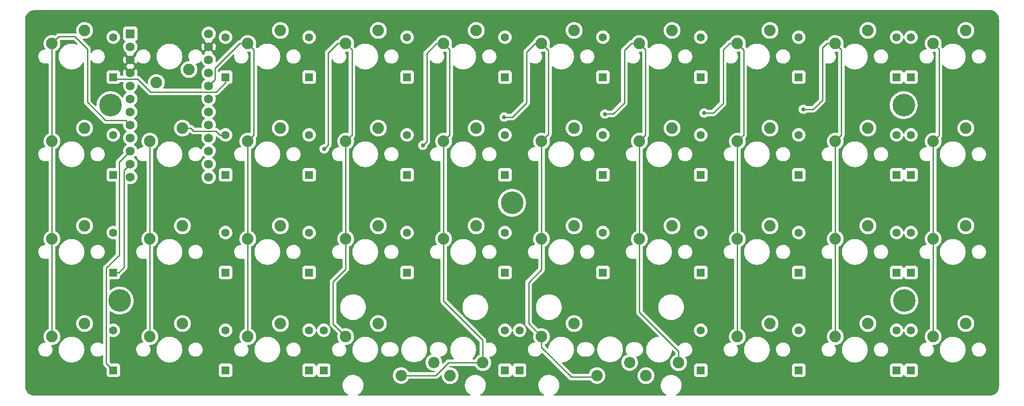
<source format=gtl>
G04 #@! TF.GenerationSoftware,KiCad,Pcbnew,(6.0.0)*
G04 #@! TF.CreationDate,2023-02-08T23:18:21+02:00*
G04 #@! TF.ProjectId,electrolyte,656c6563-7472-46f6-9c79-74652e6b6963,v1.fun*
G04 #@! TF.SameCoordinates,Original*
G04 #@! TF.FileFunction,Copper,L1,Top*
G04 #@! TF.FilePolarity,Positive*
%FSLAX46Y46*%
G04 Gerber Fmt 4.6, Leading zero omitted, Abs format (unit mm)*
G04 Created by KiCad (PCBNEW (6.0.0)) date 2023-02-08 23:18:21*
%MOMM*%
%LPD*%
G01*
G04 APERTURE LIST*
G04 #@! TA.AperFunction,ComponentPad*
%ADD10R,1.600000X1.600000*%
G04 #@! TD*
G04 #@! TA.AperFunction,ComponentPad*
%ADD11C,1.600000*%
G04 #@! TD*
G04 #@! TA.AperFunction,ComponentPad*
%ADD12C,2.250000*%
G04 #@! TD*
G04 #@! TA.AperFunction,ComponentPad*
%ADD13R,1.752600X1.752600*%
G04 #@! TD*
G04 #@! TA.AperFunction,ComponentPad*
%ADD14C,1.752600*%
G04 #@! TD*
G04 #@! TA.AperFunction,ComponentPad*
%ADD15C,4.400000*%
G04 #@! TD*
G04 #@! TA.AperFunction,ComponentPad*
%ADD16C,2.200000*%
G04 #@! TD*
G04 #@! TA.AperFunction,ViaPad*
%ADD17C,0.800000*%
G04 #@! TD*
G04 #@! TA.AperFunction,Conductor*
%ADD18C,0.250000*%
G04 #@! TD*
G04 APERTURE END LIST*
D10*
X34067750Y-29712750D03*
D11*
X34067750Y-21912750D03*
D10*
X34067750Y-48762750D03*
D11*
X34067750Y-40962750D03*
D10*
X34067750Y-67812750D03*
D11*
X34067750Y-60012750D03*
D10*
X34067750Y-86862750D03*
D11*
X34067750Y-79062750D03*
D10*
X55911750Y-29712750D03*
D11*
X55911750Y-21912750D03*
D10*
X55911750Y-48762750D03*
D11*
X55911750Y-40962750D03*
D10*
X55911750Y-67812750D03*
D11*
X55911750Y-60012750D03*
D10*
X55911750Y-86862750D03*
D11*
X55911750Y-79062750D03*
D10*
X72167750Y-29712750D03*
D11*
X72167750Y-21912750D03*
D10*
X72167750Y-48762750D03*
D11*
X72167750Y-40962750D03*
D10*
X72167750Y-67812750D03*
D11*
X72167750Y-60012750D03*
D10*
X72167750Y-86862750D03*
D11*
X72167750Y-79062750D03*
D10*
X91217750Y-29712750D03*
D11*
X91217750Y-21912750D03*
D10*
X91217750Y-48762750D03*
D11*
X91217750Y-40962750D03*
D10*
X91217750Y-67812750D03*
D11*
X91217750Y-60012750D03*
D10*
X75000000Y-86862750D03*
D11*
X75000000Y-79062750D03*
D10*
X110267750Y-29712750D03*
D11*
X110267750Y-21912750D03*
D10*
X110267750Y-48762750D03*
D11*
X110267750Y-40962750D03*
D10*
X110267750Y-67812750D03*
D11*
X110267750Y-60012750D03*
D10*
X110267750Y-86862750D03*
D11*
X110267750Y-79062750D03*
D10*
X129317750Y-29712750D03*
D11*
X129317750Y-21912750D03*
D10*
X129317750Y-48762750D03*
D11*
X129317750Y-40962750D03*
D10*
X129317750Y-67812750D03*
D11*
X129317750Y-60012750D03*
D10*
X113100000Y-86862750D03*
D11*
X113100000Y-79062750D03*
D10*
X148367750Y-29712750D03*
D11*
X148367750Y-21912750D03*
D10*
X148367750Y-48762750D03*
D11*
X148367750Y-40962750D03*
D10*
X148367750Y-67812750D03*
D11*
X148367750Y-60012750D03*
D10*
X148367750Y-86862750D03*
D11*
X148367750Y-79062750D03*
D10*
X167417750Y-29712750D03*
D11*
X167417750Y-21912750D03*
D10*
X167417750Y-48762750D03*
D11*
X167417750Y-40962750D03*
D10*
X167417750Y-67812750D03*
D11*
X167417750Y-60012750D03*
D10*
X167417750Y-86862750D03*
D11*
X167417750Y-79062750D03*
D10*
X186467750Y-29712750D03*
D11*
X186467750Y-21912750D03*
D10*
X186467750Y-48762750D03*
D11*
X186467750Y-40962750D03*
D10*
X186467750Y-67812750D03*
D11*
X186467750Y-60012750D03*
D10*
X186467750Y-86862750D03*
D11*
X186467750Y-79062750D03*
D10*
X189261750Y-29712750D03*
D11*
X189261750Y-21912750D03*
D10*
X189261750Y-48762750D03*
D11*
X189261750Y-40962750D03*
D10*
X189261750Y-67812750D03*
D11*
X189261750Y-60012750D03*
D10*
X189261750Y-86862750D03*
D11*
X189261750Y-79062750D03*
D12*
X22129750Y-23145750D03*
X28479750Y-20605750D03*
X22129750Y-42195750D03*
X28479750Y-39655750D03*
X22129750Y-61245750D03*
X28479750Y-58705750D03*
X22129750Y-80295750D03*
X28479750Y-77755750D03*
X48799750Y-28225750D03*
X42449750Y-30765750D03*
X41179750Y-42195750D03*
X47529750Y-39655750D03*
X41179750Y-61245750D03*
X47529750Y-58705750D03*
X41179750Y-80295750D03*
X47529750Y-77755750D03*
X60229750Y-23145750D03*
X66579750Y-20605750D03*
X60229750Y-42195750D03*
X66579750Y-39655750D03*
X60229750Y-61245750D03*
X66579750Y-58705750D03*
X60229750Y-80295750D03*
X66579750Y-77755750D03*
X79279750Y-23145750D03*
X85629750Y-20605750D03*
X79279750Y-42195750D03*
X85629750Y-39655750D03*
X79279750Y-61245750D03*
X85629750Y-58705750D03*
X79279750Y-80295750D03*
X85629750Y-77755750D03*
X98329750Y-23145750D03*
X104679750Y-20605750D03*
X104679750Y-39655750D03*
X98329750Y-42195750D03*
X98329750Y-61245750D03*
X104679750Y-58705750D03*
X105949750Y-85375750D03*
X99599750Y-87915750D03*
X117379750Y-23145750D03*
X123729750Y-20605750D03*
X117379750Y-42195750D03*
X123729750Y-39655750D03*
X117379750Y-61245750D03*
X123729750Y-58705750D03*
X117379750Y-80295750D03*
X123729750Y-77755750D03*
X136429750Y-23145750D03*
X142779750Y-20605750D03*
X142779750Y-39655750D03*
X136429750Y-42195750D03*
X142779750Y-58705750D03*
X136429750Y-61245750D03*
X144049750Y-85375750D03*
X137699750Y-87915750D03*
X155479750Y-23145750D03*
X161829750Y-20605750D03*
X155479750Y-42195750D03*
X161829750Y-39655750D03*
X161829750Y-58705750D03*
X155479750Y-61245750D03*
X155479750Y-80295750D03*
X161829750Y-77755750D03*
X174529750Y-23145750D03*
X180879750Y-20605750D03*
X174529750Y-42195750D03*
X180879750Y-39655750D03*
X174529750Y-61245750D03*
X180879750Y-58705750D03*
X174529750Y-80295750D03*
X180879750Y-77755750D03*
X193579750Y-23145750D03*
X199929750Y-20605750D03*
X193579750Y-42195750D03*
X199929750Y-39655750D03*
X193579750Y-61245750D03*
X199929750Y-58705750D03*
X193579750Y-80295750D03*
X199929750Y-77755750D03*
D13*
X37369750Y-21240750D03*
D14*
X37369750Y-23780750D03*
X37369750Y-26320750D03*
X37369750Y-28860750D03*
X37369750Y-31400750D03*
X37369750Y-33940750D03*
X37369750Y-36480750D03*
X37369750Y-39020750D03*
X37369750Y-41560750D03*
X37369750Y-44100750D03*
X37369750Y-46640750D03*
X37369750Y-49180750D03*
X52609750Y-49180750D03*
X52609750Y-46640750D03*
X52609750Y-44100750D03*
X52609750Y-41560750D03*
X52609750Y-39020750D03*
X52609750Y-36480750D03*
X52609750Y-33940750D03*
X52609750Y-31400750D03*
X52609750Y-28860750D03*
X52609750Y-26320750D03*
X52609750Y-23780750D03*
X52609750Y-21240750D03*
D15*
X33528000Y-35179000D03*
X35306000Y-73279000D03*
X187960000Y-73279000D03*
X111633000Y-54229000D03*
X187833000Y-35179000D03*
D16*
X90060000Y-87880000D03*
X96410000Y-85340000D03*
X128160000Y-87880000D03*
X134510000Y-85340000D03*
D17*
X94300000Y-43000000D03*
X75100000Y-43700000D03*
X168317000Y-35983000D03*
X149000000Y-36700000D03*
X129700000Y-36900000D03*
X110100000Y-37500000D03*
X19900000Y-35200000D03*
X203700000Y-35200000D03*
X44600000Y-35200000D03*
X149700000Y-73300000D03*
X73600000Y-73300000D03*
X35500000Y-90000000D03*
X168800000Y-54300000D03*
X74600000Y-46900000D03*
X187900000Y-90000000D03*
X92600000Y-18600000D03*
X130700000Y-18700000D03*
X54500000Y-54300000D03*
X111700000Y-89800000D03*
D18*
X54072939Y-32601561D02*
X55911750Y-30762750D01*
X41301561Y-32601561D02*
X54072939Y-32601561D01*
X34416561Y-30061561D02*
X38761561Y-30061561D01*
X55911750Y-30762750D02*
X55911750Y-29712750D01*
X34067750Y-29712750D02*
X34416561Y-30061561D01*
X38761561Y-30061561D02*
X41301561Y-32601561D01*
X95050000Y-25050000D02*
X96954250Y-23145750D01*
X95050000Y-42250000D02*
X95050000Y-25050000D01*
X94300000Y-43000000D02*
X95050000Y-42250000D01*
X60229750Y-42195750D02*
X60229750Y-61245750D01*
X96954250Y-23145750D02*
X98329750Y-23145750D01*
X53810561Y-27973949D02*
X53810561Y-30199939D01*
X58638760Y-23145750D02*
X53810561Y-27973949D01*
X60229750Y-23145750D02*
X58638760Y-23145750D01*
X53810561Y-30199939D02*
X52609750Y-31400750D01*
X77688760Y-23145750D02*
X75867255Y-24967255D01*
X75100000Y-43700000D02*
X75867255Y-42932745D01*
X75867255Y-42932745D02*
X75867255Y-24967255D01*
X79279750Y-23145750D02*
X77688760Y-23145750D01*
X79279750Y-61245750D02*
X79279750Y-42195750D01*
X193579750Y-61245750D02*
X193579750Y-80295750D01*
X193579750Y-42195750D02*
X193579750Y-61245750D01*
X193579750Y-23145750D02*
X194700000Y-24266000D01*
X194700000Y-24266000D02*
X194700000Y-41075500D01*
X194700000Y-41075500D02*
X193579750Y-42195750D01*
X174529750Y-61245750D02*
X174529750Y-80295750D01*
X174529750Y-42195750D02*
X174529750Y-61245750D01*
X175700000Y-41025500D02*
X174529750Y-42195750D01*
X175700000Y-24316000D02*
X175700000Y-41025500D01*
X174529750Y-23145750D02*
X175700000Y-24316000D01*
X170217000Y-35983000D02*
X168317000Y-35983000D01*
X172010229Y-34189771D02*
X170217000Y-35983000D01*
X172854250Y-23145750D02*
X172010229Y-23989771D01*
X172010229Y-23989771D02*
X172010229Y-34189771D01*
X174529750Y-23145750D02*
X172854250Y-23145750D01*
X150800000Y-36700000D02*
X149000000Y-36700000D01*
X152700000Y-34800000D02*
X150800000Y-36700000D01*
X153954250Y-23145750D02*
X152700000Y-24400000D01*
X152700000Y-24400000D02*
X152700000Y-34800000D01*
X155479750Y-23145750D02*
X153954250Y-23145750D01*
X155479750Y-61245750D02*
X155479750Y-80295750D01*
X155479750Y-42195750D02*
X155479750Y-61245750D01*
X156700000Y-24366000D02*
X156700000Y-40975500D01*
X156700000Y-40975500D02*
X155479750Y-42195750D01*
X155479750Y-23145750D02*
X156700000Y-24366000D01*
X144049750Y-83149750D02*
X144049750Y-85375750D01*
X136429750Y-75529750D02*
X144049750Y-83149750D01*
X136429750Y-61245750D02*
X136429750Y-75529750D01*
X136429750Y-42195750D02*
X136429750Y-61245750D01*
X137600000Y-41025500D02*
X136429750Y-42195750D01*
X137600000Y-24316000D02*
X137600000Y-41025500D01*
X136429750Y-23145750D02*
X137600000Y-24316000D01*
X129717000Y-36883000D02*
X129700000Y-36900000D01*
X131317000Y-36883000D02*
X129717000Y-36883000D01*
X133500000Y-34700000D02*
X131317000Y-36883000D01*
X133500000Y-24484510D02*
X133500000Y-34700000D01*
X134838760Y-23145750D02*
X133500000Y-24484510D01*
X136429750Y-23145750D02*
X134838760Y-23145750D01*
X114500000Y-34700000D02*
X111700000Y-37500000D01*
X114500000Y-24800000D02*
X114500000Y-34700000D01*
X116154250Y-23145750D02*
X114500000Y-24800000D01*
X111700000Y-37500000D02*
X110100000Y-37500000D01*
X117379750Y-23145750D02*
X116154250Y-23145750D01*
X118717000Y-40858500D02*
X117379750Y-42195750D01*
X117379750Y-23145750D02*
X118717000Y-24483000D01*
X118717000Y-24483000D02*
X118717000Y-40858500D01*
X29000000Y-34600000D02*
X32544450Y-38144450D01*
X29000000Y-24200000D02*
X29000000Y-34600000D01*
X26600000Y-21800000D02*
X29000000Y-24200000D01*
X23475500Y-21800000D02*
X26600000Y-21800000D01*
X22129750Y-23145750D02*
X23475500Y-21800000D01*
X36493450Y-38144450D02*
X32544450Y-38144450D01*
X60229750Y-61245750D02*
X60229750Y-80295750D01*
X61400000Y-24316000D02*
X61400000Y-41025500D01*
X60229750Y-23145750D02*
X61400000Y-24316000D01*
X61400000Y-41025500D02*
X60229750Y-42195750D01*
X80487750Y-40987750D02*
X79279750Y-42195750D01*
X80487750Y-24353750D02*
X80487750Y-40987750D01*
X79279750Y-23145750D02*
X80487750Y-24353750D01*
X98329750Y-61245750D02*
X98329750Y-73370250D01*
X98329750Y-42195750D02*
X98329750Y-61245750D01*
X99500000Y-41025500D02*
X98329750Y-42195750D01*
X99500000Y-24316000D02*
X99500000Y-41025500D01*
X98329750Y-23145750D02*
X99500000Y-24316000D01*
X37369750Y-44100750D02*
X35192261Y-46278239D01*
X32700000Y-66931478D02*
X32700000Y-85495000D01*
X35192261Y-64439217D02*
X32700000Y-66931478D01*
X35192261Y-46278239D02*
X35192261Y-64439217D01*
X32700000Y-85495000D02*
X34067750Y-86862750D01*
X35117750Y-67812750D02*
X36168449Y-66762051D01*
X34067750Y-67812750D02*
X35117750Y-67812750D01*
X36168449Y-66762051D02*
X36168449Y-47842051D01*
X36493451Y-47517049D02*
X37369750Y-46640750D01*
X36168449Y-47842051D02*
X36493451Y-47517049D01*
X76800000Y-77816000D02*
X79279750Y-80295750D01*
X76800000Y-69600000D02*
X76800000Y-77816000D01*
X79279750Y-67120250D02*
X76800000Y-69600000D01*
X79279750Y-61245750D02*
X79279750Y-67120250D01*
X117379750Y-61245750D02*
X117379750Y-67240708D01*
X117379750Y-67240708D02*
X114860229Y-69760229D01*
X114860229Y-69760229D02*
X114860229Y-77776229D01*
X117379750Y-42195750D02*
X117379750Y-61245750D01*
X114860229Y-77776229D02*
X117379750Y-80295750D01*
X105949750Y-80990250D02*
X98329750Y-73370250D01*
X105949750Y-85375750D02*
X105949750Y-80990250D01*
X37369750Y-39020750D02*
X36493450Y-38144450D01*
X41179750Y-42195750D02*
X41179750Y-61245750D01*
X54039681Y-40222051D02*
X49687041Y-40222051D01*
X49687041Y-40222051D02*
X49120740Y-39655750D01*
X49120740Y-39655750D02*
X47529750Y-39655750D01*
X54780380Y-40962750D02*
X54039681Y-40222051D01*
X55911750Y-40962750D02*
X54780380Y-40962750D01*
X22129750Y-23145750D02*
X22129750Y-64291752D01*
X22129750Y-64291752D02*
X22129750Y-80295750D01*
X41179750Y-61245750D02*
X41179750Y-80295750D01*
X105949750Y-85375750D02*
X99284250Y-85375750D01*
X96780000Y-87880000D02*
X90060000Y-87880000D01*
X99284250Y-85375750D02*
X96780000Y-87880000D01*
X123202405Y-88197859D02*
X127842142Y-88197859D01*
X117379750Y-82375204D02*
X123202405Y-88197859D01*
X117379750Y-80295750D02*
X117379750Y-82375204D01*
G04 #@! TA.AperFunction,Conductor*
G36*
X204567056Y-16638500D02*
G01*
X204569150Y-16638826D01*
X204581859Y-16640805D01*
X204581861Y-16640805D01*
X204590730Y-16642186D01*
X204599632Y-16641022D01*
X204599634Y-16641022D01*
X204605959Y-16640195D01*
X204631282Y-16639452D01*
X204841055Y-16654455D01*
X204858841Y-16657012D01*
X205089113Y-16707105D01*
X205106355Y-16712167D01*
X205327170Y-16794527D01*
X205343519Y-16801994D01*
X205550349Y-16914932D01*
X205565470Y-16924649D01*
X205646737Y-16985485D01*
X205754131Y-17065879D01*
X205767717Y-17077652D01*
X205934348Y-17244283D01*
X205946121Y-17257869D01*
X206087349Y-17446527D01*
X206097068Y-17461651D01*
X206210006Y-17668481D01*
X206217473Y-17684830D01*
X206262512Y-17805583D01*
X206299832Y-17905642D01*
X206304895Y-17922887D01*
X206330617Y-18041126D01*
X206354987Y-18153155D01*
X206357546Y-18170950D01*
X206372041Y-18373629D01*
X206371297Y-18391533D01*
X206371195Y-18399858D01*
X206369814Y-18408730D01*
X206370978Y-18417632D01*
X206370978Y-18417635D01*
X206373936Y-18440251D01*
X206375000Y-18456589D01*
X206375000Y-89993672D01*
X206373500Y-90013056D01*
X206369814Y-90036730D01*
X206370978Y-90045632D01*
X206370978Y-90045634D01*
X206371805Y-90051959D01*
X206372548Y-90077282D01*
X206365720Y-90172751D01*
X206357546Y-90287050D01*
X206354988Y-90304841D01*
X206304896Y-90535109D01*
X206299833Y-90552355D01*
X206247150Y-90693605D01*
X206217475Y-90773166D01*
X206210006Y-90789519D01*
X206097068Y-90996349D01*
X206087351Y-91011470D01*
X206044415Y-91068826D01*
X205946121Y-91200131D01*
X205934348Y-91213717D01*
X205767717Y-91380348D01*
X205754131Y-91392121D01*
X205567489Y-91531840D01*
X205565473Y-91533349D01*
X205550349Y-91543068D01*
X205343519Y-91656006D01*
X205327170Y-91663473D01*
X205106355Y-91745833D01*
X205089113Y-91750895D01*
X204858841Y-91800988D01*
X204841055Y-91803545D01*
X204638369Y-91818041D01*
X204620467Y-91817297D01*
X204612142Y-91817195D01*
X204603270Y-91815814D01*
X204594368Y-91816978D01*
X204594365Y-91816978D01*
X204571749Y-91819936D01*
X204555411Y-91821000D01*
X143635875Y-91821000D01*
X143567754Y-91800998D01*
X143521261Y-91747342D01*
X143511157Y-91677068D01*
X143540651Y-91612488D01*
X143576722Y-91583749D01*
X143676330Y-91530787D01*
X143676336Y-91530783D01*
X143680222Y-91528717D01*
X143683782Y-91526130D01*
X143683786Y-91526128D01*
X143906738Y-91364145D01*
X143906741Y-91364142D01*
X143910301Y-91361556D01*
X144005960Y-91269179D01*
X144111710Y-91167057D01*
X144111714Y-91167053D01*
X144114875Y-91164000D01*
X144289965Y-90939896D01*
X144359630Y-90819233D01*
X144429956Y-90697425D01*
X144429959Y-90697420D01*
X144432161Y-90693605D01*
X144433811Y-90689521D01*
X144433814Y-90689515D01*
X144537047Y-90434002D01*
X144538696Y-90429921D01*
X144543900Y-90409051D01*
X144606432Y-90158247D01*
X144607497Y-90153976D01*
X144615558Y-90077286D01*
X144636765Y-89875510D01*
X144636765Y-89875507D01*
X144637224Y-89871141D01*
X144632409Y-89733253D01*
X144627453Y-89591319D01*
X144627452Y-89591313D01*
X144627299Y-89586922D01*
X144618059Y-89534516D01*
X144578677Y-89311173D01*
X144577915Y-89306850D01*
X144576560Y-89302679D01*
X144576558Y-89302672D01*
X144491394Y-89040566D01*
X144490033Y-89036377D01*
X144482484Y-89020898D01*
X144411581Y-88875528D01*
X144365363Y-88780767D01*
X144362908Y-88777128D01*
X144362905Y-88777122D01*
X144240975Y-88596354D01*
X144206333Y-88544995D01*
X144179958Y-88515702D01*
X144146326Y-88478351D01*
X144016037Y-88333650D01*
X143798180Y-88150846D01*
X143557002Y-88000141D01*
X143297196Y-87884469D01*
X143023821Y-87806079D01*
X143019467Y-87805467D01*
X143019462Y-87805466D01*
X142816382Y-87776926D01*
X142742196Y-87766500D01*
X142528982Y-87766500D01*
X142526796Y-87766653D01*
X142526792Y-87766653D01*
X142320685Y-87781065D01*
X142320680Y-87781066D01*
X142316300Y-87781372D01*
X142038123Y-87840501D01*
X142033994Y-87842004D01*
X142033990Y-87842005D01*
X141775026Y-87936260D01*
X141775022Y-87936262D01*
X141770881Y-87937769D01*
X141766991Y-87939837D01*
X141766985Y-87939840D01*
X141523670Y-88069213D01*
X141523664Y-88069217D01*
X141519778Y-88071283D01*
X141516218Y-88073870D01*
X141516214Y-88073872D01*
X141293262Y-88235855D01*
X141289699Y-88238444D01*
X141286535Y-88241500D01*
X141286532Y-88241502D01*
X141088290Y-88432943D01*
X141088286Y-88432947D01*
X141085125Y-88436000D01*
X141082418Y-88439465D01*
X141082416Y-88439467D01*
X141025552Y-88512249D01*
X140910035Y-88660104D01*
X140900586Y-88676471D01*
X140783733Y-88878866D01*
X140767839Y-88906395D01*
X140766189Y-88910479D01*
X140766186Y-88910485D01*
X140701488Y-89070619D01*
X140661304Y-89170079D01*
X140660240Y-89174348D01*
X140660239Y-89174350D01*
X140657502Y-89185328D01*
X140592503Y-89446024D01*
X140592044Y-89450392D01*
X140592043Y-89450397D01*
X140578149Y-89582592D01*
X140562776Y-89728859D01*
X140562929Y-89733247D01*
X140562929Y-89733253D01*
X140572364Y-90003423D01*
X140572701Y-90013078D01*
X140573463Y-90017401D01*
X140573464Y-90017408D01*
X140604872Y-90195531D01*
X140622085Y-90293150D01*
X140623440Y-90297321D01*
X140623442Y-90297328D01*
X140696101Y-90520949D01*
X140709967Y-90563623D01*
X140834637Y-90819233D01*
X140837092Y-90822872D01*
X140837095Y-90822878D01*
X140913451Y-90936080D01*
X140993667Y-91055005D01*
X141183963Y-91266350D01*
X141401820Y-91449154D01*
X141405552Y-91451486D01*
X141624253Y-91588146D01*
X141671423Y-91641207D01*
X141682418Y-91711347D01*
X141653747Y-91776297D01*
X141594513Y-91815436D01*
X141557483Y-91821000D01*
X119835875Y-91821000D01*
X119767754Y-91800998D01*
X119721261Y-91747342D01*
X119711157Y-91677068D01*
X119740651Y-91612488D01*
X119776722Y-91583749D01*
X119876330Y-91530787D01*
X119876336Y-91530783D01*
X119880222Y-91528717D01*
X119883782Y-91526130D01*
X119883786Y-91526128D01*
X120106738Y-91364145D01*
X120106741Y-91364142D01*
X120110301Y-91361556D01*
X120205960Y-91269179D01*
X120311710Y-91167057D01*
X120311714Y-91167053D01*
X120314875Y-91164000D01*
X120489965Y-90939896D01*
X120559630Y-90819233D01*
X120629956Y-90697425D01*
X120629959Y-90697420D01*
X120632161Y-90693605D01*
X120633811Y-90689521D01*
X120633814Y-90689515D01*
X120737047Y-90434002D01*
X120738696Y-90429921D01*
X120743900Y-90409051D01*
X120806432Y-90158247D01*
X120807497Y-90153976D01*
X120815558Y-90077286D01*
X120836765Y-89875510D01*
X120836765Y-89875507D01*
X120837224Y-89871141D01*
X120832409Y-89733253D01*
X120827453Y-89591319D01*
X120827452Y-89591313D01*
X120827299Y-89586922D01*
X120818059Y-89534516D01*
X120778677Y-89311173D01*
X120777915Y-89306850D01*
X120776560Y-89302679D01*
X120776558Y-89302672D01*
X120691394Y-89040566D01*
X120690033Y-89036377D01*
X120682484Y-89020898D01*
X120611581Y-88875528D01*
X120565363Y-88780767D01*
X120562908Y-88777128D01*
X120562905Y-88777122D01*
X120440975Y-88596354D01*
X120406333Y-88544995D01*
X120379958Y-88515702D01*
X120346326Y-88478351D01*
X120216037Y-88333650D01*
X119998180Y-88150846D01*
X119757002Y-88000141D01*
X119497196Y-87884469D01*
X119223821Y-87806079D01*
X119219467Y-87805467D01*
X119219462Y-87805466D01*
X119016382Y-87776926D01*
X118942196Y-87766500D01*
X118728982Y-87766500D01*
X118726796Y-87766653D01*
X118726792Y-87766653D01*
X118520685Y-87781065D01*
X118520680Y-87781066D01*
X118516300Y-87781372D01*
X118238123Y-87840501D01*
X118233994Y-87842004D01*
X118233990Y-87842005D01*
X117975026Y-87936260D01*
X117975022Y-87936262D01*
X117970881Y-87937769D01*
X117966991Y-87939837D01*
X117966985Y-87939840D01*
X117723670Y-88069213D01*
X117723664Y-88069217D01*
X117719778Y-88071283D01*
X117716218Y-88073870D01*
X117716214Y-88073872D01*
X117493262Y-88235855D01*
X117489699Y-88238444D01*
X117486535Y-88241500D01*
X117486532Y-88241502D01*
X117288290Y-88432943D01*
X117288286Y-88432947D01*
X117285125Y-88436000D01*
X117282418Y-88439465D01*
X117282416Y-88439467D01*
X117225552Y-88512249D01*
X117110035Y-88660104D01*
X117100586Y-88676471D01*
X116983733Y-88878866D01*
X116967839Y-88906395D01*
X116966189Y-88910479D01*
X116966186Y-88910485D01*
X116901488Y-89070619D01*
X116861304Y-89170079D01*
X116860240Y-89174348D01*
X116860239Y-89174350D01*
X116857502Y-89185328D01*
X116792503Y-89446024D01*
X116792044Y-89450392D01*
X116792043Y-89450397D01*
X116778149Y-89582592D01*
X116762776Y-89728859D01*
X116762929Y-89733247D01*
X116762929Y-89733253D01*
X116772364Y-90003423D01*
X116772701Y-90013078D01*
X116773463Y-90017401D01*
X116773464Y-90017408D01*
X116804872Y-90195531D01*
X116822085Y-90293150D01*
X116823440Y-90297321D01*
X116823442Y-90297328D01*
X116896101Y-90520949D01*
X116909967Y-90563623D01*
X117034637Y-90819233D01*
X117037092Y-90822872D01*
X117037095Y-90822878D01*
X117113451Y-90936080D01*
X117193667Y-91055005D01*
X117383963Y-91266350D01*
X117601820Y-91449154D01*
X117605552Y-91451486D01*
X117824253Y-91588146D01*
X117871423Y-91641207D01*
X117882418Y-91711347D01*
X117853747Y-91776297D01*
X117794513Y-91815436D01*
X117757483Y-91821000D01*
X105535875Y-91821000D01*
X105467754Y-91800998D01*
X105421261Y-91747342D01*
X105411157Y-91677068D01*
X105440651Y-91612488D01*
X105476722Y-91583749D01*
X105576330Y-91530787D01*
X105576336Y-91530783D01*
X105580222Y-91528717D01*
X105583782Y-91526130D01*
X105583786Y-91526128D01*
X105806738Y-91364145D01*
X105806741Y-91364142D01*
X105810301Y-91361556D01*
X105905960Y-91269179D01*
X106011710Y-91167057D01*
X106011714Y-91167053D01*
X106014875Y-91164000D01*
X106189965Y-90939896D01*
X106259630Y-90819233D01*
X106329956Y-90697425D01*
X106329959Y-90697420D01*
X106332161Y-90693605D01*
X106333811Y-90689521D01*
X106333814Y-90689515D01*
X106437047Y-90434002D01*
X106438696Y-90429921D01*
X106443900Y-90409051D01*
X106506432Y-90158247D01*
X106507497Y-90153976D01*
X106515558Y-90077286D01*
X106536765Y-89875510D01*
X106536765Y-89875507D01*
X106537224Y-89871141D01*
X106532409Y-89733253D01*
X106527453Y-89591319D01*
X106527452Y-89591313D01*
X106527299Y-89586922D01*
X106518059Y-89534516D01*
X106478677Y-89311173D01*
X106477915Y-89306850D01*
X106476560Y-89302679D01*
X106476558Y-89302672D01*
X106391394Y-89040566D01*
X106390033Y-89036377D01*
X106382484Y-89020898D01*
X106311581Y-88875528D01*
X106265363Y-88780767D01*
X106262908Y-88777128D01*
X106262905Y-88777122D01*
X106140975Y-88596354D01*
X106106333Y-88544995D01*
X106079958Y-88515702D01*
X106046326Y-88478351D01*
X105916037Y-88333650D01*
X105698180Y-88150846D01*
X105457002Y-88000141D01*
X105197196Y-87884469D01*
X104923821Y-87806079D01*
X104919467Y-87805467D01*
X104919462Y-87805466D01*
X104716382Y-87776926D01*
X104642196Y-87766500D01*
X104428982Y-87766500D01*
X104426796Y-87766653D01*
X104426792Y-87766653D01*
X104220685Y-87781065D01*
X104220680Y-87781066D01*
X104216300Y-87781372D01*
X103938123Y-87840501D01*
X103933994Y-87842004D01*
X103933990Y-87842005D01*
X103675026Y-87936260D01*
X103675022Y-87936262D01*
X103670881Y-87937769D01*
X103666991Y-87939837D01*
X103666985Y-87939840D01*
X103423670Y-88069213D01*
X103423664Y-88069217D01*
X103419778Y-88071283D01*
X103416218Y-88073870D01*
X103416214Y-88073872D01*
X103193262Y-88235855D01*
X103189699Y-88238444D01*
X103186535Y-88241500D01*
X103186532Y-88241502D01*
X102988290Y-88432943D01*
X102988286Y-88432947D01*
X102985125Y-88436000D01*
X102982418Y-88439465D01*
X102982416Y-88439467D01*
X102925552Y-88512249D01*
X102810035Y-88660104D01*
X102800586Y-88676471D01*
X102683733Y-88878866D01*
X102667839Y-88906395D01*
X102666189Y-88910479D01*
X102666186Y-88910485D01*
X102601488Y-89070619D01*
X102561304Y-89170079D01*
X102560240Y-89174348D01*
X102560239Y-89174350D01*
X102557502Y-89185328D01*
X102492503Y-89446024D01*
X102492044Y-89450392D01*
X102492043Y-89450397D01*
X102478149Y-89582592D01*
X102462776Y-89728859D01*
X102462929Y-89733247D01*
X102462929Y-89733253D01*
X102472364Y-90003423D01*
X102472701Y-90013078D01*
X102473463Y-90017401D01*
X102473464Y-90017408D01*
X102504872Y-90195531D01*
X102522085Y-90293150D01*
X102523440Y-90297321D01*
X102523442Y-90297328D01*
X102596101Y-90520949D01*
X102609967Y-90563623D01*
X102734637Y-90819233D01*
X102737092Y-90822872D01*
X102737095Y-90822878D01*
X102813451Y-90936080D01*
X102893667Y-91055005D01*
X103083963Y-91266350D01*
X103301820Y-91449154D01*
X103305552Y-91451486D01*
X103524253Y-91588146D01*
X103571423Y-91641207D01*
X103582418Y-91711347D01*
X103553747Y-91776297D01*
X103494513Y-91815436D01*
X103457483Y-91821000D01*
X81735875Y-91821000D01*
X81667754Y-91800998D01*
X81621261Y-91747342D01*
X81611157Y-91677068D01*
X81640651Y-91612488D01*
X81676722Y-91583749D01*
X81776330Y-91530787D01*
X81776336Y-91530783D01*
X81780222Y-91528717D01*
X81783782Y-91526130D01*
X81783786Y-91526128D01*
X82006738Y-91364145D01*
X82006741Y-91364142D01*
X82010301Y-91361556D01*
X82105960Y-91269179D01*
X82211710Y-91167057D01*
X82211714Y-91167053D01*
X82214875Y-91164000D01*
X82389965Y-90939896D01*
X82459630Y-90819233D01*
X82529956Y-90697425D01*
X82529959Y-90697420D01*
X82532161Y-90693605D01*
X82533811Y-90689521D01*
X82533814Y-90689515D01*
X82637047Y-90434002D01*
X82638696Y-90429921D01*
X82643900Y-90409051D01*
X82706432Y-90158247D01*
X82707497Y-90153976D01*
X82715558Y-90077286D01*
X82736765Y-89875510D01*
X82736765Y-89875507D01*
X82737224Y-89871141D01*
X82732409Y-89733253D01*
X82727453Y-89591319D01*
X82727452Y-89591313D01*
X82727299Y-89586922D01*
X82718059Y-89534516D01*
X82678677Y-89311173D01*
X82677915Y-89306850D01*
X82676560Y-89302679D01*
X82676558Y-89302672D01*
X82591394Y-89040566D01*
X82590033Y-89036377D01*
X82582484Y-89020898D01*
X82511581Y-88875528D01*
X82465363Y-88780767D01*
X82462908Y-88777128D01*
X82462905Y-88777122D01*
X82340975Y-88596354D01*
X82306333Y-88544995D01*
X82279958Y-88515702D01*
X82246326Y-88478351D01*
X82116037Y-88333650D01*
X81898180Y-88150846D01*
X81657002Y-88000141D01*
X81397196Y-87884469D01*
X81381611Y-87880000D01*
X88446526Y-87880000D01*
X88466391Y-88132403D01*
X88467545Y-88137210D01*
X88467546Y-88137216D01*
X88477071Y-88176889D01*
X88525495Y-88378591D01*
X88527388Y-88383162D01*
X88527389Y-88383164D01*
X88619226Y-88604877D01*
X88622384Y-88612502D01*
X88754672Y-88828376D01*
X88919102Y-89020898D01*
X88922858Y-89024106D01*
X88942130Y-89040566D01*
X89111624Y-89185328D01*
X89327498Y-89317616D01*
X89332068Y-89319509D01*
X89332072Y-89319511D01*
X89461506Y-89373124D01*
X89561409Y-89414505D01*
X89646032Y-89434821D01*
X89802784Y-89472454D01*
X89802790Y-89472455D01*
X89807597Y-89473609D01*
X90060000Y-89493474D01*
X90312403Y-89473609D01*
X90317210Y-89472455D01*
X90317216Y-89472454D01*
X90473968Y-89434821D01*
X90558591Y-89414505D01*
X90658494Y-89373124D01*
X90787928Y-89319511D01*
X90787932Y-89319509D01*
X90792502Y-89317616D01*
X91008376Y-89185328D01*
X91177870Y-89040566D01*
X91197142Y-89024106D01*
X91200898Y-89020898D01*
X91365328Y-88828376D01*
X91497616Y-88612502D01*
X91499512Y-88607925D01*
X91506407Y-88591280D01*
X91550956Y-88536000D01*
X91622815Y-88513500D01*
X96701233Y-88513500D01*
X96712416Y-88514027D01*
X96719909Y-88515702D01*
X96727835Y-88515453D01*
X96727836Y-88515453D01*
X96787986Y-88513562D01*
X96791945Y-88513500D01*
X96819856Y-88513500D01*
X96823791Y-88513003D01*
X96823856Y-88512995D01*
X96835693Y-88512062D01*
X96867951Y-88511048D01*
X96871970Y-88510922D01*
X96879889Y-88510673D01*
X96899343Y-88505021D01*
X96918700Y-88501013D01*
X96930930Y-88499468D01*
X96930931Y-88499468D01*
X96938797Y-88498474D01*
X96946168Y-88495555D01*
X96946170Y-88495555D01*
X96979912Y-88482196D01*
X96991142Y-88478351D01*
X97025983Y-88468229D01*
X97025984Y-88468229D01*
X97033593Y-88466018D01*
X97040412Y-88461985D01*
X97040417Y-88461983D01*
X97051028Y-88455707D01*
X97068776Y-88447012D01*
X97087617Y-88439552D01*
X97105358Y-88426663D01*
X97123387Y-88413564D01*
X97133307Y-88407048D01*
X97164535Y-88388580D01*
X97164538Y-88388578D01*
X97171362Y-88384542D01*
X97185683Y-88370221D01*
X97200717Y-88357380D01*
X97210694Y-88350131D01*
X97217107Y-88345472D01*
X97245298Y-88311395D01*
X97253288Y-88302616D01*
X97747120Y-87808784D01*
X97809432Y-87774758D01*
X97880247Y-87779823D01*
X97937083Y-87822370D01*
X97961894Y-87888890D01*
X97961827Y-87907758D01*
X97961587Y-87910810D01*
X97961587Y-87910820D01*
X97961199Y-87915750D01*
X97981372Y-88172076D01*
X97982526Y-88176883D01*
X97982527Y-88176889D01*
X98019483Y-88330821D01*
X98041395Y-88422090D01*
X98043288Y-88426661D01*
X98043289Y-88426663D01*
X98137568Y-88654272D01*
X98139790Y-88659637D01*
X98274134Y-88878866D01*
X98441119Y-89074381D01*
X98636634Y-89241366D01*
X98855863Y-89375710D01*
X98860433Y-89377603D01*
X98860437Y-89377605D01*
X99088837Y-89472211D01*
X99093410Y-89474105D01*
X99172472Y-89493086D01*
X99338611Y-89532973D01*
X99338617Y-89532974D01*
X99343424Y-89534128D01*
X99599750Y-89554301D01*
X99856076Y-89534128D01*
X99860883Y-89532974D01*
X99860889Y-89532973D01*
X100027028Y-89493086D01*
X100106090Y-89474105D01*
X100110663Y-89472211D01*
X100339063Y-89377605D01*
X100339067Y-89377603D01*
X100343637Y-89375710D01*
X100562866Y-89241366D01*
X100758381Y-89074381D01*
X100925366Y-88878866D01*
X101059710Y-88659637D01*
X101061933Y-88654272D01*
X101156211Y-88426663D01*
X101156212Y-88426661D01*
X101158105Y-88422090D01*
X101180017Y-88330821D01*
X101216973Y-88176889D01*
X101216974Y-88176883D01*
X101218128Y-88172076D01*
X101238301Y-87915750D01*
X101222178Y-87710884D01*
X108959250Y-87710884D01*
X108966005Y-87773066D01*
X109017135Y-87909455D01*
X109104489Y-88026011D01*
X109221045Y-88113365D01*
X109357434Y-88164495D01*
X109419616Y-88171250D01*
X111115884Y-88171250D01*
X111178066Y-88164495D01*
X111314455Y-88113365D01*
X111431011Y-88026011D01*
X111518365Y-87909455D01*
X111521518Y-87901045D01*
X111565893Y-87782675D01*
X111608534Y-87725910D01*
X111675096Y-87701210D01*
X111744445Y-87716417D01*
X111794563Y-87766703D01*
X111801857Y-87782675D01*
X111846232Y-87901045D01*
X111849385Y-87909455D01*
X111936739Y-88026011D01*
X112053295Y-88113365D01*
X112189684Y-88164495D01*
X112251866Y-88171250D01*
X113948134Y-88171250D01*
X114010316Y-88164495D01*
X114146705Y-88113365D01*
X114263261Y-88026011D01*
X114350615Y-87909455D01*
X114401745Y-87773066D01*
X114408500Y-87710884D01*
X114408500Y-86014616D01*
X114401745Y-85952434D01*
X114350615Y-85816045D01*
X114263261Y-85699489D01*
X114146705Y-85612135D01*
X114010316Y-85561005D01*
X113948134Y-85554250D01*
X112251866Y-85554250D01*
X112189684Y-85561005D01*
X112053295Y-85612135D01*
X111936739Y-85699489D01*
X111849385Y-85816045D01*
X111846233Y-85824453D01*
X111846232Y-85824455D01*
X111801857Y-85942825D01*
X111759216Y-85999590D01*
X111692654Y-86024290D01*
X111623305Y-86009083D01*
X111573187Y-85958797D01*
X111565893Y-85942825D01*
X111521518Y-85824455D01*
X111521517Y-85824453D01*
X111518365Y-85816045D01*
X111431011Y-85699489D01*
X111314455Y-85612135D01*
X111178066Y-85561005D01*
X111115884Y-85554250D01*
X109419616Y-85554250D01*
X109357434Y-85561005D01*
X109221045Y-85612135D01*
X109104489Y-85699489D01*
X109017135Y-85816045D01*
X108966005Y-85952434D01*
X108959250Y-86014616D01*
X108959250Y-87710884D01*
X101222178Y-87710884D01*
X101218128Y-87659424D01*
X101191309Y-87547712D01*
X101159260Y-87414222D01*
X101158105Y-87409410D01*
X101146507Y-87381409D01*
X101061605Y-87176437D01*
X101061603Y-87176433D01*
X101059710Y-87171863D01*
X100925366Y-86952634D01*
X100758381Y-86757119D01*
X100562866Y-86590134D01*
X100343637Y-86455790D01*
X100339067Y-86453897D01*
X100339063Y-86453895D01*
X100110663Y-86359289D01*
X100110661Y-86359288D01*
X100106090Y-86357395D01*
X100011346Y-86334649D01*
X99860889Y-86298527D01*
X99860883Y-86298526D01*
X99856076Y-86297372D01*
X99599750Y-86277199D01*
X99594820Y-86277587D01*
X99594810Y-86277587D01*
X99591758Y-86277827D01*
X99590616Y-86277587D01*
X99589864Y-86277587D01*
X99589864Y-86277429D01*
X99522279Y-86263228D01*
X99471722Y-86213382D01*
X99456139Y-86144117D01*
X99480478Y-86077423D01*
X99492784Y-86063120D01*
X99509749Y-86046155D01*
X99572061Y-86012129D01*
X99598844Y-86009250D01*
X104359876Y-86009250D01*
X104427997Y-86029252D01*
X104476285Y-86087033D01*
X104487893Y-86115059D01*
X104487895Y-86115063D01*
X104489790Y-86119637D01*
X104624134Y-86338866D01*
X104791119Y-86534381D01*
X104986634Y-86701366D01*
X105205863Y-86835710D01*
X105210433Y-86837603D01*
X105210437Y-86837605D01*
X105428345Y-86927865D01*
X105443410Y-86934105D01*
X105504907Y-86948869D01*
X105688611Y-86992973D01*
X105688617Y-86992974D01*
X105693424Y-86994128D01*
X105949750Y-87014301D01*
X106206076Y-86994128D01*
X106210883Y-86992974D01*
X106210889Y-86992973D01*
X106394593Y-86948869D01*
X106456090Y-86934105D01*
X106471155Y-86927865D01*
X106689063Y-86837605D01*
X106689067Y-86837603D01*
X106693637Y-86835710D01*
X106912866Y-86701366D01*
X107108381Y-86534381D01*
X107275366Y-86338866D01*
X107409710Y-86119637D01*
X107411607Y-86115059D01*
X107506211Y-85886663D01*
X107506212Y-85886661D01*
X107508105Y-85882090D01*
X107535969Y-85766028D01*
X107566973Y-85636889D01*
X107566974Y-85636883D01*
X107568128Y-85632076D01*
X107588301Y-85375750D01*
X107568128Y-85119424D01*
X107508105Y-84869410D01*
X107496507Y-84841409D01*
X107411605Y-84636437D01*
X107411603Y-84636433D01*
X107409710Y-84631863D01*
X107275366Y-84412634D01*
X107273831Y-84410836D01*
X107250209Y-84344652D01*
X107266283Y-84275499D01*
X107317192Y-84226014D01*
X107365349Y-84211898D01*
X107448387Y-84204852D01*
X107448391Y-84204851D01*
X107453698Y-84204401D01*
X107458853Y-84203063D01*
X107458859Y-84203062D01*
X107675785Y-84146759D01*
X107675784Y-84146759D01*
X107680956Y-84145417D01*
X107685822Y-84143225D01*
X107685825Y-84143224D01*
X107890167Y-84051174D01*
X107890170Y-84051173D01*
X107895028Y-84048984D01*
X108089791Y-83917862D01*
X108103306Y-83904970D01*
X108239721Y-83774836D01*
X108259677Y-83755799D01*
X108283539Y-83723728D01*
X108392929Y-83576702D01*
X108399828Y-83567429D01*
X108415828Y-83535961D01*
X108503819Y-83362894D01*
X108503819Y-83362893D01*
X108506237Y-83358138D01*
X108575861Y-83133910D01*
X108592952Y-83004966D01*
X108606011Y-82906440D01*
X108606011Y-82906437D01*
X108606711Y-82901157D01*
X108597902Y-82666534D01*
X108580108Y-82581728D01*
X108550785Y-82441976D01*
X108550784Y-82441973D01*
X108549688Y-82436749D01*
X108463448Y-82218373D01*
X108406271Y-82124148D01*
X108344414Y-82022211D01*
X108344412Y-82022208D01*
X108341646Y-82017650D01*
X108187765Y-81840318D01*
X108159940Y-81817503D01*
X108010334Y-81694833D01*
X108010328Y-81694829D01*
X108006206Y-81691449D01*
X108001570Y-81688810D01*
X108001567Y-81688808D01*
X107806803Y-81577942D01*
X107802160Y-81575299D01*
X107581461Y-81495189D01*
X107576212Y-81494240D01*
X107576209Y-81494239D01*
X107495135Y-81479579D01*
X107350420Y-81453410D01*
X107346281Y-81453215D01*
X107346274Y-81453214D01*
X107327310Y-81452320D01*
X107327301Y-81452320D01*
X107325821Y-81452250D01*
X107160800Y-81452250D01*
X107079451Y-81459153D01*
X106991113Y-81466648D01*
X106991109Y-81466649D01*
X106985802Y-81467099D01*
X106980647Y-81468437D01*
X106980641Y-81468438D01*
X106867603Y-81497777D01*
X106758544Y-81526083D01*
X106753679Y-81528275D01*
X106751102Y-81529182D01*
X106680205Y-81532943D01*
X106618530Y-81497777D01*
X106585657Y-81434849D01*
X106583250Y-81410336D01*
X106583250Y-81069013D01*
X106583777Y-81057829D01*
X106585451Y-81050341D01*
X106583312Y-80982282D01*
X106583250Y-80978325D01*
X106583250Y-80950394D01*
X106582744Y-80946388D01*
X106581811Y-80934542D01*
X106580672Y-80898287D01*
X106580423Y-80890360D01*
X106574772Y-80870908D01*
X106570764Y-80851556D01*
X106569217Y-80839313D01*
X106568224Y-80831453D01*
X106558647Y-80807263D01*
X106551950Y-80790347D01*
X106548105Y-80779120D01*
X106543840Y-80764442D01*
X106535768Y-80736657D01*
X106531734Y-80729835D01*
X106531731Y-80729829D01*
X106525456Y-80719218D01*
X106516760Y-80701468D01*
X106512222Y-80690006D01*
X106512219Y-80690001D01*
X106509302Y-80682633D01*
X106483323Y-80646875D01*
X106476807Y-80636957D01*
X106458325Y-80605707D01*
X106454292Y-80598887D01*
X106439968Y-80584563D01*
X106427126Y-80569528D01*
X106415222Y-80553143D01*
X106381156Y-80524961D01*
X106372377Y-80516972D01*
X104918155Y-79062750D01*
X108954252Y-79062750D01*
X108974207Y-79290837D01*
X108975631Y-79296150D01*
X108975631Y-79296152D01*
X108986537Y-79336851D01*
X109033466Y-79511993D01*
X109035789Y-79516974D01*
X109035789Y-79516975D01*
X109127901Y-79714512D01*
X109127904Y-79714517D01*
X109130227Y-79719499D01*
X109261552Y-79907050D01*
X109423450Y-80068948D01*
X109427958Y-80072105D01*
X109427961Y-80072107D01*
X109504340Y-80125588D01*
X109611001Y-80200273D01*
X109615983Y-80202596D01*
X109615988Y-80202599D01*
X109813525Y-80294711D01*
X109818507Y-80297034D01*
X109823815Y-80298456D01*
X109823817Y-80298457D01*
X110034348Y-80354869D01*
X110034350Y-80354869D01*
X110039663Y-80356293D01*
X110267750Y-80376248D01*
X110495837Y-80356293D01*
X110501150Y-80354869D01*
X110501152Y-80354869D01*
X110711683Y-80298457D01*
X110711685Y-80298456D01*
X110716993Y-80297034D01*
X110721975Y-80294711D01*
X110919512Y-80202599D01*
X110919517Y-80202596D01*
X110924499Y-80200273D01*
X111031160Y-80125588D01*
X111107539Y-80072107D01*
X111107542Y-80072105D01*
X111112050Y-80068948D01*
X111273948Y-79907050D01*
X111405273Y-79719499D01*
X111407596Y-79714517D01*
X111407599Y-79714512D01*
X111499711Y-79516975D01*
X111499711Y-79516974D01*
X111502034Y-79511993D01*
X111548964Y-79336851D01*
X111561293Y-79290837D01*
X111562490Y-79291158D01*
X111591318Y-79232993D01*
X111652232Y-79196524D01*
X111723193Y-79198778D01*
X111781670Y-79239038D01*
X111805449Y-79291107D01*
X111806457Y-79290837D01*
X111818787Y-79336851D01*
X111865716Y-79511993D01*
X111868039Y-79516974D01*
X111868039Y-79516975D01*
X111960151Y-79714512D01*
X111960154Y-79714517D01*
X111962477Y-79719499D01*
X112093802Y-79907050D01*
X112255700Y-80068948D01*
X112260208Y-80072105D01*
X112260211Y-80072107D01*
X112336590Y-80125588D01*
X112443251Y-80200273D01*
X112448233Y-80202596D01*
X112448238Y-80202599D01*
X112645775Y-80294711D01*
X112650757Y-80297034D01*
X112656065Y-80298456D01*
X112656067Y-80298457D01*
X112866598Y-80354869D01*
X112866600Y-80354869D01*
X112871913Y-80356293D01*
X113100000Y-80376248D01*
X113328087Y-80356293D01*
X113333400Y-80354869D01*
X113333402Y-80354869D01*
X113543933Y-80298457D01*
X113543935Y-80298456D01*
X113549243Y-80297034D01*
X113554225Y-80294711D01*
X113751762Y-80202599D01*
X113751767Y-80202596D01*
X113756749Y-80200273D01*
X113863410Y-80125588D01*
X113939789Y-80072107D01*
X113939792Y-80072105D01*
X113944300Y-80068948D01*
X114106198Y-79907050D01*
X114237523Y-79719499D01*
X114239846Y-79714517D01*
X114239849Y-79714512D01*
X114331961Y-79516975D01*
X114331961Y-79516974D01*
X114334284Y-79511993D01*
X114381214Y-79336851D01*
X114392119Y-79296152D01*
X114392119Y-79296150D01*
X114393543Y-79290837D01*
X114413498Y-79062750D01*
X114393543Y-78834663D01*
X114378290Y-78777738D01*
X114335707Y-78618817D01*
X114335706Y-78618815D01*
X114334284Y-78613507D01*
X114279053Y-78495063D01*
X114239849Y-78410988D01*
X114239846Y-78410983D01*
X114237523Y-78406001D01*
X114234367Y-78401494D01*
X114231617Y-78396731D01*
X114232819Y-78396037D01*
X114212246Y-78335020D01*
X114229535Y-78266161D01*
X114281308Y-78217580D01*
X114351127Y-78204702D01*
X114418464Y-78232949D01*
X114428835Y-78241529D01*
X114437613Y-78249517D01*
X115807587Y-79619491D01*
X115841613Y-79681803D01*
X115834901Y-79756803D01*
X115821395Y-79789410D01*
X115820240Y-79794222D01*
X115792217Y-79910947D01*
X115761372Y-80039424D01*
X115741199Y-80295750D01*
X115761372Y-80552076D01*
X115762526Y-80556883D01*
X115762527Y-80556889D01*
X115781726Y-80636856D01*
X115821395Y-80802090D01*
X115823288Y-80806661D01*
X115823289Y-80806663D01*
X115907870Y-81010859D01*
X115919790Y-81039637D01*
X116054134Y-81258866D01*
X116055669Y-81260664D01*
X116079291Y-81326848D01*
X116063217Y-81396001D01*
X116012308Y-81445486D01*
X115964151Y-81459602D01*
X115881113Y-81466648D01*
X115881109Y-81466649D01*
X115875802Y-81467099D01*
X115870647Y-81468437D01*
X115870641Y-81468438D01*
X115757603Y-81497777D01*
X115648544Y-81526083D01*
X115643678Y-81528275D01*
X115643675Y-81528276D01*
X115439333Y-81620326D01*
X115439330Y-81620327D01*
X115434472Y-81622516D01*
X115239709Y-81753638D01*
X115235852Y-81757317D01*
X115235850Y-81757319D01*
X115182088Y-81808606D01*
X115069823Y-81915701D01*
X115066641Y-81919978D01*
X115066640Y-81919979D01*
X115056825Y-81933171D01*
X114929672Y-82104071D01*
X114927256Y-82108822D01*
X114927254Y-82108826D01*
X114843857Y-82272856D01*
X114823263Y-82313362D01*
X114753639Y-82537590D01*
X114752938Y-82542879D01*
X114728228Y-82729310D01*
X114722789Y-82770343D01*
X114722989Y-82775672D01*
X114722989Y-82775673D01*
X114726158Y-82860077D01*
X114731598Y-83004966D01*
X114732693Y-83010184D01*
X114773354Y-83203971D01*
X114779812Y-83234751D01*
X114866052Y-83453127D01*
X114868821Y-83457690D01*
X114963393Y-83613539D01*
X114987854Y-83653850D01*
X115141735Y-83831182D01*
X115145867Y-83834570D01*
X115319166Y-83976667D01*
X115319172Y-83976671D01*
X115323294Y-83980051D01*
X115327930Y-83982690D01*
X115327933Y-83982692D01*
X115444392Y-84048984D01*
X115527340Y-84096201D01*
X115748039Y-84176311D01*
X115753288Y-84177260D01*
X115753291Y-84177261D01*
X115834365Y-84191921D01*
X115979080Y-84218090D01*
X115983219Y-84218285D01*
X115983226Y-84218286D01*
X116002190Y-84219180D01*
X116002199Y-84219180D01*
X116003679Y-84219250D01*
X116168700Y-84219250D01*
X116255345Y-84211898D01*
X116338387Y-84204852D01*
X116338391Y-84204851D01*
X116343698Y-84204401D01*
X116348853Y-84203063D01*
X116348859Y-84203062D01*
X116565785Y-84146759D01*
X116565784Y-84146759D01*
X116570956Y-84145417D01*
X116575822Y-84143225D01*
X116575825Y-84143224D01*
X116780167Y-84051174D01*
X116780170Y-84051173D01*
X116785028Y-84048984D01*
X116979791Y-83917862D01*
X116993306Y-83904970D01*
X117129721Y-83774836D01*
X117149677Y-83755799D01*
X117173539Y-83723728D01*
X117282929Y-83576702D01*
X117289828Y-83567429D01*
X117341345Y-83466103D01*
X117390047Y-83414447D01*
X117458947Y-83397320D01*
X117526169Y-83420162D01*
X117542756Y-83434114D01*
X122698748Y-88590106D01*
X122706292Y-88598396D01*
X122710405Y-88604877D01*
X122716182Y-88610302D01*
X122760072Y-88651517D01*
X122762914Y-88654272D01*
X122782636Y-88673994D01*
X122785760Y-88676417D01*
X122785764Y-88676421D01*
X122785829Y-88676471D01*
X122794850Y-88684176D01*
X122827084Y-88714445D01*
X122834032Y-88718264D01*
X122834034Y-88718266D01*
X122844837Y-88724205D01*
X122861364Y-88735061D01*
X122871103Y-88742616D01*
X122871105Y-88742617D01*
X122877365Y-88747473D01*
X122917945Y-88765033D01*
X122928593Y-88770250D01*
X122947724Y-88780767D01*
X122967345Y-88791554D01*
X122975021Y-88793525D01*
X122975024Y-88793526D01*
X122986967Y-88796592D01*
X123005672Y-88802996D01*
X123024260Y-88811040D01*
X123032083Y-88812279D01*
X123032093Y-88812282D01*
X123067929Y-88817958D01*
X123079549Y-88820364D01*
X123114694Y-88829387D01*
X123122375Y-88831359D01*
X123142629Y-88831359D01*
X123162339Y-88832910D01*
X123182348Y-88836079D01*
X123190240Y-88835333D01*
X123215872Y-88832910D01*
X123226367Y-88831918D01*
X123238224Y-88831359D01*
X126799133Y-88831359D01*
X126867254Y-88851361D01*
X126894944Y-88875528D01*
X127019102Y-89020898D01*
X127022858Y-89024106D01*
X127042130Y-89040566D01*
X127211624Y-89185328D01*
X127427498Y-89317616D01*
X127432068Y-89319509D01*
X127432072Y-89319511D01*
X127561506Y-89373124D01*
X127661409Y-89414505D01*
X127746032Y-89434821D01*
X127902784Y-89472454D01*
X127902790Y-89472455D01*
X127907597Y-89473609D01*
X128160000Y-89493474D01*
X128412403Y-89473609D01*
X128417210Y-89472455D01*
X128417216Y-89472454D01*
X128573968Y-89434821D01*
X128658591Y-89414505D01*
X128758494Y-89373124D01*
X128887928Y-89319511D01*
X128887932Y-89319509D01*
X128892502Y-89317616D01*
X129108376Y-89185328D01*
X129277870Y-89040566D01*
X129297142Y-89024106D01*
X129300898Y-89020898D01*
X129465328Y-88828376D01*
X129597616Y-88612502D01*
X129600775Y-88604877D01*
X129692611Y-88383164D01*
X129692612Y-88383162D01*
X129694505Y-88378591D01*
X129742929Y-88176889D01*
X129752454Y-88137216D01*
X129752455Y-88137210D01*
X129753609Y-88132403D01*
X129770660Y-87915750D01*
X136061199Y-87915750D01*
X136081372Y-88172076D01*
X136082526Y-88176883D01*
X136082527Y-88176889D01*
X136119483Y-88330821D01*
X136141395Y-88422090D01*
X136143288Y-88426661D01*
X136143289Y-88426663D01*
X136237568Y-88654272D01*
X136239790Y-88659637D01*
X136374134Y-88878866D01*
X136541119Y-89074381D01*
X136736634Y-89241366D01*
X136955863Y-89375710D01*
X136960433Y-89377603D01*
X136960437Y-89377605D01*
X137188837Y-89472211D01*
X137193410Y-89474105D01*
X137272472Y-89493086D01*
X137438611Y-89532973D01*
X137438617Y-89532974D01*
X137443424Y-89534128D01*
X137699750Y-89554301D01*
X137956076Y-89534128D01*
X137960883Y-89532974D01*
X137960889Y-89532973D01*
X138127028Y-89493086D01*
X138206090Y-89474105D01*
X138210663Y-89472211D01*
X138439063Y-89377605D01*
X138439067Y-89377603D01*
X138443637Y-89375710D01*
X138662866Y-89241366D01*
X138858381Y-89074381D01*
X139025366Y-88878866D01*
X139159710Y-88659637D01*
X139161933Y-88654272D01*
X139256211Y-88426663D01*
X139256212Y-88426661D01*
X139258105Y-88422090D01*
X139280017Y-88330821D01*
X139316973Y-88176889D01*
X139316974Y-88176883D01*
X139318128Y-88172076D01*
X139338301Y-87915750D01*
X139322178Y-87710884D01*
X147059250Y-87710884D01*
X147066005Y-87773066D01*
X147117135Y-87909455D01*
X147204489Y-88026011D01*
X147321045Y-88113365D01*
X147457434Y-88164495D01*
X147519616Y-88171250D01*
X149215884Y-88171250D01*
X149278066Y-88164495D01*
X149414455Y-88113365D01*
X149531011Y-88026011D01*
X149618365Y-87909455D01*
X149669495Y-87773066D01*
X149676250Y-87710884D01*
X166109250Y-87710884D01*
X166116005Y-87773066D01*
X166167135Y-87909455D01*
X166254489Y-88026011D01*
X166371045Y-88113365D01*
X166507434Y-88164495D01*
X166569616Y-88171250D01*
X168265884Y-88171250D01*
X168328066Y-88164495D01*
X168464455Y-88113365D01*
X168581011Y-88026011D01*
X168668365Y-87909455D01*
X168719495Y-87773066D01*
X168726250Y-87710884D01*
X185159250Y-87710884D01*
X185166005Y-87773066D01*
X185217135Y-87909455D01*
X185304489Y-88026011D01*
X185421045Y-88113365D01*
X185557434Y-88164495D01*
X185619616Y-88171250D01*
X187315884Y-88171250D01*
X187378066Y-88164495D01*
X187514455Y-88113365D01*
X187631011Y-88026011D01*
X187718365Y-87909455D01*
X187721518Y-87901045D01*
X187746768Y-87833691D01*
X187789409Y-87776926D01*
X187855971Y-87752226D01*
X187925320Y-87767433D01*
X187975438Y-87817719D01*
X187982732Y-87833691D01*
X188007982Y-87901045D01*
X188011135Y-87909455D01*
X188098489Y-88026011D01*
X188215045Y-88113365D01*
X188351434Y-88164495D01*
X188413616Y-88171250D01*
X190109884Y-88171250D01*
X190172066Y-88164495D01*
X190308455Y-88113365D01*
X190425011Y-88026011D01*
X190512365Y-87909455D01*
X190563495Y-87773066D01*
X190570250Y-87710884D01*
X190570250Y-86014616D01*
X190563495Y-85952434D01*
X190512365Y-85816045D01*
X190425011Y-85699489D01*
X190308455Y-85612135D01*
X190172066Y-85561005D01*
X190109884Y-85554250D01*
X188413616Y-85554250D01*
X188351434Y-85561005D01*
X188215045Y-85612135D01*
X188098489Y-85699489D01*
X188011135Y-85816045D01*
X188007983Y-85824453D01*
X188007982Y-85824455D01*
X187982732Y-85891809D01*
X187940091Y-85948574D01*
X187873529Y-85973274D01*
X187804180Y-85958067D01*
X187754062Y-85907781D01*
X187746768Y-85891809D01*
X187721518Y-85824455D01*
X187721517Y-85824453D01*
X187718365Y-85816045D01*
X187631011Y-85699489D01*
X187514455Y-85612135D01*
X187378066Y-85561005D01*
X187315884Y-85554250D01*
X185619616Y-85554250D01*
X185557434Y-85561005D01*
X185421045Y-85612135D01*
X185304489Y-85699489D01*
X185217135Y-85816045D01*
X185166005Y-85952434D01*
X185159250Y-86014616D01*
X185159250Y-87710884D01*
X168726250Y-87710884D01*
X168726250Y-86014616D01*
X168719495Y-85952434D01*
X168668365Y-85816045D01*
X168581011Y-85699489D01*
X168464455Y-85612135D01*
X168328066Y-85561005D01*
X168265884Y-85554250D01*
X166569616Y-85554250D01*
X166507434Y-85561005D01*
X166371045Y-85612135D01*
X166254489Y-85699489D01*
X166167135Y-85816045D01*
X166116005Y-85952434D01*
X166109250Y-86014616D01*
X166109250Y-87710884D01*
X149676250Y-87710884D01*
X149676250Y-86014616D01*
X149669495Y-85952434D01*
X149618365Y-85816045D01*
X149531011Y-85699489D01*
X149414455Y-85612135D01*
X149278066Y-85561005D01*
X149215884Y-85554250D01*
X147519616Y-85554250D01*
X147457434Y-85561005D01*
X147321045Y-85612135D01*
X147204489Y-85699489D01*
X147117135Y-85816045D01*
X147066005Y-85952434D01*
X147059250Y-86014616D01*
X147059250Y-87710884D01*
X139322178Y-87710884D01*
X139318128Y-87659424D01*
X139291309Y-87547712D01*
X139259260Y-87414222D01*
X139258105Y-87409410D01*
X139246507Y-87381409D01*
X139161605Y-87176437D01*
X139161603Y-87176433D01*
X139159710Y-87171863D01*
X139025366Y-86952634D01*
X138858381Y-86757119D01*
X138662866Y-86590134D01*
X138443637Y-86455790D01*
X138439067Y-86453897D01*
X138439063Y-86453895D01*
X138210663Y-86359289D01*
X138210661Y-86359288D01*
X138206090Y-86357395D01*
X138111346Y-86334649D01*
X137960889Y-86298527D01*
X137960883Y-86298526D01*
X137956076Y-86297372D01*
X137699750Y-86277199D01*
X137443424Y-86297372D01*
X137438617Y-86298526D01*
X137438611Y-86298527D01*
X137288154Y-86334649D01*
X137193410Y-86357395D01*
X137188839Y-86359288D01*
X137188837Y-86359289D01*
X136960437Y-86453895D01*
X136960433Y-86453897D01*
X136955863Y-86455790D01*
X136736634Y-86590134D01*
X136541119Y-86757119D01*
X136374134Y-86952634D01*
X136239790Y-87171863D01*
X136237897Y-87176433D01*
X136237895Y-87176437D01*
X136152993Y-87381409D01*
X136141395Y-87409410D01*
X136140240Y-87414222D01*
X136108192Y-87547712D01*
X136081372Y-87659424D01*
X136061199Y-87915750D01*
X129770660Y-87915750D01*
X129773474Y-87880000D01*
X129753609Y-87627597D01*
X129734431Y-87547712D01*
X129714821Y-87466032D01*
X129694505Y-87381409D01*
X129638624Y-87246500D01*
X129599511Y-87152072D01*
X129599509Y-87152068D01*
X129597616Y-87147498D01*
X129465328Y-86931624D01*
X129300898Y-86739102D01*
X129108376Y-86574672D01*
X128892502Y-86442384D01*
X128887932Y-86440491D01*
X128887928Y-86440489D01*
X128663164Y-86347389D01*
X128663162Y-86347388D01*
X128658591Y-86345495D01*
X128569857Y-86324192D01*
X128417216Y-86287546D01*
X128417210Y-86287545D01*
X128412403Y-86286391D01*
X128160000Y-86266526D01*
X127907597Y-86286391D01*
X127902790Y-86287545D01*
X127902784Y-86287546D01*
X127750143Y-86324192D01*
X127661409Y-86345495D01*
X127656838Y-86347388D01*
X127656836Y-86347389D01*
X127432072Y-86440489D01*
X127432068Y-86440491D01*
X127427498Y-86442384D01*
X127211624Y-86574672D01*
X127019102Y-86739102D01*
X126854672Y-86931624D01*
X126722384Y-87147498D01*
X126720491Y-87152068D01*
X126720489Y-87152072D01*
X126681376Y-87246500D01*
X126625495Y-87381409D01*
X126606942Y-87458690D01*
X126604761Y-87467773D01*
X126569409Y-87529342D01*
X126506382Y-87562025D01*
X126482242Y-87564359D01*
X123516999Y-87564359D01*
X123448878Y-87544357D01*
X123427904Y-87527454D01*
X121436851Y-85536401D01*
X121402825Y-85474089D01*
X121407890Y-85403274D01*
X121450437Y-85346438D01*
X121466360Y-85340000D01*
X132896526Y-85340000D01*
X132916391Y-85592403D01*
X132917545Y-85597210D01*
X132917546Y-85597216D01*
X132952062Y-85740983D01*
X132975495Y-85838591D01*
X132977388Y-85843162D01*
X132977389Y-85843164D01*
X133068498Y-86063120D01*
X133072384Y-86072502D01*
X133204672Y-86288376D01*
X133369102Y-86480898D01*
X133561624Y-86645328D01*
X133777498Y-86777616D01*
X133782068Y-86779509D01*
X133782072Y-86779511D01*
X133911506Y-86833124D01*
X134011409Y-86874505D01*
X134036414Y-86880508D01*
X134252784Y-86932454D01*
X134252790Y-86932455D01*
X134257597Y-86933609D01*
X134510000Y-86953474D01*
X134762403Y-86933609D01*
X134767210Y-86932455D01*
X134767216Y-86932454D01*
X134983586Y-86880508D01*
X135008591Y-86874505D01*
X135108494Y-86833124D01*
X135237928Y-86779511D01*
X135237932Y-86779509D01*
X135242502Y-86777616D01*
X135458376Y-86645328D01*
X135650898Y-86480898D01*
X135815328Y-86288376D01*
X135947616Y-86072502D01*
X135951503Y-86063120D01*
X136042611Y-85843164D01*
X136042612Y-85843162D01*
X136044505Y-85838591D01*
X136067938Y-85740983D01*
X136102454Y-85597216D01*
X136102455Y-85597210D01*
X136103609Y-85592403D01*
X136123474Y-85340000D01*
X136103609Y-85087597D01*
X136090897Y-85034644D01*
X136053005Y-84876814D01*
X136044505Y-84841409D01*
X136042611Y-84836836D01*
X135949511Y-84612072D01*
X135949509Y-84612068D01*
X135947616Y-84607498D01*
X135815328Y-84391624D01*
X135808889Y-84384085D01*
X135779857Y-84319296D01*
X135790461Y-84249096D01*
X135837335Y-84195773D01*
X135894045Y-84176704D01*
X135983638Y-84169102D01*
X135983643Y-84169101D01*
X135988948Y-84168651D01*
X135994103Y-84167313D01*
X135994109Y-84167312D01*
X136211035Y-84111009D01*
X136211034Y-84111009D01*
X136216206Y-84109667D01*
X136221072Y-84107475D01*
X136221075Y-84107474D01*
X136425417Y-84015424D01*
X136425420Y-84015423D01*
X136430278Y-84013234D01*
X136625041Y-83882112D01*
X136637669Y-83870066D01*
X136751735Y-83761252D01*
X136794927Y-83720049D01*
X136935078Y-83531679D01*
X136977543Y-83448158D01*
X137039069Y-83327144D01*
X137039069Y-83327143D01*
X137041487Y-83322388D01*
X137111111Y-83098160D01*
X137128202Y-82969216D01*
X137141261Y-82870690D01*
X137141261Y-82870687D01*
X137141961Y-82865407D01*
X137133152Y-82630784D01*
X137109813Y-82519551D01*
X137086035Y-82406226D01*
X137086034Y-82406223D01*
X137084938Y-82400999D01*
X136998698Y-82182623D01*
X136902017Y-82023298D01*
X136879664Y-81986461D01*
X136879662Y-81986458D01*
X136876896Y-81981900D01*
X136723015Y-81804568D01*
X136665742Y-81757607D01*
X136545584Y-81659083D01*
X136545578Y-81659079D01*
X136541456Y-81655699D01*
X136536820Y-81653060D01*
X136536817Y-81653058D01*
X136342053Y-81542192D01*
X136337410Y-81539549D01*
X136116711Y-81459439D01*
X136111462Y-81458490D01*
X136111459Y-81458489D01*
X136030385Y-81443829D01*
X135885670Y-81417660D01*
X135881531Y-81417465D01*
X135881524Y-81417464D01*
X135862560Y-81416570D01*
X135862551Y-81416570D01*
X135861071Y-81416500D01*
X135066050Y-81416500D01*
X134984701Y-81423403D01*
X134896363Y-81430898D01*
X134896359Y-81430899D01*
X134891052Y-81431349D01*
X134885897Y-81432687D01*
X134885891Y-81432688D01*
X134708177Y-81478814D01*
X134663794Y-81490333D01*
X134658928Y-81492525D01*
X134658925Y-81492526D01*
X134454583Y-81584576D01*
X134454580Y-81584577D01*
X134449722Y-81586766D01*
X134254959Y-81717888D01*
X134251102Y-81721567D01*
X134251100Y-81721569D01*
X134213325Y-81757605D01*
X134085073Y-81879951D01*
X134081891Y-81884228D01*
X134081890Y-81884229D01*
X134038269Y-81942858D01*
X133944922Y-82068321D01*
X133942506Y-82073072D01*
X133942504Y-82073076D01*
X133866105Y-82223342D01*
X133838513Y-82277612D01*
X133768889Y-82501840D01*
X133768188Y-82507129D01*
X133751092Y-82636116D01*
X133738039Y-82734593D01*
X133746848Y-82969216D01*
X133764642Y-83054022D01*
X133782474Y-83139005D01*
X133795062Y-83199001D01*
X133881302Y-83417377D01*
X134003104Y-83618100D01*
X134006605Y-83622134D01*
X134010315Y-83626410D01*
X134039851Y-83690971D01*
X134029795Y-83761252D01*
X133983338Y-83814939D01*
X133963364Y-83825396D01*
X133782072Y-83900489D01*
X133782068Y-83900491D01*
X133777498Y-83902384D01*
X133773278Y-83904970D01*
X133759832Y-83913210D01*
X133561624Y-84034672D01*
X133369102Y-84199102D01*
X133204672Y-84391624D01*
X133072384Y-84607498D01*
X133070491Y-84612068D01*
X133070489Y-84612072D01*
X132977389Y-84836836D01*
X132975495Y-84841409D01*
X132966995Y-84876814D01*
X132929104Y-85034644D01*
X132916391Y-85087597D01*
X132896526Y-85340000D01*
X121466360Y-85340000D01*
X121504261Y-85324676D01*
X121504004Y-85323327D01*
X121507904Y-85322583D01*
X121813302Y-85264325D01*
X122112766Y-85167023D01*
X122116352Y-85165336D01*
X122116356Y-85165334D01*
X122394088Y-85034644D01*
X122394095Y-85034640D01*
X122397674Y-85032956D01*
X122663532Y-84864237D01*
X122906148Y-84663528D01*
X123121695Y-84433994D01*
X123142742Y-84405026D01*
X123277766Y-84219180D01*
X123306774Y-84179254D01*
X123324628Y-84146779D01*
X123456563Y-83906789D01*
X123456564Y-83906786D01*
X123458466Y-83903327D01*
X123569799Y-83622134D01*
X123572927Y-83614233D01*
X123572927Y-83614232D01*
X123574380Y-83610563D01*
X123652686Y-83305580D01*
X123692150Y-82993188D01*
X123692150Y-82734593D01*
X124258039Y-82734593D01*
X124266848Y-82969216D01*
X124284642Y-83054022D01*
X124302474Y-83139005D01*
X124315062Y-83199001D01*
X124401302Y-83417377D01*
X124404071Y-83421940D01*
X124516212Y-83606742D01*
X124523104Y-83618100D01*
X124676985Y-83795432D01*
X124681117Y-83798820D01*
X124854416Y-83940917D01*
X124854422Y-83940921D01*
X124858544Y-83944301D01*
X124863180Y-83946940D01*
X124863183Y-83946942D01*
X124922735Y-83980841D01*
X125062590Y-84060451D01*
X125283289Y-84140561D01*
X125288538Y-84141510D01*
X125288541Y-84141511D01*
X125335382Y-84149981D01*
X125514330Y-84182340D01*
X125518469Y-84182535D01*
X125518476Y-84182536D01*
X125537440Y-84183430D01*
X125537449Y-84183430D01*
X125538929Y-84183500D01*
X126333950Y-84183500D01*
X126424908Y-84175782D01*
X126503637Y-84169102D01*
X126503641Y-84169101D01*
X126508948Y-84168651D01*
X126514103Y-84167313D01*
X126514109Y-84167312D01*
X126731035Y-84111009D01*
X126731034Y-84111009D01*
X126736206Y-84109667D01*
X126741072Y-84107475D01*
X126741075Y-84107474D01*
X126945417Y-84015424D01*
X126945420Y-84015423D01*
X126950278Y-84013234D01*
X127145041Y-83882112D01*
X127157669Y-83870066D01*
X127271735Y-83761252D01*
X127314927Y-83720049D01*
X127455078Y-83531679D01*
X127497543Y-83448158D01*
X127559069Y-83327144D01*
X127559069Y-83327143D01*
X127561487Y-83322388D01*
X127631111Y-83098160D01*
X127648202Y-82969216D01*
X127649712Y-82957821D01*
X128191500Y-82957821D01*
X128231060Y-83270975D01*
X128309557Y-83576702D01*
X128311010Y-83580371D01*
X128311010Y-83580372D01*
X128400143Y-83805495D01*
X128425753Y-83870179D01*
X128427659Y-83873647D01*
X128427660Y-83873648D01*
X128575862Y-84143224D01*
X128577816Y-84146779D01*
X128763346Y-84402140D01*
X128883412Y-84529997D01*
X128960486Y-84612072D01*
X128979418Y-84632233D01*
X128982469Y-84634757D01*
X128982470Y-84634758D01*
X129013757Y-84660641D01*
X129222625Y-84833432D01*
X129489131Y-85002562D01*
X129492710Y-85004246D01*
X129492717Y-85004250D01*
X129771144Y-85135267D01*
X129771148Y-85135269D01*
X129774734Y-85136956D01*
X130074928Y-85234495D01*
X130384980Y-85293641D01*
X130621162Y-85308500D01*
X130778838Y-85308500D01*
X131015020Y-85293641D01*
X131325072Y-85234495D01*
X131625266Y-85136956D01*
X131628852Y-85135269D01*
X131628856Y-85135267D01*
X131907283Y-85004250D01*
X131907290Y-85004246D01*
X131910869Y-85002562D01*
X132177375Y-84833432D01*
X132386243Y-84660641D01*
X132417530Y-84634758D01*
X132417531Y-84634757D01*
X132420582Y-84632233D01*
X132439515Y-84612072D01*
X132516588Y-84529997D01*
X132636654Y-84402140D01*
X132822184Y-84146779D01*
X132824139Y-84143224D01*
X132972340Y-83873648D01*
X132972341Y-83873647D01*
X132974247Y-83870179D01*
X132999858Y-83805495D01*
X133088990Y-83580372D01*
X133088990Y-83580371D01*
X133090443Y-83576702D01*
X133168940Y-83270975D01*
X133208500Y-82957821D01*
X133208500Y-82642179D01*
X133168940Y-82329025D01*
X133090443Y-82023298D01*
X133072455Y-81977866D01*
X132975702Y-81733495D01*
X132975700Y-81733490D01*
X132974247Y-81729821D01*
X132972340Y-81726352D01*
X132824093Y-81456693D01*
X132824091Y-81456690D01*
X132822184Y-81453221D01*
X132636654Y-81197860D01*
X132455967Y-81005448D01*
X132423297Y-80970658D01*
X132423296Y-80970657D01*
X132420582Y-80967767D01*
X132404363Y-80954349D01*
X132291991Y-80861387D01*
X132177375Y-80766568D01*
X131910869Y-80597438D01*
X131907290Y-80595754D01*
X131907283Y-80595750D01*
X131628856Y-80464733D01*
X131628852Y-80464731D01*
X131625266Y-80463044D01*
X131325072Y-80365505D01*
X131015020Y-80306359D01*
X130778838Y-80291500D01*
X130621162Y-80291500D01*
X130384980Y-80306359D01*
X130074928Y-80365505D01*
X129774734Y-80463044D01*
X129771148Y-80464731D01*
X129771144Y-80464733D01*
X129492717Y-80595750D01*
X129492710Y-80595754D01*
X129489131Y-80597438D01*
X129222625Y-80766568D01*
X129108009Y-80861387D01*
X128995638Y-80954349D01*
X128979418Y-80967767D01*
X128976704Y-80970657D01*
X128976703Y-80970658D01*
X128944033Y-81005448D01*
X128763346Y-81197860D01*
X128577816Y-81453221D01*
X128575909Y-81456690D01*
X128575907Y-81456693D01*
X128427660Y-81726352D01*
X128425753Y-81729821D01*
X128424300Y-81733490D01*
X128424298Y-81733495D01*
X128327545Y-81977866D01*
X128309557Y-82023298D01*
X128231060Y-82329025D01*
X128191500Y-82642179D01*
X128191500Y-82957821D01*
X127649712Y-82957821D01*
X127661261Y-82870690D01*
X127661261Y-82870687D01*
X127661961Y-82865407D01*
X127653152Y-82630784D01*
X127629813Y-82519551D01*
X127606035Y-82406226D01*
X127606034Y-82406223D01*
X127604938Y-82400999D01*
X127518698Y-82182623D01*
X127422017Y-82023298D01*
X127399664Y-81986461D01*
X127399662Y-81986458D01*
X127396896Y-81981900D01*
X127243015Y-81804568D01*
X127185742Y-81757607D01*
X127065584Y-81659083D01*
X127065578Y-81659079D01*
X127061456Y-81655699D01*
X127056820Y-81653060D01*
X127056817Y-81653058D01*
X126862053Y-81542192D01*
X126857410Y-81539549D01*
X126636711Y-81459439D01*
X126631462Y-81458490D01*
X126631459Y-81458489D01*
X126550385Y-81443829D01*
X126405670Y-81417660D01*
X126401531Y-81417465D01*
X126401524Y-81417464D01*
X126382560Y-81416570D01*
X126382551Y-81416570D01*
X126381071Y-81416500D01*
X125586050Y-81416500D01*
X125504701Y-81423403D01*
X125416363Y-81430898D01*
X125416359Y-81430899D01*
X125411052Y-81431349D01*
X125405897Y-81432687D01*
X125405891Y-81432688D01*
X125228177Y-81478814D01*
X125183794Y-81490333D01*
X125178928Y-81492525D01*
X125178925Y-81492526D01*
X124974583Y-81584576D01*
X124974580Y-81584577D01*
X124969722Y-81586766D01*
X124774959Y-81717888D01*
X124771102Y-81721567D01*
X124771100Y-81721569D01*
X124733325Y-81757605D01*
X124605073Y-81879951D01*
X124601891Y-81884228D01*
X124601890Y-81884229D01*
X124558269Y-81942858D01*
X124464922Y-82068321D01*
X124462506Y-82073072D01*
X124462504Y-82073076D01*
X124386105Y-82223342D01*
X124358513Y-82277612D01*
X124288889Y-82501840D01*
X124288188Y-82507129D01*
X124271092Y-82636116D01*
X124258039Y-82734593D01*
X123692150Y-82734593D01*
X123692150Y-82678312D01*
X123652686Y-82365920D01*
X123574380Y-82060937D01*
X123458466Y-81768173D01*
X123455810Y-81763341D01*
X123308683Y-81495718D01*
X123308681Y-81495715D01*
X123306774Y-81492246D01*
X123121695Y-81237506D01*
X122906148Y-81007972D01*
X122663532Y-80807263D01*
X122397674Y-80638544D01*
X122394095Y-80636860D01*
X122394088Y-80636856D01*
X122116356Y-80506166D01*
X122116352Y-80506164D01*
X122112766Y-80504477D01*
X121813302Y-80407175D01*
X121504004Y-80348173D01*
X121410450Y-80342287D01*
X121270392Y-80333475D01*
X121270376Y-80333474D01*
X121268397Y-80333350D01*
X121111103Y-80333350D01*
X121109124Y-80333474D01*
X121109108Y-80333475D01*
X120969050Y-80342287D01*
X120875496Y-80348173D01*
X120566198Y-80407175D01*
X120266734Y-80504477D01*
X120263148Y-80506164D01*
X120263144Y-80506166D01*
X119985412Y-80636856D01*
X119985405Y-80636860D01*
X119981826Y-80638544D01*
X119715968Y-80807263D01*
X119473352Y-81007972D01*
X119257805Y-81237506D01*
X119072726Y-81492246D01*
X119070819Y-81495715D01*
X119070817Y-81495718D01*
X118923690Y-81763341D01*
X118921034Y-81768173D01*
X118805120Y-82060937D01*
X118726814Y-82365920D01*
X118722383Y-82400999D01*
X118707406Y-82519551D01*
X118679024Y-82584628D01*
X118619965Y-82624029D01*
X118548979Y-82625246D01*
X118493305Y-82592854D01*
X118050155Y-82149704D01*
X118016129Y-82087392D01*
X118013250Y-82060609D01*
X118013250Y-81885624D01*
X118033252Y-81817503D01*
X118091033Y-81769215D01*
X118119059Y-81757607D01*
X118119067Y-81757603D01*
X118123637Y-81755710D01*
X118342866Y-81621366D01*
X118538381Y-81454381D01*
X118705366Y-81258866D01*
X118839710Y-81039637D01*
X118851631Y-81010859D01*
X118936211Y-80806663D01*
X118936212Y-80806661D01*
X118938105Y-80802090D01*
X118977774Y-80636856D01*
X118996973Y-80556889D01*
X118996974Y-80556883D01*
X118998128Y-80552076D01*
X119018301Y-80295750D01*
X118998128Y-80039424D01*
X118967284Y-79910947D01*
X118939260Y-79794222D01*
X118938105Y-79789410D01*
X118909147Y-79719499D01*
X118841605Y-79556437D01*
X118841603Y-79556433D01*
X118839710Y-79551863D01*
X118705366Y-79332634D01*
X118538381Y-79137119D01*
X118342866Y-78970134D01*
X118123637Y-78835790D01*
X118119067Y-78833897D01*
X118119063Y-78833895D01*
X117890663Y-78739289D01*
X117890661Y-78739288D01*
X117886090Y-78737395D01*
X117754804Y-78705876D01*
X117640889Y-78678527D01*
X117640883Y-78678526D01*
X117636076Y-78677372D01*
X117379750Y-78657199D01*
X117123424Y-78677372D01*
X117118617Y-78678526D01*
X117118611Y-78678527D01*
X117004696Y-78705876D01*
X116873410Y-78737395D01*
X116840803Y-78750901D01*
X116770215Y-78758490D01*
X116703491Y-78723587D01*
X115735655Y-77755750D01*
X122091199Y-77755750D01*
X122111372Y-78012076D01*
X122112526Y-78016883D01*
X122112527Y-78016889D01*
X122147892Y-78164192D01*
X122171395Y-78262090D01*
X122173288Y-78266661D01*
X122173289Y-78266663D01*
X122231005Y-78406001D01*
X122269790Y-78499637D01*
X122404134Y-78718866D01*
X122571119Y-78914381D01*
X122766634Y-79081366D01*
X122985863Y-79215710D01*
X122990433Y-79217603D01*
X122990437Y-79217605D01*
X123218837Y-79312211D01*
X123223410Y-79314105D01*
X123251851Y-79320933D01*
X123468611Y-79372973D01*
X123468617Y-79372974D01*
X123473424Y-79374128D01*
X123729750Y-79394301D01*
X123986076Y-79374128D01*
X123990883Y-79372974D01*
X123990889Y-79372973D01*
X124207649Y-79320933D01*
X124236090Y-79314105D01*
X124240663Y-79312211D01*
X124469063Y-79217605D01*
X124469067Y-79217603D01*
X124473637Y-79215710D01*
X124692866Y-79081366D01*
X124888381Y-78914381D01*
X125055366Y-78718866D01*
X125189710Y-78499637D01*
X125228496Y-78406001D01*
X125286211Y-78266663D01*
X125286212Y-78266661D01*
X125288105Y-78262090D01*
X125311608Y-78164192D01*
X125346973Y-78016889D01*
X125346974Y-78016883D01*
X125348128Y-78012076D01*
X125368301Y-77755750D01*
X125348128Y-77499424D01*
X125345486Y-77488417D01*
X125289260Y-77254222D01*
X125288105Y-77249410D01*
X125189710Y-77011863D01*
X125055366Y-76792634D01*
X124888381Y-76597119D01*
X124692866Y-76430134D01*
X124473637Y-76295790D01*
X124469067Y-76293897D01*
X124469063Y-76293895D01*
X124240663Y-76199289D01*
X124240661Y-76199288D01*
X124236090Y-76197395D01*
X124149248Y-76176546D01*
X123990889Y-76138527D01*
X123990883Y-76138526D01*
X123986076Y-76137372D01*
X123729750Y-76117199D01*
X123473424Y-76137372D01*
X123468617Y-76138526D01*
X123468611Y-76138527D01*
X123310252Y-76176546D01*
X123223410Y-76197395D01*
X123218839Y-76199288D01*
X123218837Y-76199289D01*
X122990437Y-76293895D01*
X122990433Y-76293897D01*
X122985863Y-76295790D01*
X122766634Y-76430134D01*
X122571119Y-76597119D01*
X122404134Y-76792634D01*
X122269790Y-77011863D01*
X122171395Y-77249410D01*
X122170240Y-77254222D01*
X122114015Y-77488417D01*
X122111372Y-77499424D01*
X122091199Y-77755750D01*
X115735655Y-77755750D01*
X115530634Y-77550729D01*
X115496608Y-77488417D01*
X115493729Y-77461634D01*
X115493729Y-74717821D01*
X116291500Y-74717821D01*
X116331060Y-75030975D01*
X116409557Y-75336702D01*
X116411010Y-75340371D01*
X116411010Y-75340372D01*
X116522404Y-75621720D01*
X116525753Y-75630179D01*
X116527659Y-75633647D01*
X116527660Y-75633648D01*
X116664775Y-75883057D01*
X116677816Y-75906779D01*
X116863346Y-76162140D01*
X117079418Y-76392233D01*
X117322625Y-76593432D01*
X117589131Y-76762562D01*
X117592710Y-76764246D01*
X117592717Y-76764250D01*
X117871144Y-76895267D01*
X117871148Y-76895269D01*
X117874734Y-76896956D01*
X118174928Y-76994495D01*
X118484980Y-77053641D01*
X118721162Y-77068500D01*
X118878838Y-77068500D01*
X119115020Y-77053641D01*
X119425072Y-76994495D01*
X119725266Y-76896956D01*
X119728852Y-76895269D01*
X119728856Y-76895267D01*
X120007283Y-76764250D01*
X120007290Y-76764246D01*
X120010869Y-76762562D01*
X120277375Y-76593432D01*
X120520582Y-76392233D01*
X120736654Y-76162140D01*
X120922184Y-75906779D01*
X120935226Y-75883057D01*
X121072340Y-75633648D01*
X121072341Y-75633647D01*
X121074247Y-75630179D01*
X121077597Y-75621720D01*
X121188990Y-75340372D01*
X121188990Y-75340371D01*
X121190443Y-75336702D01*
X121268940Y-75030975D01*
X121308500Y-74717821D01*
X121308500Y-74402179D01*
X121268940Y-74089025D01*
X121190443Y-73783298D01*
X121187527Y-73775933D01*
X121075702Y-73493495D01*
X121075700Y-73493490D01*
X121074247Y-73489821D01*
X121032622Y-73414106D01*
X120924093Y-73216693D01*
X120924091Y-73216690D01*
X120922184Y-73213221D01*
X120736654Y-72957860D01*
X120520582Y-72727767D01*
X120277375Y-72526568D01*
X120010869Y-72357438D01*
X120007290Y-72355754D01*
X120007283Y-72355750D01*
X119728856Y-72224733D01*
X119728852Y-72224731D01*
X119725266Y-72223044D01*
X119425072Y-72125505D01*
X119115020Y-72066359D01*
X118878838Y-72051500D01*
X118721162Y-72051500D01*
X118484980Y-72066359D01*
X118174928Y-72125505D01*
X117874734Y-72223044D01*
X117871148Y-72224731D01*
X117871144Y-72224733D01*
X117592717Y-72355750D01*
X117592710Y-72355754D01*
X117589131Y-72357438D01*
X117322625Y-72526568D01*
X117079418Y-72727767D01*
X116863346Y-72957860D01*
X116677816Y-73213221D01*
X116675909Y-73216690D01*
X116675907Y-73216693D01*
X116567378Y-73414106D01*
X116525753Y-73489821D01*
X116524300Y-73493490D01*
X116524298Y-73493495D01*
X116412473Y-73775933D01*
X116409557Y-73783298D01*
X116331060Y-74089025D01*
X116291500Y-74402179D01*
X116291500Y-74717821D01*
X115493729Y-74717821D01*
X115493729Y-70074823D01*
X115513731Y-70006702D01*
X115530634Y-69985728D01*
X116649722Y-68866641D01*
X116855479Y-68660884D01*
X128009250Y-68660884D01*
X128016005Y-68723066D01*
X128067135Y-68859455D01*
X128154489Y-68976011D01*
X128271045Y-69063365D01*
X128407434Y-69114495D01*
X128469616Y-69121250D01*
X130165884Y-69121250D01*
X130228066Y-69114495D01*
X130364455Y-69063365D01*
X130481011Y-68976011D01*
X130568365Y-68859455D01*
X130619495Y-68723066D01*
X130626250Y-68660884D01*
X130626250Y-66964616D01*
X130619495Y-66902434D01*
X130568365Y-66766045D01*
X130481011Y-66649489D01*
X130364455Y-66562135D01*
X130228066Y-66511005D01*
X130165884Y-66504250D01*
X128469616Y-66504250D01*
X128407434Y-66511005D01*
X128271045Y-66562135D01*
X128154489Y-66649489D01*
X128067135Y-66766045D01*
X128016005Y-66902434D01*
X128009250Y-66964616D01*
X128009250Y-68660884D01*
X116855479Y-68660884D01*
X117772003Y-67744360D01*
X117780289Y-67736820D01*
X117786768Y-67732708D01*
X117833394Y-67683056D01*
X117836148Y-67680215D01*
X117855885Y-67660478D01*
X117858365Y-67657281D01*
X117866070Y-67648259D01*
X117890909Y-67621808D01*
X117896336Y-67616029D01*
X117900155Y-67609083D01*
X117900157Y-67609080D01*
X117906098Y-67598274D01*
X117916949Y-67581755D01*
X117924508Y-67572009D01*
X117929364Y-67565749D01*
X117932509Y-67558480D01*
X117932512Y-67558476D01*
X117946924Y-67525171D01*
X117952141Y-67514521D01*
X117973445Y-67475768D01*
X117978483Y-67456145D01*
X117984887Y-67437442D01*
X117989783Y-67426128D01*
X117989783Y-67426127D01*
X117992931Y-67418853D01*
X117994170Y-67411030D01*
X117994173Y-67411020D01*
X117999849Y-67375184D01*
X118002255Y-67363564D01*
X118011278Y-67328419D01*
X118011278Y-67328418D01*
X118013250Y-67320738D01*
X118013250Y-67300484D01*
X118014801Y-67280773D01*
X118016730Y-67268594D01*
X118017970Y-67260765D01*
X118013809Y-67216746D01*
X118013250Y-67204889D01*
X118013250Y-63943188D01*
X118687350Y-63943188D01*
X118726814Y-64255580D01*
X118805120Y-64560563D01*
X118921034Y-64853327D01*
X118922936Y-64856786D01*
X118922937Y-64856789D01*
X119054862Y-65096759D01*
X119072726Y-65129254D01*
X119257805Y-65383994D01*
X119473352Y-65613528D01*
X119715968Y-65814237D01*
X119981826Y-65982956D01*
X119985405Y-65984640D01*
X119985412Y-65984644D01*
X120263144Y-66115334D01*
X120263148Y-66115336D01*
X120266734Y-66117023D01*
X120566198Y-66214325D01*
X120875496Y-66273327D01*
X120969050Y-66279213D01*
X121109108Y-66288025D01*
X121109124Y-66288026D01*
X121111103Y-66288150D01*
X121268397Y-66288150D01*
X121270376Y-66288026D01*
X121270392Y-66288025D01*
X121410450Y-66279213D01*
X121504004Y-66273327D01*
X121813302Y-66214325D01*
X122112766Y-66117023D01*
X122116352Y-66115336D01*
X122116356Y-66115334D01*
X122394088Y-65984644D01*
X122394095Y-65984640D01*
X122397674Y-65982956D01*
X122663532Y-65814237D01*
X122906148Y-65613528D01*
X123121695Y-65383994D01*
X123306774Y-65129254D01*
X123324639Y-65096759D01*
X123456563Y-64856789D01*
X123456564Y-64856786D01*
X123458466Y-64853327D01*
X123574380Y-64560563D01*
X123652686Y-64255580D01*
X123692150Y-63943188D01*
X123692150Y-63720343D01*
X124882789Y-63720343D01*
X124891598Y-63954966D01*
X124892693Y-63960184D01*
X124927196Y-64124622D01*
X124939812Y-64184751D01*
X125026052Y-64403127D01*
X125147854Y-64603850D01*
X125301735Y-64781182D01*
X125305867Y-64784570D01*
X125479166Y-64926667D01*
X125479172Y-64926671D01*
X125483294Y-64930051D01*
X125487930Y-64932690D01*
X125487933Y-64932692D01*
X125658918Y-65030022D01*
X125687340Y-65046201D01*
X125908039Y-65126311D01*
X125913288Y-65127260D01*
X125913291Y-65127261D01*
X125994365Y-65141921D01*
X126139080Y-65168090D01*
X126143219Y-65168285D01*
X126143226Y-65168286D01*
X126162190Y-65169180D01*
X126162199Y-65169180D01*
X126163679Y-65169250D01*
X126328700Y-65169250D01*
X126410049Y-65162347D01*
X126498387Y-65154852D01*
X126498391Y-65154851D01*
X126503698Y-65154401D01*
X126508853Y-65153063D01*
X126508859Y-65153062D01*
X126725785Y-65096759D01*
X126725784Y-65096759D01*
X126730956Y-65095417D01*
X126735822Y-65093225D01*
X126735825Y-65093224D01*
X126940167Y-65001174D01*
X126940170Y-65001173D01*
X126945028Y-64998984D01*
X127139791Y-64867862D01*
X127309677Y-64705799D01*
X127449828Y-64517429D01*
X127510469Y-64398158D01*
X127553819Y-64312894D01*
X127553819Y-64312893D01*
X127556237Y-64308138D01*
X127625861Y-64083910D01*
X127642952Y-63954966D01*
X127656011Y-63856440D01*
X127656011Y-63856437D01*
X127656711Y-63851157D01*
X127647902Y-63616534D01*
X127630108Y-63531728D01*
X127600785Y-63391976D01*
X127600784Y-63391973D01*
X127599688Y-63386749D01*
X127513448Y-63168373D01*
X127391646Y-62967650D01*
X127237765Y-62790318D01*
X127209940Y-62767503D01*
X127060334Y-62644833D01*
X127060328Y-62644829D01*
X127056206Y-62641449D01*
X127051570Y-62638810D01*
X127051567Y-62638808D01*
X126856803Y-62527942D01*
X126852160Y-62525299D01*
X126631461Y-62445189D01*
X126626212Y-62444240D01*
X126626209Y-62444239D01*
X126545135Y-62429579D01*
X126400420Y-62403410D01*
X126396281Y-62403215D01*
X126396274Y-62403214D01*
X126377310Y-62402320D01*
X126377301Y-62402320D01*
X126375821Y-62402250D01*
X126210800Y-62402250D01*
X126129451Y-62409153D01*
X126041113Y-62416648D01*
X126041109Y-62416649D01*
X126035802Y-62417099D01*
X126030647Y-62418437D01*
X126030641Y-62418438D01*
X125852927Y-62464564D01*
X125808544Y-62476083D01*
X125803678Y-62478275D01*
X125803675Y-62478276D01*
X125599333Y-62570326D01*
X125599330Y-62570327D01*
X125594472Y-62572516D01*
X125399709Y-62703638D01*
X125229823Y-62865701D01*
X125089672Y-63054071D01*
X125087256Y-63058822D01*
X125087254Y-63058826D01*
X124985681Y-63258606D01*
X124983263Y-63263362D01*
X124913639Y-63487590D01*
X124912938Y-63492879D01*
X124895842Y-63621866D01*
X124882789Y-63720343D01*
X123692150Y-63720343D01*
X123692150Y-63628312D01*
X123652686Y-63315920D01*
X123574380Y-63010937D01*
X123458466Y-62718173D01*
X123456563Y-62714711D01*
X123308683Y-62445718D01*
X123308681Y-62445715D01*
X123306774Y-62442246D01*
X123121695Y-62187506D01*
X122906148Y-61957972D01*
X122663532Y-61757263D01*
X122397674Y-61588544D01*
X122394095Y-61586860D01*
X122394088Y-61586856D01*
X122116356Y-61456166D01*
X122116352Y-61456164D01*
X122112766Y-61454477D01*
X121813302Y-61357175D01*
X121504004Y-61298173D01*
X121410450Y-61292287D01*
X121270392Y-61283475D01*
X121270376Y-61283474D01*
X121268397Y-61283350D01*
X121111103Y-61283350D01*
X121109124Y-61283474D01*
X121109108Y-61283475D01*
X120969050Y-61292287D01*
X120875496Y-61298173D01*
X120566198Y-61357175D01*
X120266734Y-61454477D01*
X120263148Y-61456164D01*
X120263144Y-61456166D01*
X119985412Y-61586856D01*
X119985405Y-61586860D01*
X119981826Y-61588544D01*
X119715968Y-61757263D01*
X119473352Y-61957972D01*
X119257805Y-62187506D01*
X119072726Y-62442246D01*
X119070819Y-62445715D01*
X119070817Y-62445718D01*
X118922937Y-62714711D01*
X118921034Y-62718173D01*
X118805120Y-63010937D01*
X118726814Y-63315920D01*
X118687350Y-63628312D01*
X118687350Y-63943188D01*
X118013250Y-63943188D01*
X118013250Y-62835624D01*
X118033252Y-62767503D01*
X118091033Y-62719215D01*
X118119059Y-62707607D01*
X118119067Y-62707603D01*
X118123637Y-62705710D01*
X118342866Y-62571366D01*
X118538381Y-62404381D01*
X118705366Y-62208866D01*
X118839710Y-61989637D01*
X118851631Y-61960859D01*
X118936211Y-61756663D01*
X118936212Y-61756661D01*
X118938105Y-61752090D01*
X118998128Y-61502076D01*
X119018301Y-61245750D01*
X118998128Y-60989424D01*
X118967284Y-60860947D01*
X118939260Y-60744222D01*
X118938105Y-60739410D01*
X118909147Y-60669499D01*
X118841605Y-60506437D01*
X118841603Y-60506433D01*
X118839710Y-60501863D01*
X118705366Y-60282634D01*
X118538381Y-60087119D01*
X118342866Y-59920134D01*
X118123637Y-59785790D01*
X118119067Y-59783897D01*
X118119059Y-59783893D01*
X118091033Y-59772285D01*
X118035752Y-59727738D01*
X118013250Y-59655876D01*
X118013250Y-58705750D01*
X122091199Y-58705750D01*
X122111372Y-58962076D01*
X122112526Y-58966883D01*
X122112527Y-58966889D01*
X122122985Y-59010449D01*
X122171395Y-59212090D01*
X122173288Y-59216661D01*
X122173289Y-59216663D01*
X122231005Y-59356001D01*
X122269790Y-59449637D01*
X122404134Y-59668866D01*
X122571119Y-59864381D01*
X122766634Y-60031366D01*
X122985863Y-60165710D01*
X122990433Y-60167603D01*
X122990437Y-60167605D01*
X123218837Y-60262211D01*
X123223410Y-60264105D01*
X123251851Y-60270933D01*
X123468611Y-60322973D01*
X123468617Y-60322974D01*
X123473424Y-60324128D01*
X123729750Y-60344301D01*
X123986076Y-60324128D01*
X123990883Y-60322974D01*
X123990889Y-60322973D01*
X124207649Y-60270933D01*
X124236090Y-60264105D01*
X124240663Y-60262211D01*
X124469063Y-60167605D01*
X124469067Y-60167603D01*
X124473637Y-60165710D01*
X124692866Y-60031366D01*
X124714663Y-60012750D01*
X128004252Y-60012750D01*
X128024207Y-60240837D01*
X128025631Y-60246150D01*
X128025631Y-60246152D01*
X128036537Y-60286851D01*
X128083466Y-60461993D01*
X128085789Y-60466974D01*
X128085789Y-60466975D01*
X128177901Y-60664512D01*
X128177904Y-60664517D01*
X128180227Y-60669499D01*
X128311552Y-60857050D01*
X128473450Y-61018948D01*
X128477958Y-61022105D01*
X128477961Y-61022107D01*
X128556139Y-61076848D01*
X128661001Y-61150273D01*
X128665983Y-61152596D01*
X128665988Y-61152599D01*
X128826738Y-61227557D01*
X128868507Y-61247034D01*
X128873815Y-61248456D01*
X128873817Y-61248457D01*
X129084348Y-61304869D01*
X129084350Y-61304869D01*
X129089663Y-61306293D01*
X129317750Y-61326248D01*
X129545837Y-61306293D01*
X129551150Y-61304869D01*
X129551152Y-61304869D01*
X129761683Y-61248457D01*
X129761685Y-61248456D01*
X129766993Y-61247034D01*
X129808762Y-61227557D01*
X129969512Y-61152599D01*
X129969517Y-61152596D01*
X129974499Y-61150273D01*
X130079361Y-61076848D01*
X130157539Y-61022107D01*
X130157542Y-61022105D01*
X130162050Y-61018948D01*
X130323948Y-60857050D01*
X130455273Y-60669499D01*
X130457596Y-60664517D01*
X130457599Y-60664512D01*
X130549711Y-60466975D01*
X130549711Y-60466974D01*
X130552034Y-60461993D01*
X130598964Y-60286851D01*
X130609869Y-60246152D01*
X130609869Y-60246150D01*
X130611293Y-60240837D01*
X130631248Y-60012750D01*
X130611293Y-59784663D01*
X130596040Y-59727738D01*
X130553457Y-59568817D01*
X130553456Y-59568815D01*
X130552034Y-59563507D01*
X130496803Y-59445063D01*
X130457599Y-59360988D01*
X130457596Y-59360983D01*
X130455273Y-59356001D01*
X130323948Y-59168450D01*
X130162050Y-59006552D01*
X130157542Y-59003395D01*
X130157539Y-59003393D01*
X130079361Y-58948652D01*
X129974499Y-58875227D01*
X129969517Y-58872904D01*
X129969512Y-58872901D01*
X129771975Y-58780789D01*
X129771974Y-58780789D01*
X129766993Y-58778466D01*
X129761685Y-58777044D01*
X129761683Y-58777043D01*
X129551152Y-58720631D01*
X129551150Y-58720631D01*
X129545837Y-58719207D01*
X129317750Y-58699252D01*
X129089663Y-58719207D01*
X129084350Y-58720631D01*
X129084348Y-58720631D01*
X128873817Y-58777043D01*
X128873815Y-58777044D01*
X128868507Y-58778466D01*
X128863526Y-58780789D01*
X128863525Y-58780789D01*
X128665988Y-58872901D01*
X128665983Y-58872904D01*
X128661001Y-58875227D01*
X128556139Y-58948652D01*
X128477961Y-59003393D01*
X128477958Y-59003395D01*
X128473450Y-59006552D01*
X128311552Y-59168450D01*
X128180227Y-59356001D01*
X128177904Y-59360983D01*
X128177901Y-59360988D01*
X128138697Y-59445063D01*
X128083466Y-59563507D01*
X128082044Y-59568815D01*
X128082043Y-59568817D01*
X128039460Y-59727738D01*
X128024207Y-59784663D01*
X128004252Y-60012750D01*
X124714663Y-60012750D01*
X124888381Y-59864381D01*
X125055366Y-59668866D01*
X125189710Y-59449637D01*
X125228496Y-59356001D01*
X125286211Y-59216663D01*
X125286212Y-59216661D01*
X125288105Y-59212090D01*
X125336515Y-59010449D01*
X125346973Y-58966889D01*
X125346974Y-58966883D01*
X125348128Y-58962076D01*
X125368301Y-58705750D01*
X125348128Y-58449424D01*
X125288105Y-58199410D01*
X125189710Y-57961863D01*
X125055366Y-57742634D01*
X124888381Y-57547119D01*
X124692866Y-57380134D01*
X124473637Y-57245790D01*
X124469067Y-57243897D01*
X124469063Y-57243895D01*
X124240663Y-57149289D01*
X124240661Y-57149288D01*
X124236090Y-57147395D01*
X124149248Y-57126546D01*
X123990889Y-57088527D01*
X123990883Y-57088526D01*
X123986076Y-57087372D01*
X123729750Y-57067199D01*
X123473424Y-57087372D01*
X123468617Y-57088526D01*
X123468611Y-57088527D01*
X123310252Y-57126546D01*
X123223410Y-57147395D01*
X123218839Y-57149288D01*
X123218837Y-57149289D01*
X122990437Y-57243895D01*
X122990433Y-57243897D01*
X122985863Y-57245790D01*
X122766634Y-57380134D01*
X122571119Y-57547119D01*
X122404134Y-57742634D01*
X122269790Y-57961863D01*
X122171395Y-58199410D01*
X122111372Y-58449424D01*
X122091199Y-58705750D01*
X118013250Y-58705750D01*
X118013250Y-49610884D01*
X128009250Y-49610884D01*
X128016005Y-49673066D01*
X128067135Y-49809455D01*
X128154489Y-49926011D01*
X128271045Y-50013365D01*
X128407434Y-50064495D01*
X128469616Y-50071250D01*
X130165884Y-50071250D01*
X130228066Y-50064495D01*
X130364455Y-50013365D01*
X130481011Y-49926011D01*
X130568365Y-49809455D01*
X130619495Y-49673066D01*
X130626250Y-49610884D01*
X130626250Y-47914616D01*
X130619495Y-47852434D01*
X130568365Y-47716045D01*
X130481011Y-47599489D01*
X130364455Y-47512135D01*
X130228066Y-47461005D01*
X130165884Y-47454250D01*
X128469616Y-47454250D01*
X128407434Y-47461005D01*
X128271045Y-47512135D01*
X128154489Y-47599489D01*
X128067135Y-47716045D01*
X128016005Y-47852434D01*
X128009250Y-47914616D01*
X128009250Y-49610884D01*
X118013250Y-49610884D01*
X118013250Y-44893188D01*
X118687350Y-44893188D01*
X118726814Y-45205580D01*
X118805120Y-45510563D01*
X118921034Y-45803327D01*
X118922936Y-45806786D01*
X118922937Y-45806789D01*
X119068961Y-46072405D01*
X119072726Y-46079254D01*
X119257805Y-46333994D01*
X119473352Y-46563528D01*
X119715968Y-46764237D01*
X119981826Y-46932956D01*
X119985405Y-46934640D01*
X119985412Y-46934644D01*
X120263144Y-47065334D01*
X120263148Y-47065336D01*
X120266734Y-47067023D01*
X120566198Y-47164325D01*
X120875496Y-47223327D01*
X120969050Y-47229213D01*
X121109108Y-47238025D01*
X121109124Y-47238026D01*
X121111103Y-47238150D01*
X121268397Y-47238150D01*
X121270376Y-47238026D01*
X121270392Y-47238025D01*
X121410450Y-47229213D01*
X121504004Y-47223327D01*
X121813302Y-47164325D01*
X122112766Y-47067023D01*
X122116352Y-47065336D01*
X122116356Y-47065334D01*
X122394088Y-46934644D01*
X122394095Y-46934640D01*
X122397674Y-46932956D01*
X122663532Y-46764237D01*
X122906148Y-46563528D01*
X123121695Y-46333994D01*
X123306774Y-46079254D01*
X123310540Y-46072405D01*
X123456563Y-45806789D01*
X123456564Y-45806786D01*
X123458466Y-45803327D01*
X123574380Y-45510563D01*
X123652686Y-45205580D01*
X123692150Y-44893188D01*
X123692150Y-44670343D01*
X124882789Y-44670343D01*
X124891598Y-44904966D01*
X124892693Y-44910184D01*
X124931166Y-45093543D01*
X124939812Y-45134751D01*
X125026052Y-45353127D01*
X125036305Y-45370023D01*
X125083609Y-45447977D01*
X125147854Y-45553850D01*
X125301735Y-45731182D01*
X125305867Y-45734570D01*
X125479166Y-45876667D01*
X125479172Y-45876671D01*
X125483294Y-45880051D01*
X125487930Y-45882690D01*
X125487933Y-45882692D01*
X125658494Y-45979781D01*
X125687340Y-45996201D01*
X125908039Y-46076311D01*
X125913288Y-46077260D01*
X125913291Y-46077261D01*
X125994365Y-46091921D01*
X126139080Y-46118090D01*
X126143219Y-46118285D01*
X126143226Y-46118286D01*
X126162190Y-46119180D01*
X126162199Y-46119180D01*
X126163679Y-46119250D01*
X126328700Y-46119250D01*
X126410049Y-46112347D01*
X126498387Y-46104852D01*
X126498391Y-46104851D01*
X126503698Y-46104401D01*
X126508853Y-46103063D01*
X126508859Y-46103062D01*
X126725785Y-46046759D01*
X126725784Y-46046759D01*
X126730956Y-46045417D01*
X126735822Y-46043225D01*
X126735825Y-46043224D01*
X126940167Y-45951174D01*
X126940170Y-45951173D01*
X126945028Y-45948984D01*
X127139791Y-45817862D01*
X127172941Y-45786239D01*
X127305820Y-45659478D01*
X127309677Y-45655799D01*
X127449828Y-45467429D01*
X127469223Y-45429283D01*
X127553819Y-45262894D01*
X127553819Y-45262893D01*
X127556237Y-45258138D01*
X127625861Y-45033910D01*
X127642952Y-44904966D01*
X127656011Y-44806440D01*
X127656011Y-44806437D01*
X127656711Y-44801157D01*
X127647902Y-44566534D01*
X127625637Y-44460420D01*
X127600785Y-44341976D01*
X127600784Y-44341973D01*
X127599688Y-44336749D01*
X127513448Y-44118373D01*
X127429834Y-43980581D01*
X127394414Y-43922211D01*
X127394412Y-43922208D01*
X127391646Y-43917650D01*
X127237765Y-43740318D01*
X127196600Y-43706565D01*
X127060334Y-43594833D01*
X127060328Y-43594829D01*
X127056206Y-43591449D01*
X127051570Y-43588810D01*
X127051567Y-43588808D01*
X126856803Y-43477942D01*
X126852160Y-43475299D01*
X126631461Y-43395189D01*
X126626212Y-43394240D01*
X126626209Y-43394239D01*
X126532417Y-43377279D01*
X126400420Y-43353410D01*
X126396281Y-43353215D01*
X126396274Y-43353214D01*
X126377310Y-43352320D01*
X126377301Y-43352320D01*
X126375821Y-43352250D01*
X126210800Y-43352250D01*
X126129451Y-43359153D01*
X126041113Y-43366648D01*
X126041109Y-43366649D01*
X126035802Y-43367099D01*
X126030647Y-43368437D01*
X126030641Y-43368438D01*
X125870051Y-43410119D01*
X125808544Y-43426083D01*
X125803678Y-43428275D01*
X125803675Y-43428276D01*
X125599333Y-43520326D01*
X125599330Y-43520327D01*
X125594472Y-43522516D01*
X125590048Y-43525495D01*
X125590047Y-43525495D01*
X125573041Y-43536944D01*
X125399709Y-43653638D01*
X125395852Y-43657317D01*
X125395850Y-43657319D01*
X125388101Y-43664711D01*
X125229823Y-43815701D01*
X125226641Y-43819978D01*
X125226640Y-43819979D01*
X125211465Y-43840375D01*
X125089672Y-44004071D01*
X125087256Y-44008822D01*
X125087254Y-44008826D01*
X125007711Y-44165277D01*
X124983263Y-44213362D01*
X124913639Y-44437590D01*
X124912938Y-44442879D01*
X124891142Y-44607325D01*
X124882789Y-44670343D01*
X123692150Y-44670343D01*
X123692150Y-44578312D01*
X123652686Y-44265920D01*
X123574380Y-43960937D01*
X123458466Y-43668173D01*
X123453451Y-43659050D01*
X123308683Y-43395718D01*
X123308681Y-43395715D01*
X123306774Y-43392246D01*
X123159782Y-43189928D01*
X123124023Y-43140710D01*
X123124022Y-43140708D01*
X123121695Y-43137506D01*
X122906148Y-42907972D01*
X122663532Y-42707263D01*
X122397674Y-42538544D01*
X122394095Y-42536860D01*
X122394088Y-42536856D01*
X122116356Y-42406166D01*
X122116352Y-42406164D01*
X122112766Y-42404477D01*
X122051210Y-42384476D01*
X121856263Y-42321134D01*
X121813302Y-42307175D01*
X121504004Y-42248173D01*
X121410450Y-42242287D01*
X121270392Y-42233475D01*
X121270376Y-42233474D01*
X121268397Y-42233350D01*
X121111103Y-42233350D01*
X121109124Y-42233474D01*
X121109108Y-42233475D01*
X120969050Y-42242287D01*
X120875496Y-42248173D01*
X120566198Y-42307175D01*
X120523237Y-42321134D01*
X120328291Y-42384476D01*
X120266734Y-42404477D01*
X120263148Y-42406164D01*
X120263144Y-42406166D01*
X119985412Y-42536856D01*
X119985405Y-42536860D01*
X119981826Y-42538544D01*
X119715968Y-42707263D01*
X119473352Y-42907972D01*
X119257805Y-43137506D01*
X119255478Y-43140708D01*
X119255477Y-43140710D01*
X119219718Y-43189928D01*
X119072726Y-43392246D01*
X119070819Y-43395715D01*
X119070817Y-43395718D01*
X118926049Y-43659050D01*
X118921034Y-43668173D01*
X118805120Y-43960937D01*
X118726814Y-44265920D01*
X118687350Y-44578312D01*
X118687350Y-44893188D01*
X118013250Y-44893188D01*
X118013250Y-43785624D01*
X118033252Y-43717503D01*
X118091033Y-43669215D01*
X118119059Y-43657607D01*
X118119067Y-43657603D01*
X118123637Y-43655710D01*
X118342866Y-43521366D01*
X118538381Y-43354381D01*
X118705366Y-43158866D01*
X118839710Y-42939637D01*
X118845804Y-42924926D01*
X118936211Y-42706663D01*
X118936212Y-42706661D01*
X118938105Y-42702090D01*
X118977774Y-42536856D01*
X118996973Y-42456889D01*
X118996974Y-42456883D01*
X118998128Y-42452076D01*
X119018301Y-42195750D01*
X118998128Y-41939424D01*
X118967284Y-41810947D01*
X118954855Y-41759180D01*
X118938105Y-41689410D01*
X118924600Y-41656806D01*
X118917010Y-41586217D01*
X118951913Y-41519491D01*
X119005000Y-41466405D01*
X119109258Y-41362147D01*
X119117537Y-41354613D01*
X119124018Y-41350500D01*
X119170644Y-41300848D01*
X119173398Y-41298007D01*
X119193135Y-41278270D01*
X119195615Y-41275073D01*
X119203320Y-41266051D01*
X119208138Y-41260920D01*
X119233586Y-41233821D01*
X119237405Y-41226875D01*
X119237407Y-41226872D01*
X119243348Y-41216066D01*
X119254199Y-41199547D01*
X119258824Y-41193584D01*
X119266614Y-41183541D01*
X119269759Y-41176272D01*
X119269762Y-41176268D01*
X119284174Y-41142963D01*
X119289391Y-41132313D01*
X119310695Y-41093560D01*
X119315733Y-41073937D01*
X119322137Y-41055234D01*
X119327033Y-41043920D01*
X119327033Y-41043919D01*
X119330181Y-41036645D01*
X119331420Y-41028822D01*
X119331423Y-41028812D01*
X119337099Y-40992976D01*
X119339505Y-40981356D01*
X119348528Y-40946211D01*
X119348528Y-40946210D01*
X119350500Y-40938530D01*
X119350500Y-40918276D01*
X119352051Y-40898565D01*
X119353980Y-40886386D01*
X119355220Y-40878557D01*
X119351059Y-40834538D01*
X119350500Y-40822681D01*
X119350500Y-39655750D01*
X122091199Y-39655750D01*
X122111372Y-39912076D01*
X122112526Y-39916883D01*
X122112527Y-39916889D01*
X122122985Y-39960449D01*
X122171395Y-40162090D01*
X122173288Y-40166661D01*
X122173289Y-40166663D01*
X122263697Y-40384926D01*
X122269790Y-40399637D01*
X122404134Y-40618866D01*
X122571119Y-40814381D01*
X122766634Y-40981366D01*
X122985863Y-41115710D01*
X122990433Y-41117603D01*
X122990437Y-41117605D01*
X123215713Y-41210917D01*
X123223410Y-41214105D01*
X123295170Y-41231333D01*
X123468611Y-41272973D01*
X123468617Y-41272974D01*
X123473424Y-41274128D01*
X123729750Y-41294301D01*
X123986076Y-41274128D01*
X123990883Y-41272974D01*
X123990889Y-41272973D01*
X124164330Y-41231333D01*
X124236090Y-41214105D01*
X124243787Y-41210917D01*
X124469063Y-41117605D01*
X124469067Y-41117603D01*
X124473637Y-41115710D01*
X124692866Y-40981366D01*
X124714663Y-40962750D01*
X128004252Y-40962750D01*
X128024207Y-41190837D01*
X128025631Y-41196150D01*
X128025631Y-41196152D01*
X128078449Y-41393268D01*
X128083466Y-41411993D01*
X128085789Y-41416974D01*
X128085789Y-41416975D01*
X128177901Y-41614512D01*
X128177904Y-41614517D01*
X128180227Y-41619499D01*
X128311552Y-41807050D01*
X128473450Y-41968948D01*
X128477958Y-41972105D01*
X128477961Y-41972107D01*
X128522832Y-42003526D01*
X128661001Y-42100273D01*
X128665983Y-42102596D01*
X128665988Y-42102599D01*
X128863525Y-42194711D01*
X128868507Y-42197034D01*
X128873815Y-42198456D01*
X128873817Y-42198457D01*
X129084348Y-42254869D01*
X129084350Y-42254869D01*
X129089663Y-42256293D01*
X129317750Y-42276248D01*
X129545837Y-42256293D01*
X129551150Y-42254869D01*
X129551152Y-42254869D01*
X129761683Y-42198457D01*
X129761685Y-42198456D01*
X129766993Y-42197034D01*
X129771975Y-42194711D01*
X129969512Y-42102599D01*
X129969517Y-42102596D01*
X129974499Y-42100273D01*
X130112668Y-42003526D01*
X130157539Y-41972107D01*
X130157542Y-41972105D01*
X130162050Y-41968948D01*
X130323948Y-41807050D01*
X130455273Y-41619499D01*
X130457596Y-41614517D01*
X130457599Y-41614512D01*
X130549711Y-41416975D01*
X130549711Y-41416974D01*
X130552034Y-41411993D01*
X130557052Y-41393268D01*
X130609869Y-41196152D01*
X130609869Y-41196150D01*
X130611293Y-41190837D01*
X130631248Y-40962750D01*
X130611293Y-40734663D01*
X130597482Y-40683119D01*
X130553457Y-40518817D01*
X130553456Y-40518815D01*
X130552034Y-40513507D01*
X130505004Y-40412650D01*
X130457599Y-40310988D01*
X130457596Y-40310983D01*
X130455273Y-40306001D01*
X130323948Y-40118450D01*
X130162050Y-39956552D01*
X130157542Y-39953395D01*
X130157539Y-39953393D01*
X130079361Y-39898652D01*
X129974499Y-39825227D01*
X129969517Y-39822904D01*
X129969512Y-39822901D01*
X129771975Y-39730789D01*
X129771974Y-39730789D01*
X129766993Y-39728466D01*
X129761685Y-39727044D01*
X129761683Y-39727043D01*
X129551152Y-39670631D01*
X129551150Y-39670631D01*
X129545837Y-39669207D01*
X129317750Y-39649252D01*
X129089663Y-39669207D01*
X129084350Y-39670631D01*
X129084348Y-39670631D01*
X128873817Y-39727043D01*
X128873815Y-39727044D01*
X128868507Y-39728466D01*
X128863526Y-39730789D01*
X128863525Y-39730789D01*
X128665988Y-39822901D01*
X128665983Y-39822904D01*
X128661001Y-39825227D01*
X128556139Y-39898652D01*
X128477961Y-39953393D01*
X128477958Y-39953395D01*
X128473450Y-39956552D01*
X128311552Y-40118450D01*
X128180227Y-40306001D01*
X128177904Y-40310983D01*
X128177901Y-40310988D01*
X128130496Y-40412650D01*
X128083466Y-40513507D01*
X128082044Y-40518815D01*
X128082043Y-40518817D01*
X128038018Y-40683119D01*
X128024207Y-40734663D01*
X128004252Y-40962750D01*
X124714663Y-40962750D01*
X124888381Y-40814381D01*
X125055366Y-40618866D01*
X125189710Y-40399637D01*
X125195804Y-40384926D01*
X125286211Y-40166663D01*
X125286212Y-40166661D01*
X125288105Y-40162090D01*
X125336515Y-39960449D01*
X125346973Y-39916889D01*
X125346974Y-39916883D01*
X125348128Y-39912076D01*
X125368301Y-39655750D01*
X125348128Y-39399424D01*
X125328904Y-39319348D01*
X125304855Y-39219177D01*
X125288105Y-39149410D01*
X125282278Y-39135343D01*
X125191605Y-38916437D01*
X125191603Y-38916433D01*
X125189710Y-38911863D01*
X125055366Y-38692634D01*
X124888381Y-38497119D01*
X124692866Y-38330134D01*
X124473637Y-38195790D01*
X124469067Y-38193897D01*
X124469063Y-38193895D01*
X124240663Y-38099289D01*
X124240661Y-38099288D01*
X124236090Y-38097395D01*
X124145753Y-38075707D01*
X123990889Y-38038527D01*
X123990883Y-38038526D01*
X123986076Y-38037372D01*
X123729750Y-38017199D01*
X123473424Y-38037372D01*
X123468617Y-38038526D01*
X123468611Y-38038527D01*
X123313747Y-38075707D01*
X123223410Y-38097395D01*
X123218839Y-38099288D01*
X123218837Y-38099289D01*
X122990437Y-38193895D01*
X122990433Y-38193897D01*
X122985863Y-38195790D01*
X122766634Y-38330134D01*
X122571119Y-38497119D01*
X122404134Y-38692634D01*
X122269790Y-38911863D01*
X122267897Y-38916433D01*
X122267895Y-38916437D01*
X122177222Y-39135343D01*
X122171395Y-39149410D01*
X122154645Y-39219177D01*
X122130597Y-39319348D01*
X122111372Y-39399424D01*
X122091199Y-39655750D01*
X119350500Y-39655750D01*
X119350500Y-36900000D01*
X128786496Y-36900000D01*
X128787186Y-36906565D01*
X128805129Y-37077279D01*
X128806458Y-37089928D01*
X128865473Y-37271556D01*
X128868776Y-37277278D01*
X128868777Y-37277279D01*
X128887382Y-37309504D01*
X128960960Y-37436944D01*
X128965378Y-37441851D01*
X128965379Y-37441852D01*
X129079678Y-37568794D01*
X129088747Y-37578866D01*
X129243248Y-37691118D01*
X129249276Y-37693802D01*
X129249278Y-37693803D01*
X129411681Y-37766109D01*
X129417712Y-37768794D01*
X129511112Y-37788647D01*
X129598056Y-37807128D01*
X129598061Y-37807128D01*
X129604513Y-37808500D01*
X129795487Y-37808500D01*
X129801939Y-37807128D01*
X129801944Y-37807128D01*
X129888888Y-37788647D01*
X129982288Y-37768794D01*
X129988319Y-37766109D01*
X130150722Y-37693803D01*
X130150724Y-37693802D01*
X130156752Y-37691118D01*
X130270466Y-37608500D01*
X130289671Y-37594546D01*
X130311253Y-37578866D01*
X130315665Y-37573966D01*
X130315674Y-37573958D01*
X130329872Y-37558189D01*
X130390318Y-37520950D01*
X130423507Y-37516500D01*
X131238233Y-37516500D01*
X131249416Y-37517027D01*
X131256909Y-37518702D01*
X131264835Y-37518453D01*
X131264836Y-37518453D01*
X131324986Y-37516562D01*
X131328945Y-37516500D01*
X131356856Y-37516500D01*
X131360791Y-37516003D01*
X131360856Y-37515995D01*
X131372693Y-37515062D01*
X131404951Y-37514048D01*
X131408970Y-37513922D01*
X131416889Y-37513673D01*
X131436343Y-37508021D01*
X131455700Y-37504013D01*
X131467930Y-37502468D01*
X131467931Y-37502468D01*
X131475797Y-37501474D01*
X131483168Y-37498555D01*
X131483170Y-37498555D01*
X131516912Y-37485196D01*
X131528142Y-37481351D01*
X131562983Y-37471229D01*
X131562984Y-37471229D01*
X131570593Y-37469018D01*
X131577412Y-37464985D01*
X131577417Y-37464983D01*
X131588028Y-37458707D01*
X131605776Y-37450012D01*
X131624617Y-37442552D01*
X131631801Y-37437333D01*
X131660387Y-37416564D01*
X131670307Y-37410048D01*
X131701535Y-37391580D01*
X131701538Y-37391578D01*
X131708362Y-37387542D01*
X131722683Y-37373221D01*
X131737717Y-37360380D01*
X131747694Y-37353131D01*
X131754107Y-37348472D01*
X131782298Y-37314395D01*
X131790288Y-37305616D01*
X133892247Y-35203657D01*
X133900537Y-35196113D01*
X133907018Y-35192000D01*
X133922681Y-35175321D01*
X133953658Y-35142333D01*
X133956413Y-35139491D01*
X133976134Y-35119770D01*
X133978612Y-35116575D01*
X133986318Y-35107553D01*
X134011158Y-35081101D01*
X134011159Y-35081100D01*
X134016586Y-35075321D01*
X134026347Y-35057566D01*
X134037199Y-35041045D01*
X134038356Y-35039553D01*
X134049613Y-35025041D01*
X134067176Y-34984457D01*
X134072383Y-34973827D01*
X134093695Y-34935060D01*
X134095666Y-34927383D01*
X134095668Y-34927378D01*
X134098732Y-34915442D01*
X134105138Y-34896730D01*
X134108576Y-34888787D01*
X134113181Y-34878145D01*
X134114422Y-34870312D01*
X134114423Y-34870310D01*
X134120099Y-34834476D01*
X134122505Y-34822856D01*
X134131528Y-34787711D01*
X134131528Y-34787710D01*
X134133500Y-34780030D01*
X134133500Y-34759776D01*
X134135051Y-34740065D01*
X134136980Y-34727886D01*
X134138220Y-34720057D01*
X134134059Y-34676038D01*
X134133500Y-34664181D01*
X134133500Y-26899686D01*
X134153502Y-26831565D01*
X134207158Y-26785072D01*
X134277432Y-26774968D01*
X134339389Y-26802251D01*
X134373294Y-26830051D01*
X134377930Y-26832690D01*
X134377933Y-26832692D01*
X134548918Y-26930022D01*
X134577340Y-26946201D01*
X134798039Y-27026311D01*
X134803288Y-27027260D01*
X134803291Y-27027261D01*
X134884365Y-27041921D01*
X135029080Y-27068090D01*
X135033219Y-27068285D01*
X135033226Y-27068286D01*
X135052190Y-27069180D01*
X135052199Y-27069180D01*
X135053679Y-27069250D01*
X135218700Y-27069250D01*
X135305345Y-27061898D01*
X135388387Y-27054852D01*
X135388391Y-27054851D01*
X135393698Y-27054401D01*
X135398853Y-27053063D01*
X135398859Y-27053062D01*
X135576573Y-27006936D01*
X135620956Y-26995417D01*
X135625822Y-26993225D01*
X135625825Y-26993224D01*
X135830167Y-26901174D01*
X135830170Y-26901173D01*
X135835028Y-26898984D01*
X136029791Y-26767862D01*
X136033950Y-26763895D01*
X136108506Y-26692772D01*
X136199677Y-26605799D01*
X136339828Y-26417429D01*
X136343355Y-26410493D01*
X136443819Y-26212894D01*
X136443819Y-26212893D01*
X136446237Y-26208138D01*
X136515861Y-25983910D01*
X136529904Y-25877958D01*
X136546011Y-25756440D01*
X136546011Y-25756437D01*
X136546711Y-25751157D01*
X136537902Y-25516534D01*
X136512985Y-25397780D01*
X136490785Y-25291976D01*
X136490784Y-25291973D01*
X136489688Y-25286749D01*
X136403448Y-25068373D01*
X136400678Y-25063809D01*
X136400676Y-25063804D01*
X136346272Y-24974148D01*
X136328033Y-24905534D01*
X136349785Y-24837952D01*
X136404621Y-24792858D01*
X136444103Y-24783171D01*
X136686076Y-24764128D01*
X136690883Y-24762974D01*
X136690889Y-24762973D01*
X136811086Y-24734116D01*
X136881994Y-24737663D01*
X136939728Y-24778983D01*
X136965958Y-24844957D01*
X136966500Y-24856635D01*
X136966500Y-40484865D01*
X136946498Y-40552986D01*
X136892842Y-40599479D01*
X136822568Y-40609583D01*
X136811086Y-40607384D01*
X136690889Y-40578527D01*
X136690883Y-40578526D01*
X136686076Y-40577372D01*
X136429750Y-40557199D01*
X136173424Y-40577372D01*
X136168617Y-40578526D01*
X136168611Y-40578527D01*
X136043591Y-40608542D01*
X135923410Y-40637395D01*
X135918839Y-40639288D01*
X135918837Y-40639289D01*
X135690437Y-40733895D01*
X135690433Y-40733897D01*
X135685863Y-40735790D01*
X135466634Y-40870134D01*
X135271119Y-41037119D01*
X135104134Y-41232634D01*
X134969790Y-41451863D01*
X134967897Y-41456433D01*
X134967895Y-41456437D01*
X134873289Y-41684837D01*
X134871395Y-41689410D01*
X134854645Y-41759180D01*
X134842217Y-41810947D01*
X134811372Y-41939424D01*
X134791199Y-42195750D01*
X134811372Y-42452076D01*
X134812526Y-42456883D01*
X134812527Y-42456889D01*
X134831726Y-42536856D01*
X134871395Y-42702090D01*
X134873288Y-42706661D01*
X134873289Y-42706663D01*
X134963697Y-42924926D01*
X134969790Y-42939637D01*
X135104134Y-43158866D01*
X135105669Y-43160664D01*
X135129291Y-43226848D01*
X135113217Y-43296001D01*
X135062308Y-43345486D01*
X135014151Y-43359602D01*
X134931113Y-43366648D01*
X134931109Y-43366649D01*
X134925802Y-43367099D01*
X134920647Y-43368437D01*
X134920641Y-43368438D01*
X134760051Y-43410119D01*
X134698544Y-43426083D01*
X134693678Y-43428275D01*
X134693675Y-43428276D01*
X134489333Y-43520326D01*
X134489330Y-43520327D01*
X134484472Y-43522516D01*
X134480048Y-43525495D01*
X134480047Y-43525495D01*
X134463041Y-43536944D01*
X134289709Y-43653638D01*
X134285852Y-43657317D01*
X134285850Y-43657319D01*
X134278101Y-43664711D01*
X134119823Y-43815701D01*
X134116641Y-43819978D01*
X134116640Y-43819979D01*
X134101465Y-43840375D01*
X133979672Y-44004071D01*
X133977256Y-44008822D01*
X133977254Y-44008826D01*
X133897711Y-44165277D01*
X133873263Y-44213362D01*
X133803639Y-44437590D01*
X133802938Y-44442879D01*
X133781142Y-44607325D01*
X133772789Y-44670343D01*
X133781598Y-44904966D01*
X133782693Y-44910184D01*
X133821166Y-45093543D01*
X133829812Y-45134751D01*
X133916052Y-45353127D01*
X133926305Y-45370023D01*
X133973609Y-45447977D01*
X134037854Y-45553850D01*
X134191735Y-45731182D01*
X134195867Y-45734570D01*
X134369166Y-45876667D01*
X134369172Y-45876671D01*
X134373294Y-45880051D01*
X134377930Y-45882690D01*
X134377933Y-45882692D01*
X134548494Y-45979781D01*
X134577340Y-45996201D01*
X134798039Y-46076311D01*
X134803288Y-46077260D01*
X134803291Y-46077261D01*
X134884365Y-46091921D01*
X135029080Y-46118090D01*
X135033219Y-46118285D01*
X135033226Y-46118286D01*
X135052190Y-46119180D01*
X135052199Y-46119180D01*
X135053679Y-46119250D01*
X135218700Y-46119250D01*
X135300049Y-46112347D01*
X135388387Y-46104852D01*
X135388391Y-46104851D01*
X135393698Y-46104401D01*
X135398853Y-46103063D01*
X135398859Y-46103062D01*
X135536722Y-46067280D01*
X135620956Y-46045417D01*
X135625821Y-46043225D01*
X135628398Y-46042318D01*
X135699295Y-46038557D01*
X135760970Y-46073723D01*
X135793843Y-46136651D01*
X135796250Y-46161164D01*
X135796250Y-59655876D01*
X135776248Y-59723997D01*
X135718467Y-59772285D01*
X135690441Y-59783893D01*
X135690433Y-59783897D01*
X135685863Y-59785790D01*
X135466634Y-59920134D01*
X135271119Y-60087119D01*
X135104134Y-60282634D01*
X134969790Y-60501863D01*
X134967897Y-60506433D01*
X134967895Y-60506437D01*
X134900353Y-60669499D01*
X134871395Y-60739410D01*
X134870240Y-60744222D01*
X134842217Y-60860947D01*
X134811372Y-60989424D01*
X134791199Y-61245750D01*
X134811372Y-61502076D01*
X134871395Y-61752090D01*
X134873288Y-61756661D01*
X134873289Y-61756663D01*
X134957870Y-61960859D01*
X134969790Y-61989637D01*
X135104134Y-62208866D01*
X135105669Y-62210664D01*
X135129291Y-62276848D01*
X135113217Y-62346001D01*
X135062308Y-62395486D01*
X135014151Y-62409602D01*
X134931113Y-62416648D01*
X134931109Y-62416649D01*
X134925802Y-62417099D01*
X134920647Y-62418437D01*
X134920641Y-62418438D01*
X134742927Y-62464564D01*
X134698544Y-62476083D01*
X134693678Y-62478275D01*
X134693675Y-62478276D01*
X134489333Y-62570326D01*
X134489330Y-62570327D01*
X134484472Y-62572516D01*
X134289709Y-62703638D01*
X134119823Y-62865701D01*
X133979672Y-63054071D01*
X133977256Y-63058822D01*
X133977254Y-63058826D01*
X133875681Y-63258606D01*
X133873263Y-63263362D01*
X133803639Y-63487590D01*
X133802938Y-63492879D01*
X133785842Y-63621866D01*
X133772789Y-63720343D01*
X133781598Y-63954966D01*
X133782693Y-63960184D01*
X133817196Y-64124622D01*
X133829812Y-64184751D01*
X133916052Y-64403127D01*
X134037854Y-64603850D01*
X134191735Y-64781182D01*
X134195867Y-64784570D01*
X134369166Y-64926667D01*
X134369172Y-64926671D01*
X134373294Y-64930051D01*
X134377930Y-64932690D01*
X134377933Y-64932692D01*
X134548918Y-65030022D01*
X134577340Y-65046201D01*
X134798039Y-65126311D01*
X134803288Y-65127260D01*
X134803291Y-65127261D01*
X134884365Y-65141921D01*
X135029080Y-65168090D01*
X135033219Y-65168285D01*
X135033226Y-65168286D01*
X135052190Y-65169180D01*
X135052199Y-65169180D01*
X135053679Y-65169250D01*
X135218700Y-65169250D01*
X135300049Y-65162347D01*
X135388387Y-65154852D01*
X135388391Y-65154851D01*
X135393698Y-65154401D01*
X135398853Y-65153063D01*
X135398859Y-65153062D01*
X135536722Y-65117280D01*
X135620956Y-65095417D01*
X135625821Y-65093225D01*
X135628398Y-65092318D01*
X135699295Y-65088557D01*
X135760970Y-65123723D01*
X135793843Y-65186651D01*
X135796250Y-65211164D01*
X135796250Y-75450983D01*
X135795723Y-75462166D01*
X135794048Y-75469659D01*
X135794297Y-75477585D01*
X135794297Y-75477586D01*
X135796188Y-75537736D01*
X135796250Y-75541695D01*
X135796250Y-75569606D01*
X135796747Y-75573540D01*
X135796747Y-75573541D01*
X135796755Y-75573606D01*
X135797688Y-75585443D01*
X135799077Y-75629639D01*
X135804728Y-75649089D01*
X135808737Y-75668450D01*
X135811276Y-75688547D01*
X135814195Y-75695918D01*
X135814195Y-75695920D01*
X135827554Y-75729662D01*
X135831399Y-75740892D01*
X135843732Y-75783343D01*
X135847765Y-75790162D01*
X135847767Y-75790167D01*
X135854043Y-75800778D01*
X135862738Y-75818526D01*
X135870198Y-75837367D01*
X135874860Y-75843783D01*
X135874860Y-75843784D01*
X135896186Y-75873137D01*
X135902702Y-75883057D01*
X135925208Y-75921112D01*
X135939529Y-75935433D01*
X135952369Y-75950466D01*
X135964278Y-75966857D01*
X135994464Y-75991829D01*
X135998355Y-75995048D01*
X136007134Y-76003038D01*
X140129684Y-80125588D01*
X140163710Y-80187900D01*
X140158645Y-80258715D01*
X140116098Y-80315551D01*
X140048501Y-80340434D01*
X139996785Y-80343688D01*
X139925496Y-80348173D01*
X139616198Y-80407175D01*
X139316734Y-80504477D01*
X139313148Y-80506164D01*
X139313144Y-80506166D01*
X139035412Y-80636856D01*
X139035405Y-80636860D01*
X139031826Y-80638544D01*
X138765968Y-80807263D01*
X138523352Y-81007972D01*
X138307805Y-81237506D01*
X138122726Y-81492246D01*
X138120819Y-81495715D01*
X138120817Y-81495718D01*
X137973690Y-81763341D01*
X137971034Y-81768173D01*
X137855120Y-82060937D01*
X137776814Y-82365920D01*
X137737350Y-82678312D01*
X137737350Y-82993188D01*
X137776814Y-83305580D01*
X137855120Y-83610563D01*
X137856573Y-83614232D01*
X137856573Y-83614233D01*
X137859701Y-83622134D01*
X137971034Y-83903327D01*
X137972936Y-83906786D01*
X137972937Y-83906789D01*
X138104873Y-84146779D01*
X138122726Y-84179254D01*
X138151734Y-84219180D01*
X138286759Y-84405026D01*
X138307805Y-84433994D01*
X138523352Y-84663528D01*
X138765968Y-84864237D01*
X139031826Y-85032956D01*
X139035405Y-85034640D01*
X139035412Y-85034644D01*
X139313144Y-85165334D01*
X139313148Y-85165336D01*
X139316734Y-85167023D01*
X139616198Y-85264325D01*
X139925496Y-85323327D01*
X140019050Y-85329213D01*
X140159108Y-85338025D01*
X140159124Y-85338026D01*
X140161103Y-85338150D01*
X140318397Y-85338150D01*
X140320376Y-85338026D01*
X140320392Y-85338025D01*
X140460450Y-85329213D01*
X140554004Y-85323327D01*
X140863302Y-85264325D01*
X141162766Y-85167023D01*
X141166352Y-85165336D01*
X141166356Y-85165334D01*
X141444088Y-85034644D01*
X141444095Y-85034640D01*
X141447674Y-85032956D01*
X141713532Y-84864237D01*
X141956148Y-84663528D01*
X142171695Y-84433994D01*
X142192742Y-84405026D01*
X142327766Y-84219180D01*
X142356774Y-84179254D01*
X142374628Y-84146779D01*
X142506563Y-83906789D01*
X142506564Y-83906786D01*
X142508466Y-83903327D01*
X142619799Y-83622134D01*
X142622927Y-83614233D01*
X142622927Y-83614232D01*
X142624380Y-83610563D01*
X142702686Y-83305580D01*
X142725041Y-83128621D01*
X142738531Y-83021839D01*
X142766913Y-82956762D01*
X142825972Y-82917361D01*
X142896959Y-82916144D01*
X142952632Y-82948536D01*
X143379345Y-83375249D01*
X143413371Y-83437561D01*
X143416250Y-83464344D01*
X143416250Y-83785876D01*
X143396248Y-83853997D01*
X143338467Y-83902285D01*
X143310441Y-83913893D01*
X143310433Y-83913897D01*
X143305863Y-83915790D01*
X143086634Y-84050134D01*
X142891119Y-84217119D01*
X142724134Y-84412634D01*
X142589790Y-84631863D01*
X142587897Y-84636433D01*
X142587895Y-84636437D01*
X142502993Y-84841409D01*
X142491395Y-84869410D01*
X142431372Y-85119424D01*
X142411199Y-85375750D01*
X142431372Y-85632076D01*
X142432526Y-85636883D01*
X142432527Y-85636889D01*
X142463531Y-85766028D01*
X142491395Y-85882090D01*
X142493288Y-85886661D01*
X142493289Y-85886663D01*
X142587894Y-86115059D01*
X142589790Y-86119637D01*
X142724134Y-86338866D01*
X142891119Y-86534381D01*
X143086634Y-86701366D01*
X143305863Y-86835710D01*
X143310433Y-86837603D01*
X143310437Y-86837605D01*
X143528345Y-86927865D01*
X143543410Y-86934105D01*
X143604907Y-86948869D01*
X143788611Y-86992973D01*
X143788617Y-86992974D01*
X143793424Y-86994128D01*
X144049750Y-87014301D01*
X144306076Y-86994128D01*
X144310883Y-86992974D01*
X144310889Y-86992973D01*
X144494593Y-86948869D01*
X144556090Y-86934105D01*
X144571155Y-86927865D01*
X144789063Y-86837605D01*
X144789067Y-86837603D01*
X144793637Y-86835710D01*
X145012866Y-86701366D01*
X145208381Y-86534381D01*
X145375366Y-86338866D01*
X145509710Y-86119637D01*
X145511607Y-86115059D01*
X145606211Y-85886663D01*
X145606212Y-85886661D01*
X145608105Y-85882090D01*
X145635969Y-85766028D01*
X145666973Y-85636889D01*
X145666974Y-85636883D01*
X145668128Y-85632076D01*
X145688301Y-85375750D01*
X145668128Y-85119424D01*
X145608105Y-84869410D01*
X145596507Y-84841409D01*
X145511605Y-84636437D01*
X145511603Y-84636433D01*
X145509710Y-84631863D01*
X145375366Y-84412634D01*
X145373831Y-84410836D01*
X145350209Y-84344652D01*
X145366283Y-84275499D01*
X145417192Y-84226014D01*
X145465349Y-84211898D01*
X145548387Y-84204852D01*
X145548391Y-84204851D01*
X145553698Y-84204401D01*
X145558853Y-84203063D01*
X145558859Y-84203062D01*
X145775785Y-84146759D01*
X145775784Y-84146759D01*
X145780956Y-84145417D01*
X145785822Y-84143225D01*
X145785825Y-84143224D01*
X145990167Y-84051174D01*
X145990170Y-84051173D01*
X145995028Y-84048984D01*
X146189791Y-83917862D01*
X146203306Y-83904970D01*
X146339721Y-83774836D01*
X146359677Y-83755799D01*
X146383539Y-83723728D01*
X146492929Y-83576702D01*
X146499828Y-83567429D01*
X146515828Y-83535961D01*
X146603819Y-83362894D01*
X146603819Y-83362893D01*
X146606237Y-83358138D01*
X146675861Y-83133910D01*
X146692952Y-83004966D01*
X146706011Y-82906440D01*
X146706011Y-82906437D01*
X146706711Y-82901157D01*
X146697902Y-82666534D01*
X146680108Y-82581728D01*
X146650785Y-82441976D01*
X146650784Y-82441973D01*
X146649688Y-82436749D01*
X146563448Y-82218373D01*
X146506271Y-82124148D01*
X146444414Y-82022211D01*
X146444412Y-82022208D01*
X146441646Y-82017650D01*
X146287765Y-81840318D01*
X146259940Y-81817503D01*
X146110334Y-81694833D01*
X146110328Y-81694829D01*
X146106206Y-81691449D01*
X146101570Y-81688810D01*
X146101567Y-81688808D01*
X145906803Y-81577942D01*
X145902160Y-81575299D01*
X145681461Y-81495189D01*
X145676212Y-81494240D01*
X145676209Y-81494239D01*
X145595135Y-81479579D01*
X145450420Y-81453410D01*
X145446281Y-81453215D01*
X145446274Y-81453214D01*
X145427310Y-81452320D01*
X145427301Y-81452320D01*
X145425821Y-81452250D01*
X145260800Y-81452250D01*
X145179451Y-81459153D01*
X145091113Y-81466648D01*
X145091109Y-81466649D01*
X145085802Y-81467099D01*
X145080647Y-81468437D01*
X145080641Y-81468438D01*
X144967603Y-81497777D01*
X144858544Y-81526083D01*
X144853678Y-81528275D01*
X144853675Y-81528276D01*
X144649333Y-81620326D01*
X144649330Y-81620327D01*
X144644472Y-81622516D01*
X144449709Y-81753638D01*
X144445852Y-81757317D01*
X144445850Y-81757319D01*
X144392088Y-81808606D01*
X144279823Y-81915701D01*
X144276641Y-81919978D01*
X144276640Y-81919979D01*
X144266825Y-81933171D01*
X144139672Y-82104071D01*
X144137254Y-82108826D01*
X144134440Y-82113365D01*
X144133353Y-82112691D01*
X144088861Y-82159894D01*
X144019964Y-82177029D01*
X143952739Y-82154195D01*
X143936139Y-82140234D01*
X140858655Y-79062750D01*
X147054252Y-79062750D01*
X147074207Y-79290837D01*
X147075631Y-79296150D01*
X147075631Y-79296152D01*
X147086537Y-79336851D01*
X147133466Y-79511993D01*
X147135789Y-79516974D01*
X147135789Y-79516975D01*
X147227901Y-79714512D01*
X147227904Y-79714517D01*
X147230227Y-79719499D01*
X147361552Y-79907050D01*
X147523450Y-80068948D01*
X147527958Y-80072105D01*
X147527961Y-80072107D01*
X147604340Y-80125588D01*
X147711001Y-80200273D01*
X147715983Y-80202596D01*
X147715988Y-80202599D01*
X147913525Y-80294711D01*
X147918507Y-80297034D01*
X147923815Y-80298456D01*
X147923817Y-80298457D01*
X148134348Y-80354869D01*
X148134350Y-80354869D01*
X148139663Y-80356293D01*
X148367750Y-80376248D01*
X148595837Y-80356293D01*
X148601150Y-80354869D01*
X148601152Y-80354869D01*
X148811683Y-80298457D01*
X148811685Y-80298456D01*
X148816993Y-80297034D01*
X148821975Y-80294711D01*
X149019512Y-80202599D01*
X149019517Y-80202596D01*
X149024499Y-80200273D01*
X149131160Y-80125588D01*
X149207539Y-80072107D01*
X149207542Y-80072105D01*
X149212050Y-80068948D01*
X149373948Y-79907050D01*
X149505273Y-79719499D01*
X149507596Y-79714517D01*
X149507599Y-79714512D01*
X149599711Y-79516975D01*
X149599711Y-79516974D01*
X149602034Y-79511993D01*
X149648964Y-79336851D01*
X149659869Y-79296152D01*
X149659869Y-79296150D01*
X149661293Y-79290837D01*
X149681248Y-79062750D01*
X149661293Y-78834663D01*
X149646040Y-78777738D01*
X149603457Y-78618817D01*
X149603456Y-78618815D01*
X149602034Y-78613507D01*
X149546803Y-78495063D01*
X149507599Y-78410988D01*
X149507596Y-78410983D01*
X149505273Y-78406001D01*
X149398110Y-78252957D01*
X149377107Y-78222961D01*
X149377105Y-78222958D01*
X149373948Y-78218450D01*
X149212050Y-78056552D01*
X149207542Y-78053395D01*
X149207539Y-78053393D01*
X149129361Y-77998652D01*
X149024499Y-77925227D01*
X149019517Y-77922904D01*
X149019512Y-77922901D01*
X148821975Y-77830789D01*
X148821974Y-77830789D01*
X148816993Y-77828466D01*
X148811685Y-77827044D01*
X148811683Y-77827043D01*
X148601152Y-77770631D01*
X148601150Y-77770631D01*
X148595837Y-77769207D01*
X148367750Y-77749252D01*
X148139663Y-77769207D01*
X148134350Y-77770631D01*
X148134348Y-77770631D01*
X147923817Y-77827043D01*
X147923815Y-77827044D01*
X147918507Y-77828466D01*
X147913526Y-77830789D01*
X147913525Y-77830789D01*
X147715988Y-77922901D01*
X147715983Y-77922904D01*
X147711001Y-77925227D01*
X147606139Y-77998652D01*
X147527961Y-78053393D01*
X147527958Y-78053395D01*
X147523450Y-78056552D01*
X147361552Y-78218450D01*
X147358395Y-78222958D01*
X147358393Y-78222961D01*
X147337390Y-78252957D01*
X147230227Y-78406001D01*
X147227904Y-78410983D01*
X147227901Y-78410988D01*
X147188697Y-78495063D01*
X147133466Y-78613507D01*
X147132044Y-78618815D01*
X147132043Y-78618817D01*
X147089460Y-78777738D01*
X147074207Y-78834663D01*
X147054252Y-79062750D01*
X140858655Y-79062750D01*
X137100155Y-75304250D01*
X137066129Y-75241938D01*
X137063250Y-75215155D01*
X137063250Y-74717821D01*
X140091500Y-74717821D01*
X140131060Y-75030975D01*
X140209557Y-75336702D01*
X140211010Y-75340371D01*
X140211010Y-75340372D01*
X140322404Y-75621720D01*
X140325753Y-75630179D01*
X140327659Y-75633647D01*
X140327660Y-75633648D01*
X140464775Y-75883057D01*
X140477816Y-75906779D01*
X140663346Y-76162140D01*
X140879418Y-76392233D01*
X141122625Y-76593432D01*
X141389131Y-76762562D01*
X141392710Y-76764246D01*
X141392717Y-76764250D01*
X141671144Y-76895267D01*
X141671148Y-76895269D01*
X141674734Y-76896956D01*
X141974928Y-76994495D01*
X142284980Y-77053641D01*
X142521162Y-77068500D01*
X142678838Y-77068500D01*
X142915020Y-77053641D01*
X143225072Y-76994495D01*
X143525266Y-76896956D01*
X143528852Y-76895269D01*
X143528856Y-76895267D01*
X143807283Y-76764250D01*
X143807290Y-76764246D01*
X143810869Y-76762562D01*
X144077375Y-76593432D01*
X144320582Y-76392233D01*
X144536654Y-76162140D01*
X144722184Y-75906779D01*
X144735226Y-75883057D01*
X144872340Y-75633648D01*
X144872341Y-75633647D01*
X144874247Y-75630179D01*
X144877597Y-75621720D01*
X144988990Y-75340372D01*
X144988990Y-75340371D01*
X144990443Y-75336702D01*
X145068940Y-75030975D01*
X145108500Y-74717821D01*
X145108500Y-74402179D01*
X145068940Y-74089025D01*
X144990443Y-73783298D01*
X144987527Y-73775933D01*
X144875702Y-73493495D01*
X144875700Y-73493490D01*
X144874247Y-73489821D01*
X144832622Y-73414106D01*
X144724093Y-73216693D01*
X144724091Y-73216690D01*
X144722184Y-73213221D01*
X144536654Y-72957860D01*
X144320582Y-72727767D01*
X144077375Y-72526568D01*
X143810869Y-72357438D01*
X143807290Y-72355754D01*
X143807283Y-72355750D01*
X143528856Y-72224733D01*
X143528852Y-72224731D01*
X143525266Y-72223044D01*
X143225072Y-72125505D01*
X142915020Y-72066359D01*
X142678838Y-72051500D01*
X142521162Y-72051500D01*
X142284980Y-72066359D01*
X141974928Y-72125505D01*
X141674734Y-72223044D01*
X141671148Y-72224731D01*
X141671144Y-72224733D01*
X141392717Y-72355750D01*
X141392710Y-72355754D01*
X141389131Y-72357438D01*
X141122625Y-72526568D01*
X140879418Y-72727767D01*
X140663346Y-72957860D01*
X140477816Y-73213221D01*
X140475909Y-73216690D01*
X140475907Y-73216693D01*
X140367378Y-73414106D01*
X140325753Y-73489821D01*
X140324300Y-73493490D01*
X140324298Y-73493495D01*
X140212473Y-73775933D01*
X140209557Y-73783298D01*
X140131060Y-74089025D01*
X140091500Y-74402179D01*
X140091500Y-74717821D01*
X137063250Y-74717821D01*
X137063250Y-68660884D01*
X147059250Y-68660884D01*
X147066005Y-68723066D01*
X147117135Y-68859455D01*
X147204489Y-68976011D01*
X147321045Y-69063365D01*
X147457434Y-69114495D01*
X147519616Y-69121250D01*
X149215884Y-69121250D01*
X149278066Y-69114495D01*
X149414455Y-69063365D01*
X149531011Y-68976011D01*
X149618365Y-68859455D01*
X149669495Y-68723066D01*
X149676250Y-68660884D01*
X149676250Y-66964616D01*
X149669495Y-66902434D01*
X149618365Y-66766045D01*
X149531011Y-66649489D01*
X149414455Y-66562135D01*
X149278066Y-66511005D01*
X149215884Y-66504250D01*
X147519616Y-66504250D01*
X147457434Y-66511005D01*
X147321045Y-66562135D01*
X147204489Y-66649489D01*
X147117135Y-66766045D01*
X147066005Y-66902434D01*
X147059250Y-66964616D01*
X147059250Y-68660884D01*
X137063250Y-68660884D01*
X137063250Y-63943188D01*
X137737350Y-63943188D01*
X137776814Y-64255580D01*
X137855120Y-64560563D01*
X137971034Y-64853327D01*
X137972936Y-64856786D01*
X137972937Y-64856789D01*
X138104862Y-65096759D01*
X138122726Y-65129254D01*
X138307805Y-65383994D01*
X138523352Y-65613528D01*
X138765968Y-65814237D01*
X139031826Y-65982956D01*
X139035405Y-65984640D01*
X139035412Y-65984644D01*
X139313144Y-66115334D01*
X139313148Y-66115336D01*
X139316734Y-66117023D01*
X139616198Y-66214325D01*
X139925496Y-66273327D01*
X140019050Y-66279213D01*
X140159108Y-66288025D01*
X140159124Y-66288026D01*
X140161103Y-66288150D01*
X140318397Y-66288150D01*
X140320376Y-66288026D01*
X140320392Y-66288025D01*
X140460450Y-66279213D01*
X140554004Y-66273327D01*
X140863302Y-66214325D01*
X141162766Y-66117023D01*
X141166352Y-66115336D01*
X141166356Y-66115334D01*
X141444088Y-65984644D01*
X141444095Y-65984640D01*
X141447674Y-65982956D01*
X141713532Y-65814237D01*
X141956148Y-65613528D01*
X142171695Y-65383994D01*
X142356774Y-65129254D01*
X142374639Y-65096759D01*
X142506563Y-64856789D01*
X142506564Y-64856786D01*
X142508466Y-64853327D01*
X142624380Y-64560563D01*
X142702686Y-64255580D01*
X142742150Y-63943188D01*
X142742150Y-63720343D01*
X143932789Y-63720343D01*
X143941598Y-63954966D01*
X143942693Y-63960184D01*
X143977196Y-64124622D01*
X143989812Y-64184751D01*
X144076052Y-64403127D01*
X144197854Y-64603850D01*
X144351735Y-64781182D01*
X144355867Y-64784570D01*
X144529166Y-64926667D01*
X144529172Y-64926671D01*
X144533294Y-64930051D01*
X144537930Y-64932690D01*
X144537933Y-64932692D01*
X144708918Y-65030022D01*
X144737340Y-65046201D01*
X144958039Y-65126311D01*
X144963288Y-65127260D01*
X144963291Y-65127261D01*
X145044365Y-65141921D01*
X145189080Y-65168090D01*
X145193219Y-65168285D01*
X145193226Y-65168286D01*
X145212190Y-65169180D01*
X145212199Y-65169180D01*
X145213679Y-65169250D01*
X145378700Y-65169250D01*
X145460049Y-65162347D01*
X145548387Y-65154852D01*
X145548391Y-65154851D01*
X145553698Y-65154401D01*
X145558853Y-65153063D01*
X145558859Y-65153062D01*
X145775785Y-65096759D01*
X145775784Y-65096759D01*
X145780956Y-65095417D01*
X145785822Y-65093225D01*
X145785825Y-65093224D01*
X145990167Y-65001174D01*
X145990170Y-65001173D01*
X145995028Y-64998984D01*
X146189791Y-64867862D01*
X146359677Y-64705799D01*
X146499828Y-64517429D01*
X146560469Y-64398158D01*
X146603819Y-64312894D01*
X146603819Y-64312893D01*
X146606237Y-64308138D01*
X146675861Y-64083910D01*
X146692952Y-63954966D01*
X146706011Y-63856440D01*
X146706011Y-63856437D01*
X146706711Y-63851157D01*
X146697902Y-63616534D01*
X146680108Y-63531728D01*
X146650785Y-63391976D01*
X146650784Y-63391973D01*
X146649688Y-63386749D01*
X146563448Y-63168373D01*
X146441646Y-62967650D01*
X146287765Y-62790318D01*
X146259940Y-62767503D01*
X146110334Y-62644833D01*
X146110328Y-62644829D01*
X146106206Y-62641449D01*
X146101570Y-62638810D01*
X146101567Y-62638808D01*
X145906803Y-62527942D01*
X145902160Y-62525299D01*
X145681461Y-62445189D01*
X145676212Y-62444240D01*
X145676209Y-62444239D01*
X145595135Y-62429579D01*
X145450420Y-62403410D01*
X145446281Y-62403215D01*
X145446274Y-62403214D01*
X145427310Y-62402320D01*
X145427301Y-62402320D01*
X145425821Y-62402250D01*
X145260800Y-62402250D01*
X145179451Y-62409153D01*
X145091113Y-62416648D01*
X145091109Y-62416649D01*
X145085802Y-62417099D01*
X145080647Y-62418437D01*
X145080641Y-62418438D01*
X144902927Y-62464564D01*
X144858544Y-62476083D01*
X144853678Y-62478275D01*
X144853675Y-62478276D01*
X144649333Y-62570326D01*
X144649330Y-62570327D01*
X144644472Y-62572516D01*
X144449709Y-62703638D01*
X144279823Y-62865701D01*
X144139672Y-63054071D01*
X144137256Y-63058822D01*
X144137254Y-63058826D01*
X144035681Y-63258606D01*
X144033263Y-63263362D01*
X143963639Y-63487590D01*
X143962938Y-63492879D01*
X143945842Y-63621866D01*
X143932789Y-63720343D01*
X142742150Y-63720343D01*
X142742150Y-63628312D01*
X142702686Y-63315920D01*
X142624380Y-63010937D01*
X142508466Y-62718173D01*
X142506563Y-62714711D01*
X142358683Y-62445718D01*
X142358681Y-62445715D01*
X142356774Y-62442246D01*
X142171695Y-62187506D01*
X141956148Y-61957972D01*
X141713532Y-61757263D01*
X141447674Y-61588544D01*
X141444095Y-61586860D01*
X141444088Y-61586856D01*
X141166356Y-61456166D01*
X141166352Y-61456164D01*
X141162766Y-61454477D01*
X140863302Y-61357175D01*
X140554004Y-61298173D01*
X140460450Y-61292287D01*
X140320392Y-61283475D01*
X140320376Y-61283474D01*
X140318397Y-61283350D01*
X140161103Y-61283350D01*
X140159124Y-61283474D01*
X140159108Y-61283475D01*
X140019050Y-61292287D01*
X139925496Y-61298173D01*
X139616198Y-61357175D01*
X139316734Y-61454477D01*
X139313148Y-61456164D01*
X139313144Y-61456166D01*
X139035412Y-61586856D01*
X139035405Y-61586860D01*
X139031826Y-61588544D01*
X138765968Y-61757263D01*
X138523352Y-61957972D01*
X138307805Y-62187506D01*
X138122726Y-62442246D01*
X138120819Y-62445715D01*
X138120817Y-62445718D01*
X137972937Y-62714711D01*
X137971034Y-62718173D01*
X137855120Y-63010937D01*
X137776814Y-63315920D01*
X137737350Y-63628312D01*
X137737350Y-63943188D01*
X137063250Y-63943188D01*
X137063250Y-62835624D01*
X137083252Y-62767503D01*
X137141033Y-62719215D01*
X137169059Y-62707607D01*
X137169067Y-62707603D01*
X137173637Y-62705710D01*
X137392866Y-62571366D01*
X137588381Y-62404381D01*
X137755366Y-62208866D01*
X137889710Y-61989637D01*
X137901631Y-61960859D01*
X137986211Y-61756663D01*
X137986212Y-61756661D01*
X137988105Y-61752090D01*
X138048128Y-61502076D01*
X138068301Y-61245750D01*
X138048128Y-60989424D01*
X138017284Y-60860947D01*
X137989260Y-60744222D01*
X137988105Y-60739410D01*
X137959147Y-60669499D01*
X137891605Y-60506437D01*
X137891603Y-60506433D01*
X137889710Y-60501863D01*
X137755366Y-60282634D01*
X137588381Y-60087119D01*
X137392866Y-59920134D01*
X137173637Y-59785790D01*
X137169067Y-59783897D01*
X137169059Y-59783893D01*
X137141033Y-59772285D01*
X137085752Y-59727738D01*
X137063250Y-59655876D01*
X137063250Y-58705750D01*
X141141199Y-58705750D01*
X141161372Y-58962076D01*
X141162526Y-58966883D01*
X141162527Y-58966889D01*
X141172985Y-59010449D01*
X141221395Y-59212090D01*
X141223288Y-59216661D01*
X141223289Y-59216663D01*
X141281005Y-59356001D01*
X141319790Y-59449637D01*
X141454134Y-59668866D01*
X141621119Y-59864381D01*
X141816634Y-60031366D01*
X142035863Y-60165710D01*
X142040433Y-60167603D01*
X142040437Y-60167605D01*
X142268837Y-60262211D01*
X142273410Y-60264105D01*
X142301851Y-60270933D01*
X142518611Y-60322973D01*
X142518617Y-60322974D01*
X142523424Y-60324128D01*
X142779750Y-60344301D01*
X143036076Y-60324128D01*
X143040883Y-60322974D01*
X143040889Y-60322973D01*
X143257649Y-60270933D01*
X143286090Y-60264105D01*
X143290663Y-60262211D01*
X143519063Y-60167605D01*
X143519067Y-60167603D01*
X143523637Y-60165710D01*
X143742866Y-60031366D01*
X143764663Y-60012750D01*
X147054252Y-60012750D01*
X147074207Y-60240837D01*
X147075631Y-60246150D01*
X147075631Y-60246152D01*
X147086537Y-60286851D01*
X147133466Y-60461993D01*
X147135789Y-60466974D01*
X147135789Y-60466975D01*
X147227901Y-60664512D01*
X147227904Y-60664517D01*
X147230227Y-60669499D01*
X147361552Y-60857050D01*
X147523450Y-61018948D01*
X147527958Y-61022105D01*
X147527961Y-61022107D01*
X147606139Y-61076848D01*
X147711001Y-61150273D01*
X147715983Y-61152596D01*
X147715988Y-61152599D01*
X147876738Y-61227557D01*
X147918507Y-61247034D01*
X147923815Y-61248456D01*
X147923817Y-61248457D01*
X148134348Y-61304869D01*
X148134350Y-61304869D01*
X148139663Y-61306293D01*
X148367750Y-61326248D01*
X148595837Y-61306293D01*
X148601150Y-61304869D01*
X148601152Y-61304869D01*
X148811683Y-61248457D01*
X148811685Y-61248456D01*
X148816993Y-61247034D01*
X148858762Y-61227557D01*
X149019512Y-61152599D01*
X149019517Y-61152596D01*
X149024499Y-61150273D01*
X149129361Y-61076848D01*
X149207539Y-61022107D01*
X149207542Y-61022105D01*
X149212050Y-61018948D01*
X149373948Y-60857050D01*
X149505273Y-60669499D01*
X149507596Y-60664517D01*
X149507599Y-60664512D01*
X149599711Y-60466975D01*
X149599711Y-60466974D01*
X149602034Y-60461993D01*
X149648964Y-60286851D01*
X149659869Y-60246152D01*
X149659869Y-60246150D01*
X149661293Y-60240837D01*
X149681248Y-60012750D01*
X149661293Y-59784663D01*
X149646040Y-59727738D01*
X149603457Y-59568817D01*
X149603456Y-59568815D01*
X149602034Y-59563507D01*
X149546803Y-59445063D01*
X149507599Y-59360988D01*
X149507596Y-59360983D01*
X149505273Y-59356001D01*
X149373948Y-59168450D01*
X149212050Y-59006552D01*
X149207542Y-59003395D01*
X149207539Y-59003393D01*
X149129361Y-58948652D01*
X149024499Y-58875227D01*
X149019517Y-58872904D01*
X149019512Y-58872901D01*
X148821975Y-58780789D01*
X148821974Y-58780789D01*
X148816993Y-58778466D01*
X148811685Y-58777044D01*
X148811683Y-58777043D01*
X148601152Y-58720631D01*
X148601150Y-58720631D01*
X148595837Y-58719207D01*
X148367750Y-58699252D01*
X148139663Y-58719207D01*
X148134350Y-58720631D01*
X148134348Y-58720631D01*
X147923817Y-58777043D01*
X147923815Y-58777044D01*
X147918507Y-58778466D01*
X147913526Y-58780789D01*
X147913525Y-58780789D01*
X147715988Y-58872901D01*
X147715983Y-58872904D01*
X147711001Y-58875227D01*
X147606139Y-58948652D01*
X147527961Y-59003393D01*
X147527958Y-59003395D01*
X147523450Y-59006552D01*
X147361552Y-59168450D01*
X147230227Y-59356001D01*
X147227904Y-59360983D01*
X147227901Y-59360988D01*
X147188697Y-59445063D01*
X147133466Y-59563507D01*
X147132044Y-59568815D01*
X147132043Y-59568817D01*
X147089460Y-59727738D01*
X147074207Y-59784663D01*
X147054252Y-60012750D01*
X143764663Y-60012750D01*
X143938381Y-59864381D01*
X144105366Y-59668866D01*
X144239710Y-59449637D01*
X144278496Y-59356001D01*
X144336211Y-59216663D01*
X144336212Y-59216661D01*
X144338105Y-59212090D01*
X144386515Y-59010449D01*
X144396973Y-58966889D01*
X144396974Y-58966883D01*
X144398128Y-58962076D01*
X144418301Y-58705750D01*
X144398128Y-58449424D01*
X144338105Y-58199410D01*
X144239710Y-57961863D01*
X144105366Y-57742634D01*
X143938381Y-57547119D01*
X143742866Y-57380134D01*
X143523637Y-57245790D01*
X143519067Y-57243897D01*
X143519063Y-57243895D01*
X143290663Y-57149289D01*
X143290661Y-57149288D01*
X143286090Y-57147395D01*
X143199248Y-57126546D01*
X143040889Y-57088527D01*
X143040883Y-57088526D01*
X143036076Y-57087372D01*
X142779750Y-57067199D01*
X142523424Y-57087372D01*
X142518617Y-57088526D01*
X142518611Y-57088527D01*
X142360252Y-57126546D01*
X142273410Y-57147395D01*
X142268839Y-57149288D01*
X142268837Y-57149289D01*
X142040437Y-57243895D01*
X142040433Y-57243897D01*
X142035863Y-57245790D01*
X141816634Y-57380134D01*
X141621119Y-57547119D01*
X141454134Y-57742634D01*
X141319790Y-57961863D01*
X141221395Y-58199410D01*
X141161372Y-58449424D01*
X141141199Y-58705750D01*
X137063250Y-58705750D01*
X137063250Y-49610884D01*
X147059250Y-49610884D01*
X147066005Y-49673066D01*
X147117135Y-49809455D01*
X147204489Y-49926011D01*
X147321045Y-50013365D01*
X147457434Y-50064495D01*
X147519616Y-50071250D01*
X149215884Y-50071250D01*
X149278066Y-50064495D01*
X149414455Y-50013365D01*
X149531011Y-49926011D01*
X149618365Y-49809455D01*
X149669495Y-49673066D01*
X149676250Y-49610884D01*
X149676250Y-47914616D01*
X149669495Y-47852434D01*
X149618365Y-47716045D01*
X149531011Y-47599489D01*
X149414455Y-47512135D01*
X149278066Y-47461005D01*
X149215884Y-47454250D01*
X147519616Y-47454250D01*
X147457434Y-47461005D01*
X147321045Y-47512135D01*
X147204489Y-47599489D01*
X147117135Y-47716045D01*
X147066005Y-47852434D01*
X147059250Y-47914616D01*
X147059250Y-49610884D01*
X137063250Y-49610884D01*
X137063250Y-44893188D01*
X137737350Y-44893188D01*
X137776814Y-45205580D01*
X137855120Y-45510563D01*
X137971034Y-45803327D01*
X137972936Y-45806786D01*
X137972937Y-45806789D01*
X138118961Y-46072405D01*
X138122726Y-46079254D01*
X138307805Y-46333994D01*
X138523352Y-46563528D01*
X138765968Y-46764237D01*
X139031826Y-46932956D01*
X139035405Y-46934640D01*
X139035412Y-46934644D01*
X139313144Y-47065334D01*
X139313148Y-47065336D01*
X139316734Y-47067023D01*
X139616198Y-47164325D01*
X139925496Y-47223327D01*
X140019050Y-47229213D01*
X140159108Y-47238025D01*
X140159124Y-47238026D01*
X140161103Y-47238150D01*
X140318397Y-47238150D01*
X140320376Y-47238026D01*
X140320392Y-47238025D01*
X140460450Y-47229213D01*
X140554004Y-47223327D01*
X140863302Y-47164325D01*
X141162766Y-47067023D01*
X141166352Y-47065336D01*
X141166356Y-47065334D01*
X141444088Y-46934644D01*
X141444095Y-46934640D01*
X141447674Y-46932956D01*
X141713532Y-46764237D01*
X141956148Y-46563528D01*
X142171695Y-46333994D01*
X142356774Y-46079254D01*
X142360540Y-46072405D01*
X142506563Y-45806789D01*
X142506564Y-45806786D01*
X142508466Y-45803327D01*
X142624380Y-45510563D01*
X142702686Y-45205580D01*
X142742150Y-44893188D01*
X142742150Y-44670343D01*
X143932789Y-44670343D01*
X143941598Y-44904966D01*
X143942693Y-44910184D01*
X143981166Y-45093543D01*
X143989812Y-45134751D01*
X144076052Y-45353127D01*
X144086305Y-45370023D01*
X144133609Y-45447977D01*
X144197854Y-45553850D01*
X144351735Y-45731182D01*
X144355867Y-45734570D01*
X144529166Y-45876667D01*
X144529172Y-45876671D01*
X144533294Y-45880051D01*
X144537930Y-45882690D01*
X144537933Y-45882692D01*
X144708494Y-45979781D01*
X144737340Y-45996201D01*
X144958039Y-46076311D01*
X144963288Y-46077260D01*
X144963291Y-46077261D01*
X145044365Y-46091921D01*
X145189080Y-46118090D01*
X145193219Y-46118285D01*
X145193226Y-46118286D01*
X145212190Y-46119180D01*
X145212199Y-46119180D01*
X145213679Y-46119250D01*
X145378700Y-46119250D01*
X145460049Y-46112347D01*
X145548387Y-46104852D01*
X145548391Y-46104851D01*
X145553698Y-46104401D01*
X145558853Y-46103063D01*
X145558859Y-46103062D01*
X145775785Y-46046759D01*
X145775784Y-46046759D01*
X145780956Y-46045417D01*
X145785822Y-46043225D01*
X145785825Y-46043224D01*
X145990167Y-45951174D01*
X145990170Y-45951173D01*
X145995028Y-45948984D01*
X146189791Y-45817862D01*
X146222941Y-45786239D01*
X146355820Y-45659478D01*
X146359677Y-45655799D01*
X146499828Y-45467429D01*
X146519223Y-45429283D01*
X146603819Y-45262894D01*
X146603819Y-45262893D01*
X146606237Y-45258138D01*
X146675861Y-45033910D01*
X146692952Y-44904966D01*
X146706011Y-44806440D01*
X146706011Y-44806437D01*
X146706711Y-44801157D01*
X146697902Y-44566534D01*
X146675637Y-44460420D01*
X146650785Y-44341976D01*
X146650784Y-44341973D01*
X146649688Y-44336749D01*
X146563448Y-44118373D01*
X146479834Y-43980581D01*
X146444414Y-43922211D01*
X146444412Y-43922208D01*
X146441646Y-43917650D01*
X146287765Y-43740318D01*
X146246600Y-43706565D01*
X146110334Y-43594833D01*
X146110328Y-43594829D01*
X146106206Y-43591449D01*
X146101570Y-43588810D01*
X146101567Y-43588808D01*
X145906803Y-43477942D01*
X145902160Y-43475299D01*
X145681461Y-43395189D01*
X145676212Y-43394240D01*
X145676209Y-43394239D01*
X145582417Y-43377279D01*
X145450420Y-43353410D01*
X145446281Y-43353215D01*
X145446274Y-43353214D01*
X145427310Y-43352320D01*
X145427301Y-43352320D01*
X145425821Y-43352250D01*
X145260800Y-43352250D01*
X145179451Y-43359153D01*
X145091113Y-43366648D01*
X145091109Y-43366649D01*
X145085802Y-43367099D01*
X145080647Y-43368437D01*
X145080641Y-43368438D01*
X144920051Y-43410119D01*
X144858544Y-43426083D01*
X144853678Y-43428275D01*
X144853675Y-43428276D01*
X144649333Y-43520326D01*
X144649330Y-43520327D01*
X144644472Y-43522516D01*
X144640048Y-43525495D01*
X144640047Y-43525495D01*
X144623041Y-43536944D01*
X144449709Y-43653638D01*
X144445852Y-43657317D01*
X144445850Y-43657319D01*
X144438101Y-43664711D01*
X144279823Y-43815701D01*
X144276641Y-43819978D01*
X144276640Y-43819979D01*
X144261465Y-43840375D01*
X144139672Y-44004071D01*
X144137256Y-44008822D01*
X144137254Y-44008826D01*
X144057711Y-44165277D01*
X144033263Y-44213362D01*
X143963639Y-44437590D01*
X143962938Y-44442879D01*
X143941142Y-44607325D01*
X143932789Y-44670343D01*
X142742150Y-44670343D01*
X142742150Y-44578312D01*
X142702686Y-44265920D01*
X142624380Y-43960937D01*
X142508466Y-43668173D01*
X142503451Y-43659050D01*
X142358683Y-43395718D01*
X142358681Y-43395715D01*
X142356774Y-43392246D01*
X142209782Y-43189928D01*
X142174023Y-43140710D01*
X142174022Y-43140708D01*
X142171695Y-43137506D01*
X141956148Y-42907972D01*
X141713532Y-42707263D01*
X141447674Y-42538544D01*
X141444095Y-42536860D01*
X141444088Y-42536856D01*
X141166356Y-42406166D01*
X141166352Y-42406164D01*
X141162766Y-42404477D01*
X141101210Y-42384476D01*
X140906263Y-42321134D01*
X140863302Y-42307175D01*
X140554004Y-42248173D01*
X140460450Y-42242287D01*
X140320392Y-42233475D01*
X140320376Y-42233474D01*
X140318397Y-42233350D01*
X140161103Y-42233350D01*
X140159124Y-42233474D01*
X140159108Y-42233475D01*
X140019050Y-42242287D01*
X139925496Y-42248173D01*
X139616198Y-42307175D01*
X139573237Y-42321134D01*
X139378291Y-42384476D01*
X139316734Y-42404477D01*
X139313148Y-42406164D01*
X139313144Y-42406166D01*
X139035412Y-42536856D01*
X139035405Y-42536860D01*
X139031826Y-42538544D01*
X138765968Y-42707263D01*
X138523352Y-42907972D01*
X138307805Y-43137506D01*
X138305478Y-43140708D01*
X138305477Y-43140710D01*
X138269718Y-43189928D01*
X138122726Y-43392246D01*
X138120819Y-43395715D01*
X138120817Y-43395718D01*
X137976049Y-43659050D01*
X137971034Y-43668173D01*
X137855120Y-43960937D01*
X137776814Y-44265920D01*
X137737350Y-44578312D01*
X137737350Y-44893188D01*
X137063250Y-44893188D01*
X137063250Y-43785624D01*
X137083252Y-43717503D01*
X137141033Y-43669215D01*
X137169059Y-43657607D01*
X137169067Y-43657603D01*
X137173637Y-43655710D01*
X137392866Y-43521366D01*
X137588381Y-43354381D01*
X137755366Y-43158866D01*
X137889710Y-42939637D01*
X137895804Y-42924926D01*
X137986211Y-42706663D01*
X137986212Y-42706661D01*
X137988105Y-42702090D01*
X138027774Y-42536856D01*
X138046973Y-42456889D01*
X138046974Y-42456883D01*
X138048128Y-42452076D01*
X138068301Y-42195750D01*
X138048128Y-41939424D01*
X138017284Y-41810947D01*
X138004855Y-41759180D01*
X137988105Y-41689410D01*
X137986211Y-41684836D01*
X137975114Y-41658047D01*
X137967525Y-41587457D01*
X137999304Y-41523970D01*
X138004409Y-41519156D01*
X138007018Y-41517500D01*
X138039368Y-41483051D01*
X138053658Y-41467833D01*
X138056413Y-41464991D01*
X138076134Y-41445270D01*
X138078612Y-41442075D01*
X138086318Y-41433053D01*
X138099362Y-41419163D01*
X138116586Y-41400821D01*
X138126346Y-41383068D01*
X138137199Y-41366545D01*
X138144753Y-41356806D01*
X138149613Y-41350541D01*
X138167176Y-41309957D01*
X138172383Y-41299327D01*
X138193695Y-41260560D01*
X138195666Y-41252883D01*
X138195668Y-41252878D01*
X138198732Y-41240942D01*
X138205138Y-41222230D01*
X138205700Y-41220933D01*
X138213181Y-41203645D01*
X138217603Y-41175730D01*
X138220097Y-41159981D01*
X138222504Y-41148360D01*
X138231528Y-41113211D01*
X138231528Y-41113210D01*
X138233500Y-41105530D01*
X138233500Y-41085269D01*
X138235051Y-41065558D01*
X138236979Y-41053385D01*
X138238219Y-41045557D01*
X138234059Y-41001546D01*
X138233500Y-40989689D01*
X138233500Y-39655750D01*
X141141199Y-39655750D01*
X141161372Y-39912076D01*
X141162526Y-39916883D01*
X141162527Y-39916889D01*
X141172985Y-39960449D01*
X141221395Y-40162090D01*
X141223288Y-40166661D01*
X141223289Y-40166663D01*
X141313697Y-40384926D01*
X141319790Y-40399637D01*
X141454134Y-40618866D01*
X141621119Y-40814381D01*
X141816634Y-40981366D01*
X142035863Y-41115710D01*
X142040433Y-41117603D01*
X142040437Y-41117605D01*
X142265713Y-41210917D01*
X142273410Y-41214105D01*
X142345170Y-41231333D01*
X142518611Y-41272973D01*
X142518617Y-41272974D01*
X142523424Y-41274128D01*
X142779750Y-41294301D01*
X143036076Y-41274128D01*
X143040883Y-41272974D01*
X143040889Y-41272973D01*
X143214330Y-41231333D01*
X143286090Y-41214105D01*
X143293787Y-41210917D01*
X143519063Y-41117605D01*
X143519067Y-41117603D01*
X143523637Y-41115710D01*
X143742866Y-40981366D01*
X143764663Y-40962750D01*
X147054252Y-40962750D01*
X147074207Y-41190837D01*
X147075631Y-41196150D01*
X147075631Y-41196152D01*
X147128449Y-41393268D01*
X147133466Y-41411993D01*
X147135789Y-41416974D01*
X147135789Y-41416975D01*
X147227901Y-41614512D01*
X147227904Y-41614517D01*
X147230227Y-41619499D01*
X147361552Y-41807050D01*
X147523450Y-41968948D01*
X147527958Y-41972105D01*
X147527961Y-41972107D01*
X147572832Y-42003526D01*
X147711001Y-42100273D01*
X147715983Y-42102596D01*
X147715988Y-42102599D01*
X147913525Y-42194711D01*
X147918507Y-42197034D01*
X147923815Y-42198456D01*
X147923817Y-42198457D01*
X148134348Y-42254869D01*
X148134350Y-42254869D01*
X148139663Y-42256293D01*
X148367750Y-42276248D01*
X148595837Y-42256293D01*
X148601150Y-42254869D01*
X148601152Y-42254869D01*
X148811683Y-42198457D01*
X148811685Y-42198456D01*
X148816993Y-42197034D01*
X148821975Y-42194711D01*
X149019512Y-42102599D01*
X149019517Y-42102596D01*
X149024499Y-42100273D01*
X149162668Y-42003526D01*
X149207539Y-41972107D01*
X149207542Y-41972105D01*
X149212050Y-41968948D01*
X149373948Y-41807050D01*
X149505273Y-41619499D01*
X149507596Y-41614517D01*
X149507599Y-41614512D01*
X149599711Y-41416975D01*
X149599711Y-41416974D01*
X149602034Y-41411993D01*
X149607052Y-41393268D01*
X149659869Y-41196152D01*
X149659869Y-41196150D01*
X149661293Y-41190837D01*
X149681248Y-40962750D01*
X149661293Y-40734663D01*
X149647482Y-40683119D01*
X149603457Y-40518817D01*
X149603456Y-40518815D01*
X149602034Y-40513507D01*
X149555004Y-40412650D01*
X149507599Y-40310988D01*
X149507596Y-40310983D01*
X149505273Y-40306001D01*
X149373948Y-40118450D01*
X149212050Y-39956552D01*
X149207542Y-39953395D01*
X149207539Y-39953393D01*
X149129361Y-39898652D01*
X149024499Y-39825227D01*
X149019517Y-39822904D01*
X149019512Y-39822901D01*
X148821975Y-39730789D01*
X148821974Y-39730789D01*
X148816993Y-39728466D01*
X148811685Y-39727044D01*
X148811683Y-39727043D01*
X148601152Y-39670631D01*
X148601150Y-39670631D01*
X148595837Y-39669207D01*
X148367750Y-39649252D01*
X148139663Y-39669207D01*
X148134350Y-39670631D01*
X148134348Y-39670631D01*
X147923817Y-39727043D01*
X147923815Y-39727044D01*
X147918507Y-39728466D01*
X147913526Y-39730789D01*
X147913525Y-39730789D01*
X147715988Y-39822901D01*
X147715983Y-39822904D01*
X147711001Y-39825227D01*
X147606139Y-39898652D01*
X147527961Y-39953393D01*
X147527958Y-39953395D01*
X147523450Y-39956552D01*
X147361552Y-40118450D01*
X147230227Y-40306001D01*
X147227904Y-40310983D01*
X147227901Y-40310988D01*
X147180496Y-40412650D01*
X147133466Y-40513507D01*
X147132044Y-40518815D01*
X147132043Y-40518817D01*
X147088018Y-40683119D01*
X147074207Y-40734663D01*
X147054252Y-40962750D01*
X143764663Y-40962750D01*
X143938381Y-40814381D01*
X144105366Y-40618866D01*
X144239710Y-40399637D01*
X144245804Y-40384926D01*
X144336211Y-40166663D01*
X144336212Y-40166661D01*
X144338105Y-40162090D01*
X144386515Y-39960449D01*
X144396973Y-39916889D01*
X144396974Y-39916883D01*
X144398128Y-39912076D01*
X144418301Y-39655750D01*
X144398128Y-39399424D01*
X144378904Y-39319348D01*
X144354855Y-39219177D01*
X144338105Y-39149410D01*
X144332278Y-39135343D01*
X144241605Y-38916437D01*
X144241603Y-38916433D01*
X144239710Y-38911863D01*
X144105366Y-38692634D01*
X143938381Y-38497119D01*
X143742866Y-38330134D01*
X143523637Y-38195790D01*
X143519067Y-38193897D01*
X143519063Y-38193895D01*
X143290663Y-38099289D01*
X143290661Y-38099288D01*
X143286090Y-38097395D01*
X143195753Y-38075707D01*
X143040889Y-38038527D01*
X143040883Y-38038526D01*
X143036076Y-38037372D01*
X142779750Y-38017199D01*
X142523424Y-38037372D01*
X142518617Y-38038526D01*
X142518611Y-38038527D01*
X142363747Y-38075707D01*
X142273410Y-38097395D01*
X142268839Y-38099288D01*
X142268837Y-38099289D01*
X142040437Y-38193895D01*
X142040433Y-38193897D01*
X142035863Y-38195790D01*
X141816634Y-38330134D01*
X141621119Y-38497119D01*
X141454134Y-38692634D01*
X141319790Y-38911863D01*
X141317897Y-38916433D01*
X141317895Y-38916437D01*
X141227222Y-39135343D01*
X141221395Y-39149410D01*
X141204645Y-39219177D01*
X141180597Y-39319348D01*
X141161372Y-39399424D01*
X141141199Y-39655750D01*
X138233500Y-39655750D01*
X138233500Y-36700000D01*
X148086496Y-36700000D01*
X148087186Y-36706565D01*
X148103996Y-36866500D01*
X148106458Y-36889928D01*
X148165473Y-37071556D01*
X148260960Y-37236944D01*
X148265378Y-37241851D01*
X148265379Y-37241852D01*
X148347452Y-37333003D01*
X148388747Y-37378866D01*
X148543248Y-37491118D01*
X148549276Y-37493802D01*
X148549278Y-37493803D01*
X148709716Y-37565234D01*
X148717712Y-37568794D01*
X148783365Y-37582749D01*
X148898056Y-37607128D01*
X148898061Y-37607128D01*
X148904513Y-37608500D01*
X149095487Y-37608500D01*
X149101939Y-37607128D01*
X149101944Y-37607128D01*
X149216635Y-37582749D01*
X149282288Y-37568794D01*
X149290284Y-37565234D01*
X149450722Y-37493803D01*
X149450724Y-37493802D01*
X149456752Y-37491118D01*
X149486320Y-37469636D01*
X149602824Y-37384990D01*
X149611253Y-37378866D01*
X149615668Y-37373963D01*
X149620580Y-37369540D01*
X149621705Y-37370789D01*
X149675014Y-37337949D01*
X149708200Y-37333500D01*
X150721233Y-37333500D01*
X150732416Y-37334027D01*
X150739909Y-37335702D01*
X150747835Y-37335453D01*
X150747836Y-37335453D01*
X150807986Y-37333562D01*
X150811945Y-37333500D01*
X150839856Y-37333500D01*
X150843791Y-37333003D01*
X150843856Y-37332995D01*
X150855693Y-37332062D01*
X150887951Y-37331048D01*
X150891970Y-37330922D01*
X150899889Y-37330673D01*
X150919343Y-37325021D01*
X150938700Y-37321013D01*
X150950930Y-37319468D01*
X150950931Y-37319468D01*
X150958797Y-37318474D01*
X150966168Y-37315555D01*
X150966170Y-37315555D01*
X150999912Y-37302196D01*
X151011142Y-37298351D01*
X151045983Y-37288229D01*
X151045984Y-37288229D01*
X151053593Y-37286018D01*
X151060412Y-37281985D01*
X151060417Y-37281983D01*
X151071028Y-37275707D01*
X151088776Y-37267012D01*
X151107617Y-37259552D01*
X151143387Y-37233564D01*
X151153307Y-37227048D01*
X151184535Y-37208580D01*
X151184538Y-37208578D01*
X151191362Y-37204542D01*
X151205683Y-37190221D01*
X151220717Y-37177380D01*
X151230694Y-37170131D01*
X151237107Y-37165472D01*
X151265298Y-37131395D01*
X151273288Y-37122616D01*
X153092253Y-35303652D01*
X153100539Y-35296112D01*
X153107018Y-35292000D01*
X153153644Y-35242348D01*
X153156398Y-35239507D01*
X153176135Y-35219770D01*
X153178615Y-35216573D01*
X153186320Y-35207551D01*
X153189977Y-35203657D01*
X153216586Y-35175321D01*
X153220405Y-35168375D01*
X153220407Y-35168372D01*
X153226348Y-35157566D01*
X153237199Y-35141047D01*
X153244758Y-35131301D01*
X153249614Y-35125041D01*
X153252759Y-35117772D01*
X153252762Y-35117768D01*
X153267174Y-35084463D01*
X153272391Y-35073813D01*
X153293695Y-35035060D01*
X153296268Y-35025041D01*
X153298733Y-35015438D01*
X153305137Y-34996734D01*
X153310033Y-34985420D01*
X153310033Y-34985419D01*
X153313181Y-34978145D01*
X153314420Y-34970322D01*
X153314423Y-34970312D01*
X153320099Y-34934476D01*
X153322505Y-34922856D01*
X153331528Y-34887711D01*
X153331528Y-34887710D01*
X153333500Y-34880030D01*
X153333500Y-34859776D01*
X153335051Y-34840065D01*
X153335514Y-34837145D01*
X153338220Y-34820057D01*
X153334059Y-34776038D01*
X153333500Y-34764181D01*
X153333500Y-26995644D01*
X153353502Y-26927523D01*
X153407158Y-26881030D01*
X153477432Y-26870926D01*
X153521831Y-26886142D01*
X153627340Y-26946201D01*
X153848039Y-27026311D01*
X153853288Y-27027260D01*
X153853291Y-27027261D01*
X153934365Y-27041921D01*
X154079080Y-27068090D01*
X154083219Y-27068285D01*
X154083226Y-27068286D01*
X154102190Y-27069180D01*
X154102199Y-27069180D01*
X154103679Y-27069250D01*
X154268700Y-27069250D01*
X154355345Y-27061898D01*
X154438387Y-27054852D01*
X154438391Y-27054851D01*
X154443698Y-27054401D01*
X154448853Y-27053063D01*
X154448859Y-27053062D01*
X154626573Y-27006936D01*
X154670956Y-26995417D01*
X154675822Y-26993225D01*
X154675825Y-26993224D01*
X154880167Y-26901174D01*
X154880170Y-26901173D01*
X154885028Y-26898984D01*
X155079791Y-26767862D01*
X155083950Y-26763895D01*
X155158506Y-26692772D01*
X155249677Y-26605799D01*
X155389828Y-26417429D01*
X155393355Y-26410493D01*
X155493819Y-26212894D01*
X155493819Y-26212893D01*
X155496237Y-26208138D01*
X155565861Y-25983910D01*
X155579904Y-25877958D01*
X155596011Y-25756440D01*
X155596011Y-25756437D01*
X155596711Y-25751157D01*
X155587902Y-25516534D01*
X155562985Y-25397780D01*
X155540785Y-25291976D01*
X155540784Y-25291973D01*
X155539688Y-25286749D01*
X155453448Y-25068373D01*
X155450678Y-25063809D01*
X155450676Y-25063804D01*
X155396272Y-24974148D01*
X155378033Y-24905534D01*
X155399785Y-24837952D01*
X155454621Y-24792858D01*
X155494103Y-24783171D01*
X155736076Y-24764128D01*
X155740883Y-24762974D01*
X155740889Y-24762973D01*
X155911086Y-24722112D01*
X155981994Y-24725659D01*
X156039728Y-24766979D01*
X156065958Y-24832953D01*
X156066500Y-24844631D01*
X156066500Y-40496869D01*
X156046498Y-40564990D01*
X155992842Y-40611483D01*
X155922568Y-40621587D01*
X155911086Y-40619388D01*
X155740889Y-40578527D01*
X155740883Y-40578526D01*
X155736076Y-40577372D01*
X155479750Y-40557199D01*
X155223424Y-40577372D01*
X155218617Y-40578526D01*
X155218611Y-40578527D01*
X155093591Y-40608542D01*
X154973410Y-40637395D01*
X154968839Y-40639288D01*
X154968837Y-40639289D01*
X154740437Y-40733895D01*
X154740433Y-40733897D01*
X154735863Y-40735790D01*
X154516634Y-40870134D01*
X154321119Y-41037119D01*
X154154134Y-41232634D01*
X154019790Y-41451863D01*
X154017897Y-41456433D01*
X154017895Y-41456437D01*
X153923289Y-41684837D01*
X153921395Y-41689410D01*
X153904645Y-41759180D01*
X153892217Y-41810947D01*
X153861372Y-41939424D01*
X153841199Y-42195750D01*
X153861372Y-42452076D01*
X153862526Y-42456883D01*
X153862527Y-42456889D01*
X153881726Y-42536856D01*
X153921395Y-42702090D01*
X153923288Y-42706661D01*
X153923289Y-42706663D01*
X154013697Y-42924926D01*
X154019790Y-42939637D01*
X154154134Y-43158866D01*
X154155669Y-43160664D01*
X154179291Y-43226848D01*
X154163217Y-43296001D01*
X154112308Y-43345486D01*
X154064151Y-43359602D01*
X153981113Y-43366648D01*
X153981109Y-43366649D01*
X153975802Y-43367099D01*
X153970647Y-43368437D01*
X153970641Y-43368438D01*
X153810051Y-43410119D01*
X153748544Y-43426083D01*
X153743678Y-43428275D01*
X153743675Y-43428276D01*
X153539333Y-43520326D01*
X153539330Y-43520327D01*
X153534472Y-43522516D01*
X153530048Y-43525495D01*
X153530047Y-43525495D01*
X153513041Y-43536944D01*
X153339709Y-43653638D01*
X153335852Y-43657317D01*
X153335850Y-43657319D01*
X153328101Y-43664711D01*
X153169823Y-43815701D01*
X153166641Y-43819978D01*
X153166640Y-43819979D01*
X153151465Y-43840375D01*
X153029672Y-44004071D01*
X153027256Y-44008822D01*
X153027254Y-44008826D01*
X152947711Y-44165277D01*
X152923263Y-44213362D01*
X152853639Y-44437590D01*
X152852938Y-44442879D01*
X152831142Y-44607325D01*
X152822789Y-44670343D01*
X152831598Y-44904966D01*
X152832693Y-44910184D01*
X152871166Y-45093543D01*
X152879812Y-45134751D01*
X152966052Y-45353127D01*
X152976305Y-45370023D01*
X153023609Y-45447977D01*
X153087854Y-45553850D01*
X153241735Y-45731182D01*
X153245867Y-45734570D01*
X153419166Y-45876667D01*
X153419172Y-45876671D01*
X153423294Y-45880051D01*
X153427930Y-45882690D01*
X153427933Y-45882692D01*
X153598494Y-45979781D01*
X153627340Y-45996201D01*
X153848039Y-46076311D01*
X153853288Y-46077260D01*
X153853291Y-46077261D01*
X153934365Y-46091921D01*
X154079080Y-46118090D01*
X154083219Y-46118285D01*
X154083226Y-46118286D01*
X154102190Y-46119180D01*
X154102199Y-46119180D01*
X154103679Y-46119250D01*
X154268700Y-46119250D01*
X154350049Y-46112347D01*
X154438387Y-46104852D01*
X154438391Y-46104851D01*
X154443698Y-46104401D01*
X154448853Y-46103063D01*
X154448859Y-46103062D01*
X154586722Y-46067280D01*
X154670956Y-46045417D01*
X154675821Y-46043225D01*
X154678398Y-46042318D01*
X154749295Y-46038557D01*
X154810970Y-46073723D01*
X154843843Y-46136651D01*
X154846250Y-46161164D01*
X154846250Y-59655876D01*
X154826248Y-59723997D01*
X154768467Y-59772285D01*
X154740441Y-59783893D01*
X154740433Y-59783897D01*
X154735863Y-59785790D01*
X154516634Y-59920134D01*
X154321119Y-60087119D01*
X154154134Y-60282634D01*
X154019790Y-60501863D01*
X154017897Y-60506433D01*
X154017895Y-60506437D01*
X153950353Y-60669499D01*
X153921395Y-60739410D01*
X153920240Y-60744222D01*
X153892217Y-60860947D01*
X153861372Y-60989424D01*
X153841199Y-61245750D01*
X153861372Y-61502076D01*
X153921395Y-61752090D01*
X153923288Y-61756661D01*
X153923289Y-61756663D01*
X154007870Y-61960859D01*
X154019790Y-61989637D01*
X154154134Y-62208866D01*
X154155669Y-62210664D01*
X154179291Y-62276848D01*
X154163217Y-62346001D01*
X154112308Y-62395486D01*
X154064151Y-62409602D01*
X153981113Y-62416648D01*
X153981109Y-62416649D01*
X153975802Y-62417099D01*
X153970647Y-62418437D01*
X153970641Y-62418438D01*
X153792927Y-62464564D01*
X153748544Y-62476083D01*
X153743678Y-62478275D01*
X153743675Y-62478276D01*
X153539333Y-62570326D01*
X153539330Y-62570327D01*
X153534472Y-62572516D01*
X153339709Y-62703638D01*
X153169823Y-62865701D01*
X153029672Y-63054071D01*
X153027256Y-63058822D01*
X153027254Y-63058826D01*
X152925681Y-63258606D01*
X152923263Y-63263362D01*
X152853639Y-63487590D01*
X152852938Y-63492879D01*
X152835842Y-63621866D01*
X152822789Y-63720343D01*
X152831598Y-63954966D01*
X152832693Y-63960184D01*
X152867196Y-64124622D01*
X152879812Y-64184751D01*
X152966052Y-64403127D01*
X153087854Y-64603850D01*
X153241735Y-64781182D01*
X153245867Y-64784570D01*
X153419166Y-64926667D01*
X153419172Y-64926671D01*
X153423294Y-64930051D01*
X153427930Y-64932690D01*
X153427933Y-64932692D01*
X153598918Y-65030022D01*
X153627340Y-65046201D01*
X153848039Y-65126311D01*
X153853288Y-65127260D01*
X153853291Y-65127261D01*
X153934365Y-65141921D01*
X154079080Y-65168090D01*
X154083219Y-65168285D01*
X154083226Y-65168286D01*
X154102190Y-65169180D01*
X154102199Y-65169180D01*
X154103679Y-65169250D01*
X154268700Y-65169250D01*
X154350049Y-65162347D01*
X154438387Y-65154852D01*
X154438391Y-65154851D01*
X154443698Y-65154401D01*
X154448853Y-65153063D01*
X154448859Y-65153062D01*
X154586722Y-65117280D01*
X154670956Y-65095417D01*
X154675821Y-65093225D01*
X154678398Y-65092318D01*
X154749295Y-65088557D01*
X154810970Y-65123723D01*
X154843843Y-65186651D01*
X154846250Y-65211164D01*
X154846250Y-78705876D01*
X154826248Y-78773997D01*
X154768467Y-78822285D01*
X154740441Y-78833893D01*
X154740433Y-78833897D01*
X154735863Y-78835790D01*
X154516634Y-78970134D01*
X154321119Y-79137119D01*
X154154134Y-79332634D01*
X154019790Y-79551863D01*
X154017897Y-79556433D01*
X154017895Y-79556437D01*
X153950353Y-79719499D01*
X153921395Y-79789410D01*
X153920240Y-79794222D01*
X153892217Y-79910947D01*
X153861372Y-80039424D01*
X153841199Y-80295750D01*
X153861372Y-80552076D01*
X153862526Y-80556883D01*
X153862527Y-80556889D01*
X153881726Y-80636856D01*
X153921395Y-80802090D01*
X153923288Y-80806661D01*
X153923289Y-80806663D01*
X154007870Y-81010859D01*
X154019790Y-81039637D01*
X154154134Y-81258866D01*
X154155669Y-81260664D01*
X154179291Y-81326848D01*
X154163217Y-81396001D01*
X154112308Y-81445486D01*
X154064151Y-81459602D01*
X153981113Y-81466648D01*
X153981109Y-81466649D01*
X153975802Y-81467099D01*
X153970647Y-81468437D01*
X153970641Y-81468438D01*
X153857603Y-81497777D01*
X153748544Y-81526083D01*
X153743678Y-81528275D01*
X153743675Y-81528276D01*
X153539333Y-81620326D01*
X153539330Y-81620327D01*
X153534472Y-81622516D01*
X153339709Y-81753638D01*
X153335852Y-81757317D01*
X153335850Y-81757319D01*
X153282088Y-81808606D01*
X153169823Y-81915701D01*
X153166641Y-81919978D01*
X153166640Y-81919979D01*
X153156825Y-81933171D01*
X153029672Y-82104071D01*
X153027256Y-82108822D01*
X153027254Y-82108826D01*
X152943857Y-82272856D01*
X152923263Y-82313362D01*
X152853639Y-82537590D01*
X152852938Y-82542879D01*
X152828228Y-82729310D01*
X152822789Y-82770343D01*
X152822989Y-82775672D01*
X152822989Y-82775673D01*
X152826158Y-82860077D01*
X152831598Y-83004966D01*
X152832693Y-83010184D01*
X152873354Y-83203971D01*
X152879812Y-83234751D01*
X152966052Y-83453127D01*
X152968821Y-83457690D01*
X153063393Y-83613539D01*
X153087854Y-83653850D01*
X153241735Y-83831182D01*
X153245867Y-83834570D01*
X153419166Y-83976667D01*
X153419172Y-83976671D01*
X153423294Y-83980051D01*
X153427930Y-83982690D01*
X153427933Y-83982692D01*
X153544392Y-84048984D01*
X153627340Y-84096201D01*
X153848039Y-84176311D01*
X153853288Y-84177260D01*
X153853291Y-84177261D01*
X153934365Y-84191921D01*
X154079080Y-84218090D01*
X154083219Y-84218285D01*
X154083226Y-84218286D01*
X154102190Y-84219180D01*
X154102199Y-84219180D01*
X154103679Y-84219250D01*
X154268700Y-84219250D01*
X154355345Y-84211898D01*
X154438387Y-84204852D01*
X154438391Y-84204851D01*
X154443698Y-84204401D01*
X154448853Y-84203063D01*
X154448859Y-84203062D01*
X154665785Y-84146759D01*
X154665784Y-84146759D01*
X154670956Y-84145417D01*
X154675822Y-84143225D01*
X154675825Y-84143224D01*
X154880167Y-84051174D01*
X154880170Y-84051173D01*
X154885028Y-84048984D01*
X155079791Y-83917862D01*
X155093306Y-83904970D01*
X155229721Y-83774836D01*
X155249677Y-83755799D01*
X155273539Y-83723728D01*
X155382929Y-83576702D01*
X155389828Y-83567429D01*
X155405828Y-83535961D01*
X155493819Y-83362894D01*
X155493819Y-83362893D01*
X155496237Y-83358138D01*
X155565861Y-83133910D01*
X155582952Y-83004966D01*
X155584513Y-82993188D01*
X156787350Y-82993188D01*
X156826814Y-83305580D01*
X156905120Y-83610563D01*
X156906573Y-83614232D01*
X156906573Y-83614233D01*
X156909701Y-83622134D01*
X157021034Y-83903327D01*
X157022936Y-83906786D01*
X157022937Y-83906789D01*
X157154873Y-84146779D01*
X157172726Y-84179254D01*
X157201734Y-84219180D01*
X157336759Y-84405026D01*
X157357805Y-84433994D01*
X157573352Y-84663528D01*
X157815968Y-84864237D01*
X158081826Y-85032956D01*
X158085405Y-85034640D01*
X158085412Y-85034644D01*
X158363144Y-85165334D01*
X158363148Y-85165336D01*
X158366734Y-85167023D01*
X158666198Y-85264325D01*
X158975496Y-85323327D01*
X159069050Y-85329213D01*
X159209108Y-85338025D01*
X159209124Y-85338026D01*
X159211103Y-85338150D01*
X159368397Y-85338150D01*
X159370376Y-85338026D01*
X159370392Y-85338025D01*
X159510450Y-85329213D01*
X159604004Y-85323327D01*
X159913302Y-85264325D01*
X160212766Y-85167023D01*
X160216352Y-85165336D01*
X160216356Y-85165334D01*
X160494088Y-85034644D01*
X160494095Y-85034640D01*
X160497674Y-85032956D01*
X160763532Y-84864237D01*
X161006148Y-84663528D01*
X161221695Y-84433994D01*
X161242742Y-84405026D01*
X161377766Y-84219180D01*
X161406774Y-84179254D01*
X161424628Y-84146779D01*
X161556563Y-83906789D01*
X161556564Y-83906786D01*
X161558466Y-83903327D01*
X161669799Y-83622134D01*
X161672927Y-83614233D01*
X161672927Y-83614232D01*
X161674380Y-83610563D01*
X161752686Y-83305580D01*
X161792150Y-82993188D01*
X161792150Y-82770343D01*
X162982789Y-82770343D01*
X162982989Y-82775672D01*
X162982989Y-82775673D01*
X162986158Y-82860077D01*
X162991598Y-83004966D01*
X162992693Y-83010184D01*
X163033354Y-83203971D01*
X163039812Y-83234751D01*
X163126052Y-83453127D01*
X163128821Y-83457690D01*
X163223393Y-83613539D01*
X163247854Y-83653850D01*
X163401735Y-83831182D01*
X163405867Y-83834570D01*
X163579166Y-83976667D01*
X163579172Y-83976671D01*
X163583294Y-83980051D01*
X163587930Y-83982690D01*
X163587933Y-83982692D01*
X163704392Y-84048984D01*
X163787340Y-84096201D01*
X164008039Y-84176311D01*
X164013288Y-84177260D01*
X164013291Y-84177261D01*
X164094365Y-84191921D01*
X164239080Y-84218090D01*
X164243219Y-84218285D01*
X164243226Y-84218286D01*
X164262190Y-84219180D01*
X164262199Y-84219180D01*
X164263679Y-84219250D01*
X164428700Y-84219250D01*
X164515345Y-84211898D01*
X164598387Y-84204852D01*
X164598391Y-84204851D01*
X164603698Y-84204401D01*
X164608853Y-84203063D01*
X164608859Y-84203062D01*
X164825785Y-84146759D01*
X164825784Y-84146759D01*
X164830956Y-84145417D01*
X164835822Y-84143225D01*
X164835825Y-84143224D01*
X165040167Y-84051174D01*
X165040170Y-84051173D01*
X165045028Y-84048984D01*
X165239791Y-83917862D01*
X165253306Y-83904970D01*
X165389721Y-83774836D01*
X165409677Y-83755799D01*
X165433539Y-83723728D01*
X165542929Y-83576702D01*
X165549828Y-83567429D01*
X165565828Y-83535961D01*
X165653819Y-83362894D01*
X165653819Y-83362893D01*
X165656237Y-83358138D01*
X165725861Y-83133910D01*
X165742952Y-83004966D01*
X165756011Y-82906440D01*
X165756011Y-82906437D01*
X165756711Y-82901157D01*
X165747902Y-82666534D01*
X165730108Y-82581728D01*
X165700785Y-82441976D01*
X165700784Y-82441973D01*
X165699688Y-82436749D01*
X165613448Y-82218373D01*
X165556271Y-82124148D01*
X165494414Y-82022211D01*
X165494412Y-82022208D01*
X165491646Y-82017650D01*
X165337765Y-81840318D01*
X165309940Y-81817503D01*
X165160334Y-81694833D01*
X165160328Y-81694829D01*
X165156206Y-81691449D01*
X165151570Y-81688810D01*
X165151567Y-81688808D01*
X164956803Y-81577942D01*
X164952160Y-81575299D01*
X164731461Y-81495189D01*
X164726212Y-81494240D01*
X164726209Y-81494239D01*
X164645135Y-81479579D01*
X164500420Y-81453410D01*
X164496281Y-81453215D01*
X164496274Y-81453214D01*
X164477310Y-81452320D01*
X164477301Y-81452320D01*
X164475821Y-81452250D01*
X164310800Y-81452250D01*
X164229451Y-81459153D01*
X164141113Y-81466648D01*
X164141109Y-81466649D01*
X164135802Y-81467099D01*
X164130647Y-81468437D01*
X164130641Y-81468438D01*
X164017603Y-81497777D01*
X163908544Y-81526083D01*
X163903678Y-81528275D01*
X163903675Y-81528276D01*
X163699333Y-81620326D01*
X163699330Y-81620327D01*
X163694472Y-81622516D01*
X163499709Y-81753638D01*
X163495852Y-81757317D01*
X163495850Y-81757319D01*
X163442088Y-81808606D01*
X163329823Y-81915701D01*
X163326641Y-81919978D01*
X163326640Y-81919979D01*
X163316825Y-81933171D01*
X163189672Y-82104071D01*
X163187256Y-82108822D01*
X163187254Y-82108826D01*
X163103857Y-82272856D01*
X163083263Y-82313362D01*
X163013639Y-82537590D01*
X163012938Y-82542879D01*
X162988228Y-82729310D01*
X162982789Y-82770343D01*
X161792150Y-82770343D01*
X161792150Y-82678312D01*
X161752686Y-82365920D01*
X161674380Y-82060937D01*
X161558466Y-81768173D01*
X161555810Y-81763341D01*
X161408683Y-81495718D01*
X161408681Y-81495715D01*
X161406774Y-81492246D01*
X161221695Y-81237506D01*
X161006148Y-81007972D01*
X160763532Y-80807263D01*
X160497674Y-80638544D01*
X160494095Y-80636860D01*
X160494088Y-80636856D01*
X160216356Y-80506166D01*
X160216352Y-80506164D01*
X160212766Y-80504477D01*
X159913302Y-80407175D01*
X159604004Y-80348173D01*
X159510450Y-80342287D01*
X159370392Y-80333475D01*
X159370376Y-80333474D01*
X159368397Y-80333350D01*
X159211103Y-80333350D01*
X159209124Y-80333474D01*
X159209108Y-80333475D01*
X159069050Y-80342287D01*
X158975496Y-80348173D01*
X158666198Y-80407175D01*
X158366734Y-80504477D01*
X158363148Y-80506164D01*
X158363144Y-80506166D01*
X158085412Y-80636856D01*
X158085405Y-80636860D01*
X158081826Y-80638544D01*
X157815968Y-80807263D01*
X157573352Y-81007972D01*
X157357805Y-81237506D01*
X157172726Y-81492246D01*
X157170819Y-81495715D01*
X157170817Y-81495718D01*
X157023690Y-81763341D01*
X157021034Y-81768173D01*
X156905120Y-82060937D01*
X156826814Y-82365920D01*
X156787350Y-82678312D01*
X156787350Y-82993188D01*
X155584513Y-82993188D01*
X155596011Y-82906440D01*
X155596011Y-82906437D01*
X155596711Y-82901157D01*
X155587902Y-82666534D01*
X155570108Y-82581728D01*
X155540785Y-82441976D01*
X155540784Y-82441973D01*
X155539688Y-82436749D01*
X155453448Y-82218373D01*
X155450678Y-82213809D01*
X155450676Y-82213804D01*
X155396272Y-82124148D01*
X155378033Y-82055534D01*
X155399785Y-81987952D01*
X155454621Y-81942858D01*
X155494103Y-81933171D01*
X155736076Y-81914128D01*
X155740883Y-81912974D01*
X155740889Y-81912973D01*
X155899248Y-81874954D01*
X155986090Y-81854105D01*
X155990663Y-81852211D01*
X156219063Y-81757605D01*
X156219067Y-81757603D01*
X156223637Y-81755710D01*
X156442866Y-81621366D01*
X156638381Y-81454381D01*
X156805366Y-81258866D01*
X156939710Y-81039637D01*
X156951631Y-81010859D01*
X157036211Y-80806663D01*
X157036212Y-80806661D01*
X157038105Y-80802090D01*
X157077774Y-80636856D01*
X157096973Y-80556889D01*
X157096974Y-80556883D01*
X157098128Y-80552076D01*
X157118301Y-80295750D01*
X157098128Y-80039424D01*
X157067284Y-79910947D01*
X157039260Y-79794222D01*
X157038105Y-79789410D01*
X157009147Y-79719499D01*
X156941605Y-79556437D01*
X156941603Y-79556433D01*
X156939710Y-79551863D01*
X156805366Y-79332634D01*
X156638381Y-79137119D01*
X156442866Y-78970134D01*
X156223637Y-78835790D01*
X156219067Y-78833897D01*
X156219059Y-78833893D01*
X156191033Y-78822285D01*
X156135752Y-78777738D01*
X156113250Y-78705876D01*
X156113250Y-77755750D01*
X160191199Y-77755750D01*
X160211372Y-78012076D01*
X160212526Y-78016883D01*
X160212527Y-78016889D01*
X160247892Y-78164192D01*
X160271395Y-78262090D01*
X160273288Y-78266661D01*
X160273289Y-78266663D01*
X160331005Y-78406001D01*
X160369790Y-78499637D01*
X160504134Y-78718866D01*
X160671119Y-78914381D01*
X160866634Y-79081366D01*
X161085863Y-79215710D01*
X161090433Y-79217603D01*
X161090437Y-79217605D01*
X161318837Y-79312211D01*
X161323410Y-79314105D01*
X161351851Y-79320933D01*
X161568611Y-79372973D01*
X161568617Y-79372974D01*
X161573424Y-79374128D01*
X161829750Y-79394301D01*
X162086076Y-79374128D01*
X162090883Y-79372974D01*
X162090889Y-79372973D01*
X162307649Y-79320933D01*
X162336090Y-79314105D01*
X162340663Y-79312211D01*
X162569063Y-79217605D01*
X162569067Y-79217603D01*
X162573637Y-79215710D01*
X162792866Y-79081366D01*
X162814663Y-79062750D01*
X166104252Y-79062750D01*
X166124207Y-79290837D01*
X166125631Y-79296150D01*
X166125631Y-79296152D01*
X166136537Y-79336851D01*
X166183466Y-79511993D01*
X166185789Y-79516974D01*
X166185789Y-79516975D01*
X166277901Y-79714512D01*
X166277904Y-79714517D01*
X166280227Y-79719499D01*
X166411552Y-79907050D01*
X166573450Y-80068948D01*
X166577958Y-80072105D01*
X166577961Y-80072107D01*
X166654340Y-80125588D01*
X166761001Y-80200273D01*
X166765983Y-80202596D01*
X166765988Y-80202599D01*
X166963525Y-80294711D01*
X166968507Y-80297034D01*
X166973815Y-80298456D01*
X166973817Y-80298457D01*
X167184348Y-80354869D01*
X167184350Y-80354869D01*
X167189663Y-80356293D01*
X167417750Y-80376248D01*
X167645837Y-80356293D01*
X167651150Y-80354869D01*
X167651152Y-80354869D01*
X167861683Y-80298457D01*
X167861685Y-80298456D01*
X167866993Y-80297034D01*
X167871975Y-80294711D01*
X168069512Y-80202599D01*
X168069517Y-80202596D01*
X168074499Y-80200273D01*
X168181160Y-80125588D01*
X168257539Y-80072107D01*
X168257542Y-80072105D01*
X168262050Y-80068948D01*
X168423948Y-79907050D01*
X168555273Y-79719499D01*
X168557596Y-79714517D01*
X168557599Y-79714512D01*
X168649711Y-79516975D01*
X168649711Y-79516974D01*
X168652034Y-79511993D01*
X168698964Y-79336851D01*
X168709869Y-79296152D01*
X168709869Y-79296150D01*
X168711293Y-79290837D01*
X168731248Y-79062750D01*
X168711293Y-78834663D01*
X168696040Y-78777738D01*
X168653457Y-78618817D01*
X168653456Y-78618815D01*
X168652034Y-78613507D01*
X168596803Y-78495063D01*
X168557599Y-78410988D01*
X168557596Y-78410983D01*
X168555273Y-78406001D01*
X168448110Y-78252957D01*
X168427107Y-78222961D01*
X168427105Y-78222958D01*
X168423948Y-78218450D01*
X168262050Y-78056552D01*
X168257542Y-78053395D01*
X168257539Y-78053393D01*
X168179361Y-77998652D01*
X168074499Y-77925227D01*
X168069517Y-77922904D01*
X168069512Y-77922901D01*
X167871975Y-77830789D01*
X167871974Y-77830789D01*
X167866993Y-77828466D01*
X167861685Y-77827044D01*
X167861683Y-77827043D01*
X167651152Y-77770631D01*
X167651150Y-77770631D01*
X167645837Y-77769207D01*
X167417750Y-77749252D01*
X167189663Y-77769207D01*
X167184350Y-77770631D01*
X167184348Y-77770631D01*
X166973817Y-77827043D01*
X166973815Y-77827044D01*
X166968507Y-77828466D01*
X166963526Y-77830789D01*
X166963525Y-77830789D01*
X166765988Y-77922901D01*
X166765983Y-77922904D01*
X166761001Y-77925227D01*
X166656139Y-77998652D01*
X166577961Y-78053393D01*
X166577958Y-78053395D01*
X166573450Y-78056552D01*
X166411552Y-78218450D01*
X166408395Y-78222958D01*
X166408393Y-78222961D01*
X166387390Y-78252957D01*
X166280227Y-78406001D01*
X166277904Y-78410983D01*
X166277901Y-78410988D01*
X166238697Y-78495063D01*
X166183466Y-78613507D01*
X166182044Y-78618815D01*
X166182043Y-78618817D01*
X166139460Y-78777738D01*
X166124207Y-78834663D01*
X166104252Y-79062750D01*
X162814663Y-79062750D01*
X162988381Y-78914381D01*
X163155366Y-78718866D01*
X163289710Y-78499637D01*
X163328496Y-78406001D01*
X163386211Y-78266663D01*
X163386212Y-78266661D01*
X163388105Y-78262090D01*
X163411608Y-78164192D01*
X163446973Y-78016889D01*
X163446974Y-78016883D01*
X163448128Y-78012076D01*
X163468301Y-77755750D01*
X163448128Y-77499424D01*
X163445486Y-77488417D01*
X163389260Y-77254222D01*
X163388105Y-77249410D01*
X163289710Y-77011863D01*
X163155366Y-76792634D01*
X162988381Y-76597119D01*
X162792866Y-76430134D01*
X162573637Y-76295790D01*
X162569067Y-76293897D01*
X162569063Y-76293895D01*
X162340663Y-76199289D01*
X162340661Y-76199288D01*
X162336090Y-76197395D01*
X162249248Y-76176546D01*
X162090889Y-76138527D01*
X162090883Y-76138526D01*
X162086076Y-76137372D01*
X161829750Y-76117199D01*
X161573424Y-76137372D01*
X161568617Y-76138526D01*
X161568611Y-76138527D01*
X161410252Y-76176546D01*
X161323410Y-76197395D01*
X161318839Y-76199288D01*
X161318837Y-76199289D01*
X161090437Y-76293895D01*
X161090433Y-76293897D01*
X161085863Y-76295790D01*
X160866634Y-76430134D01*
X160671119Y-76597119D01*
X160504134Y-76792634D01*
X160369790Y-77011863D01*
X160271395Y-77249410D01*
X160270240Y-77254222D01*
X160214015Y-77488417D01*
X160211372Y-77499424D01*
X160191199Y-77755750D01*
X156113250Y-77755750D01*
X156113250Y-68660884D01*
X166109250Y-68660884D01*
X166116005Y-68723066D01*
X166167135Y-68859455D01*
X166254489Y-68976011D01*
X166371045Y-69063365D01*
X166507434Y-69114495D01*
X166569616Y-69121250D01*
X168265884Y-69121250D01*
X168328066Y-69114495D01*
X168464455Y-69063365D01*
X168581011Y-68976011D01*
X168668365Y-68859455D01*
X168719495Y-68723066D01*
X168726250Y-68660884D01*
X168726250Y-66964616D01*
X168719495Y-66902434D01*
X168668365Y-66766045D01*
X168581011Y-66649489D01*
X168464455Y-66562135D01*
X168328066Y-66511005D01*
X168265884Y-66504250D01*
X166569616Y-66504250D01*
X166507434Y-66511005D01*
X166371045Y-66562135D01*
X166254489Y-66649489D01*
X166167135Y-66766045D01*
X166116005Y-66902434D01*
X166109250Y-66964616D01*
X166109250Y-68660884D01*
X156113250Y-68660884D01*
X156113250Y-63943188D01*
X156787350Y-63943188D01*
X156826814Y-64255580D01*
X156905120Y-64560563D01*
X157021034Y-64853327D01*
X157022936Y-64856786D01*
X157022937Y-64856789D01*
X157154862Y-65096759D01*
X157172726Y-65129254D01*
X157357805Y-65383994D01*
X157573352Y-65613528D01*
X157815968Y-65814237D01*
X158081826Y-65982956D01*
X158085405Y-65984640D01*
X158085412Y-65984644D01*
X158363144Y-66115334D01*
X158363148Y-66115336D01*
X158366734Y-66117023D01*
X158666198Y-66214325D01*
X158975496Y-66273327D01*
X159069050Y-66279213D01*
X159209108Y-66288025D01*
X159209124Y-66288026D01*
X159211103Y-66288150D01*
X159368397Y-66288150D01*
X159370376Y-66288026D01*
X159370392Y-66288025D01*
X159510450Y-66279213D01*
X159604004Y-66273327D01*
X159913302Y-66214325D01*
X160212766Y-66117023D01*
X160216352Y-66115336D01*
X160216356Y-66115334D01*
X160494088Y-65984644D01*
X160494095Y-65984640D01*
X160497674Y-65982956D01*
X160763532Y-65814237D01*
X161006148Y-65613528D01*
X161221695Y-65383994D01*
X161406774Y-65129254D01*
X161424639Y-65096759D01*
X161556563Y-64856789D01*
X161556564Y-64856786D01*
X161558466Y-64853327D01*
X161674380Y-64560563D01*
X161752686Y-64255580D01*
X161792150Y-63943188D01*
X161792150Y-63720343D01*
X162982789Y-63720343D01*
X162991598Y-63954966D01*
X162992693Y-63960184D01*
X163027196Y-64124622D01*
X163039812Y-64184751D01*
X163126052Y-64403127D01*
X163247854Y-64603850D01*
X163401735Y-64781182D01*
X163405867Y-64784570D01*
X163579166Y-64926667D01*
X163579172Y-64926671D01*
X163583294Y-64930051D01*
X163587930Y-64932690D01*
X163587933Y-64932692D01*
X163758918Y-65030022D01*
X163787340Y-65046201D01*
X164008039Y-65126311D01*
X164013288Y-65127260D01*
X164013291Y-65127261D01*
X164094365Y-65141921D01*
X164239080Y-65168090D01*
X164243219Y-65168285D01*
X164243226Y-65168286D01*
X164262190Y-65169180D01*
X164262199Y-65169180D01*
X164263679Y-65169250D01*
X164428700Y-65169250D01*
X164510049Y-65162347D01*
X164598387Y-65154852D01*
X164598391Y-65154851D01*
X164603698Y-65154401D01*
X164608853Y-65153063D01*
X164608859Y-65153062D01*
X164825785Y-65096759D01*
X164825784Y-65096759D01*
X164830956Y-65095417D01*
X164835822Y-65093225D01*
X164835825Y-65093224D01*
X165040167Y-65001174D01*
X165040170Y-65001173D01*
X165045028Y-64998984D01*
X165239791Y-64867862D01*
X165409677Y-64705799D01*
X165549828Y-64517429D01*
X165610469Y-64398158D01*
X165653819Y-64312894D01*
X165653819Y-64312893D01*
X165656237Y-64308138D01*
X165725861Y-64083910D01*
X165742952Y-63954966D01*
X165756011Y-63856440D01*
X165756011Y-63856437D01*
X165756711Y-63851157D01*
X165747902Y-63616534D01*
X165730108Y-63531728D01*
X165700785Y-63391976D01*
X165700784Y-63391973D01*
X165699688Y-63386749D01*
X165613448Y-63168373D01*
X165491646Y-62967650D01*
X165337765Y-62790318D01*
X165309940Y-62767503D01*
X165160334Y-62644833D01*
X165160328Y-62644829D01*
X165156206Y-62641449D01*
X165151570Y-62638810D01*
X165151567Y-62638808D01*
X164956803Y-62527942D01*
X164952160Y-62525299D01*
X164731461Y-62445189D01*
X164726212Y-62444240D01*
X164726209Y-62444239D01*
X164645135Y-62429579D01*
X164500420Y-62403410D01*
X164496281Y-62403215D01*
X164496274Y-62403214D01*
X164477310Y-62402320D01*
X164477301Y-62402320D01*
X164475821Y-62402250D01*
X164310800Y-62402250D01*
X164229451Y-62409153D01*
X164141113Y-62416648D01*
X164141109Y-62416649D01*
X164135802Y-62417099D01*
X164130647Y-62418437D01*
X164130641Y-62418438D01*
X163952927Y-62464564D01*
X163908544Y-62476083D01*
X163903678Y-62478275D01*
X163903675Y-62478276D01*
X163699333Y-62570326D01*
X163699330Y-62570327D01*
X163694472Y-62572516D01*
X163499709Y-62703638D01*
X163329823Y-62865701D01*
X163189672Y-63054071D01*
X163187256Y-63058822D01*
X163187254Y-63058826D01*
X163085681Y-63258606D01*
X163083263Y-63263362D01*
X163013639Y-63487590D01*
X163012938Y-63492879D01*
X162995842Y-63621866D01*
X162982789Y-63720343D01*
X161792150Y-63720343D01*
X161792150Y-63628312D01*
X161752686Y-63315920D01*
X161674380Y-63010937D01*
X161558466Y-62718173D01*
X161556563Y-62714711D01*
X161408683Y-62445718D01*
X161408681Y-62445715D01*
X161406774Y-62442246D01*
X161221695Y-62187506D01*
X161006148Y-61957972D01*
X160763532Y-61757263D01*
X160497674Y-61588544D01*
X160494095Y-61586860D01*
X160494088Y-61586856D01*
X160216356Y-61456166D01*
X160216352Y-61456164D01*
X160212766Y-61454477D01*
X159913302Y-61357175D01*
X159604004Y-61298173D01*
X159510450Y-61292287D01*
X159370392Y-61283475D01*
X159370376Y-61283474D01*
X159368397Y-61283350D01*
X159211103Y-61283350D01*
X159209124Y-61283474D01*
X159209108Y-61283475D01*
X159069050Y-61292287D01*
X158975496Y-61298173D01*
X158666198Y-61357175D01*
X158366734Y-61454477D01*
X158363148Y-61456164D01*
X158363144Y-61456166D01*
X158085412Y-61586856D01*
X158085405Y-61586860D01*
X158081826Y-61588544D01*
X157815968Y-61757263D01*
X157573352Y-61957972D01*
X157357805Y-62187506D01*
X157172726Y-62442246D01*
X157170819Y-62445715D01*
X157170817Y-62445718D01*
X157022937Y-62714711D01*
X157021034Y-62718173D01*
X156905120Y-63010937D01*
X156826814Y-63315920D01*
X156787350Y-63628312D01*
X156787350Y-63943188D01*
X156113250Y-63943188D01*
X156113250Y-62835624D01*
X156133252Y-62767503D01*
X156191033Y-62719215D01*
X156219059Y-62707607D01*
X156219067Y-62707603D01*
X156223637Y-62705710D01*
X156442866Y-62571366D01*
X156638381Y-62404381D01*
X156805366Y-62208866D01*
X156939710Y-61989637D01*
X156951631Y-61960859D01*
X157036211Y-61756663D01*
X157036212Y-61756661D01*
X157038105Y-61752090D01*
X157098128Y-61502076D01*
X157118301Y-61245750D01*
X157098128Y-60989424D01*
X157067284Y-60860947D01*
X157039260Y-60744222D01*
X157038105Y-60739410D01*
X157009147Y-60669499D01*
X156941605Y-60506437D01*
X156941603Y-60506433D01*
X156939710Y-60501863D01*
X156805366Y-60282634D01*
X156638381Y-60087119D01*
X156442866Y-59920134D01*
X156223637Y-59785790D01*
X156219067Y-59783897D01*
X156219059Y-59783893D01*
X156191033Y-59772285D01*
X156135752Y-59727738D01*
X156113250Y-59655876D01*
X156113250Y-58705750D01*
X160191199Y-58705750D01*
X160211372Y-58962076D01*
X160212526Y-58966883D01*
X160212527Y-58966889D01*
X160222985Y-59010449D01*
X160271395Y-59212090D01*
X160273288Y-59216661D01*
X160273289Y-59216663D01*
X160331005Y-59356001D01*
X160369790Y-59449637D01*
X160504134Y-59668866D01*
X160671119Y-59864381D01*
X160866634Y-60031366D01*
X161085863Y-60165710D01*
X161090433Y-60167603D01*
X161090437Y-60167605D01*
X161318837Y-60262211D01*
X161323410Y-60264105D01*
X161351851Y-60270933D01*
X161568611Y-60322973D01*
X161568617Y-60322974D01*
X161573424Y-60324128D01*
X161829750Y-60344301D01*
X162086076Y-60324128D01*
X162090883Y-60322974D01*
X162090889Y-60322973D01*
X162307649Y-60270933D01*
X162336090Y-60264105D01*
X162340663Y-60262211D01*
X162569063Y-60167605D01*
X162569067Y-60167603D01*
X162573637Y-60165710D01*
X162792866Y-60031366D01*
X162814663Y-60012750D01*
X166104252Y-60012750D01*
X166124207Y-60240837D01*
X166125631Y-60246150D01*
X166125631Y-60246152D01*
X166136537Y-60286851D01*
X166183466Y-60461993D01*
X166185789Y-60466974D01*
X166185789Y-60466975D01*
X166277901Y-60664512D01*
X166277904Y-60664517D01*
X166280227Y-60669499D01*
X166411552Y-60857050D01*
X166573450Y-61018948D01*
X166577958Y-61022105D01*
X166577961Y-61022107D01*
X166656139Y-61076848D01*
X166761001Y-61150273D01*
X166765983Y-61152596D01*
X166765988Y-61152599D01*
X166926738Y-61227557D01*
X166968507Y-61247034D01*
X166973815Y-61248456D01*
X166973817Y-61248457D01*
X167184348Y-61304869D01*
X167184350Y-61304869D01*
X167189663Y-61306293D01*
X167417750Y-61326248D01*
X167645837Y-61306293D01*
X167651150Y-61304869D01*
X167651152Y-61304869D01*
X167861683Y-61248457D01*
X167861685Y-61248456D01*
X167866993Y-61247034D01*
X167908762Y-61227557D01*
X168069512Y-61152599D01*
X168069517Y-61152596D01*
X168074499Y-61150273D01*
X168179361Y-61076848D01*
X168257539Y-61022107D01*
X168257542Y-61022105D01*
X168262050Y-61018948D01*
X168423948Y-60857050D01*
X168555273Y-60669499D01*
X168557596Y-60664517D01*
X168557599Y-60664512D01*
X168649711Y-60466975D01*
X168649711Y-60466974D01*
X168652034Y-60461993D01*
X168698964Y-60286851D01*
X168709869Y-60246152D01*
X168709869Y-60246150D01*
X168711293Y-60240837D01*
X168731248Y-60012750D01*
X168711293Y-59784663D01*
X168696040Y-59727738D01*
X168653457Y-59568817D01*
X168653456Y-59568815D01*
X168652034Y-59563507D01*
X168596803Y-59445063D01*
X168557599Y-59360988D01*
X168557596Y-59360983D01*
X168555273Y-59356001D01*
X168423948Y-59168450D01*
X168262050Y-59006552D01*
X168257542Y-59003395D01*
X168257539Y-59003393D01*
X168179361Y-58948652D01*
X168074499Y-58875227D01*
X168069517Y-58872904D01*
X168069512Y-58872901D01*
X167871975Y-58780789D01*
X167871974Y-58780789D01*
X167866993Y-58778466D01*
X167861685Y-58777044D01*
X167861683Y-58777043D01*
X167651152Y-58720631D01*
X167651150Y-58720631D01*
X167645837Y-58719207D01*
X167417750Y-58699252D01*
X167189663Y-58719207D01*
X167184350Y-58720631D01*
X167184348Y-58720631D01*
X166973817Y-58777043D01*
X166973815Y-58777044D01*
X166968507Y-58778466D01*
X166963526Y-58780789D01*
X166963525Y-58780789D01*
X166765988Y-58872901D01*
X166765983Y-58872904D01*
X166761001Y-58875227D01*
X166656139Y-58948652D01*
X166577961Y-59003393D01*
X166577958Y-59003395D01*
X166573450Y-59006552D01*
X166411552Y-59168450D01*
X166280227Y-59356001D01*
X166277904Y-59360983D01*
X166277901Y-59360988D01*
X166238697Y-59445063D01*
X166183466Y-59563507D01*
X166182044Y-59568815D01*
X166182043Y-59568817D01*
X166139460Y-59727738D01*
X166124207Y-59784663D01*
X166104252Y-60012750D01*
X162814663Y-60012750D01*
X162988381Y-59864381D01*
X163155366Y-59668866D01*
X163289710Y-59449637D01*
X163328496Y-59356001D01*
X163386211Y-59216663D01*
X163386212Y-59216661D01*
X163388105Y-59212090D01*
X163436515Y-59010449D01*
X163446973Y-58966889D01*
X163446974Y-58966883D01*
X163448128Y-58962076D01*
X163468301Y-58705750D01*
X163448128Y-58449424D01*
X163388105Y-58199410D01*
X163289710Y-57961863D01*
X163155366Y-57742634D01*
X162988381Y-57547119D01*
X162792866Y-57380134D01*
X162573637Y-57245790D01*
X162569067Y-57243897D01*
X162569063Y-57243895D01*
X162340663Y-57149289D01*
X162340661Y-57149288D01*
X162336090Y-57147395D01*
X162249248Y-57126546D01*
X162090889Y-57088527D01*
X162090883Y-57088526D01*
X162086076Y-57087372D01*
X161829750Y-57067199D01*
X161573424Y-57087372D01*
X161568617Y-57088526D01*
X161568611Y-57088527D01*
X161410252Y-57126546D01*
X161323410Y-57147395D01*
X161318839Y-57149288D01*
X161318837Y-57149289D01*
X161090437Y-57243895D01*
X161090433Y-57243897D01*
X161085863Y-57245790D01*
X160866634Y-57380134D01*
X160671119Y-57547119D01*
X160504134Y-57742634D01*
X160369790Y-57961863D01*
X160271395Y-58199410D01*
X160211372Y-58449424D01*
X160191199Y-58705750D01*
X156113250Y-58705750D01*
X156113250Y-49610884D01*
X166109250Y-49610884D01*
X166116005Y-49673066D01*
X166167135Y-49809455D01*
X166254489Y-49926011D01*
X166371045Y-50013365D01*
X166507434Y-50064495D01*
X166569616Y-50071250D01*
X168265884Y-50071250D01*
X168328066Y-50064495D01*
X168464455Y-50013365D01*
X168581011Y-49926011D01*
X168668365Y-49809455D01*
X168719495Y-49673066D01*
X168726250Y-49610884D01*
X168726250Y-47914616D01*
X168719495Y-47852434D01*
X168668365Y-47716045D01*
X168581011Y-47599489D01*
X168464455Y-47512135D01*
X168328066Y-47461005D01*
X168265884Y-47454250D01*
X166569616Y-47454250D01*
X166507434Y-47461005D01*
X166371045Y-47512135D01*
X166254489Y-47599489D01*
X166167135Y-47716045D01*
X166116005Y-47852434D01*
X166109250Y-47914616D01*
X166109250Y-49610884D01*
X156113250Y-49610884D01*
X156113250Y-44893188D01*
X156787350Y-44893188D01*
X156826814Y-45205580D01*
X156905120Y-45510563D01*
X157021034Y-45803327D01*
X157022936Y-45806786D01*
X157022937Y-45806789D01*
X157168961Y-46072405D01*
X157172726Y-46079254D01*
X157357805Y-46333994D01*
X157573352Y-46563528D01*
X157815968Y-46764237D01*
X158081826Y-46932956D01*
X158085405Y-46934640D01*
X158085412Y-46934644D01*
X158363144Y-47065334D01*
X158363148Y-47065336D01*
X158366734Y-47067023D01*
X158666198Y-47164325D01*
X158975496Y-47223327D01*
X159069050Y-47229213D01*
X159209108Y-47238025D01*
X159209124Y-47238026D01*
X159211103Y-47238150D01*
X159368397Y-47238150D01*
X159370376Y-47238026D01*
X159370392Y-47238025D01*
X159510450Y-47229213D01*
X159604004Y-47223327D01*
X159913302Y-47164325D01*
X160212766Y-47067023D01*
X160216352Y-47065336D01*
X160216356Y-47065334D01*
X160494088Y-46934644D01*
X160494095Y-46934640D01*
X160497674Y-46932956D01*
X160763532Y-46764237D01*
X161006148Y-46563528D01*
X161221695Y-46333994D01*
X161406774Y-46079254D01*
X161410540Y-46072405D01*
X161556563Y-45806789D01*
X161556564Y-45806786D01*
X161558466Y-45803327D01*
X161674380Y-45510563D01*
X161752686Y-45205580D01*
X161792150Y-44893188D01*
X161792150Y-44670343D01*
X162982789Y-44670343D01*
X162991598Y-44904966D01*
X162992693Y-44910184D01*
X163031166Y-45093543D01*
X163039812Y-45134751D01*
X163126052Y-45353127D01*
X163136305Y-45370023D01*
X163183609Y-45447977D01*
X163247854Y-45553850D01*
X163401735Y-45731182D01*
X163405867Y-45734570D01*
X163579166Y-45876667D01*
X163579172Y-45876671D01*
X163583294Y-45880051D01*
X163587930Y-45882690D01*
X163587933Y-45882692D01*
X163758494Y-45979781D01*
X163787340Y-45996201D01*
X164008039Y-46076311D01*
X164013288Y-46077260D01*
X164013291Y-46077261D01*
X164094365Y-46091921D01*
X164239080Y-46118090D01*
X164243219Y-46118285D01*
X164243226Y-46118286D01*
X164262190Y-46119180D01*
X164262199Y-46119180D01*
X164263679Y-46119250D01*
X164428700Y-46119250D01*
X164510049Y-46112347D01*
X164598387Y-46104852D01*
X164598391Y-46104851D01*
X164603698Y-46104401D01*
X164608853Y-46103063D01*
X164608859Y-46103062D01*
X164825785Y-46046759D01*
X164825784Y-46046759D01*
X164830956Y-46045417D01*
X164835822Y-46043225D01*
X164835825Y-46043224D01*
X165040167Y-45951174D01*
X165040170Y-45951173D01*
X165045028Y-45948984D01*
X165239791Y-45817862D01*
X165272941Y-45786239D01*
X165405820Y-45659478D01*
X165409677Y-45655799D01*
X165549828Y-45467429D01*
X165569223Y-45429283D01*
X165653819Y-45262894D01*
X165653819Y-45262893D01*
X165656237Y-45258138D01*
X165725861Y-45033910D01*
X165742952Y-44904966D01*
X165756011Y-44806440D01*
X165756011Y-44806437D01*
X165756711Y-44801157D01*
X165747902Y-44566534D01*
X165725637Y-44460420D01*
X165700785Y-44341976D01*
X165700784Y-44341973D01*
X165699688Y-44336749D01*
X165613448Y-44118373D01*
X165529834Y-43980581D01*
X165494414Y-43922211D01*
X165494412Y-43922208D01*
X165491646Y-43917650D01*
X165337765Y-43740318D01*
X165296600Y-43706565D01*
X165160334Y-43594833D01*
X165160328Y-43594829D01*
X165156206Y-43591449D01*
X165151570Y-43588810D01*
X165151567Y-43588808D01*
X164956803Y-43477942D01*
X164952160Y-43475299D01*
X164731461Y-43395189D01*
X164726212Y-43394240D01*
X164726209Y-43394239D01*
X164632417Y-43377279D01*
X164500420Y-43353410D01*
X164496281Y-43353215D01*
X164496274Y-43353214D01*
X164477310Y-43352320D01*
X164477301Y-43352320D01*
X164475821Y-43352250D01*
X164310800Y-43352250D01*
X164229451Y-43359153D01*
X164141113Y-43366648D01*
X164141109Y-43366649D01*
X164135802Y-43367099D01*
X164130647Y-43368437D01*
X164130641Y-43368438D01*
X163970051Y-43410119D01*
X163908544Y-43426083D01*
X163903678Y-43428275D01*
X163903675Y-43428276D01*
X163699333Y-43520326D01*
X163699330Y-43520327D01*
X163694472Y-43522516D01*
X163690048Y-43525495D01*
X163690047Y-43525495D01*
X163673041Y-43536944D01*
X163499709Y-43653638D01*
X163495852Y-43657317D01*
X163495850Y-43657319D01*
X163488101Y-43664711D01*
X163329823Y-43815701D01*
X163326641Y-43819978D01*
X163326640Y-43819979D01*
X163311465Y-43840375D01*
X163189672Y-44004071D01*
X163187256Y-44008822D01*
X163187254Y-44008826D01*
X163107711Y-44165277D01*
X163083263Y-44213362D01*
X163013639Y-44437590D01*
X163012938Y-44442879D01*
X162991142Y-44607325D01*
X162982789Y-44670343D01*
X161792150Y-44670343D01*
X161792150Y-44578312D01*
X161752686Y-44265920D01*
X161674380Y-43960937D01*
X161558466Y-43668173D01*
X161553451Y-43659050D01*
X161408683Y-43395718D01*
X161408681Y-43395715D01*
X161406774Y-43392246D01*
X161259782Y-43189928D01*
X161224023Y-43140710D01*
X161224022Y-43140708D01*
X161221695Y-43137506D01*
X161006148Y-42907972D01*
X160763532Y-42707263D01*
X160497674Y-42538544D01*
X160494095Y-42536860D01*
X160494088Y-42536856D01*
X160216356Y-42406166D01*
X160216352Y-42406164D01*
X160212766Y-42404477D01*
X160151210Y-42384476D01*
X159956263Y-42321134D01*
X159913302Y-42307175D01*
X159604004Y-42248173D01*
X159510450Y-42242287D01*
X159370392Y-42233475D01*
X159370376Y-42233474D01*
X159368397Y-42233350D01*
X159211103Y-42233350D01*
X159209124Y-42233474D01*
X159209108Y-42233475D01*
X159069050Y-42242287D01*
X158975496Y-42248173D01*
X158666198Y-42307175D01*
X158623237Y-42321134D01*
X158428291Y-42384476D01*
X158366734Y-42404477D01*
X158363148Y-42406164D01*
X158363144Y-42406166D01*
X158085412Y-42536856D01*
X158085405Y-42536860D01*
X158081826Y-42538544D01*
X157815968Y-42707263D01*
X157573352Y-42907972D01*
X157357805Y-43137506D01*
X157355478Y-43140708D01*
X157355477Y-43140710D01*
X157319718Y-43189928D01*
X157172726Y-43392246D01*
X157170819Y-43395715D01*
X157170817Y-43395718D01*
X157026049Y-43659050D01*
X157021034Y-43668173D01*
X156905120Y-43960937D01*
X156826814Y-44265920D01*
X156787350Y-44578312D01*
X156787350Y-44893188D01*
X156113250Y-44893188D01*
X156113250Y-43785624D01*
X156133252Y-43717503D01*
X156191033Y-43669215D01*
X156219059Y-43657607D01*
X156219067Y-43657603D01*
X156223637Y-43655710D01*
X156442866Y-43521366D01*
X156638381Y-43354381D01*
X156805366Y-43158866D01*
X156939710Y-42939637D01*
X156945804Y-42924926D01*
X157036211Y-42706663D01*
X157036212Y-42706661D01*
X157038105Y-42702090D01*
X157077774Y-42536856D01*
X157096973Y-42456889D01*
X157096974Y-42456883D01*
X157098128Y-42452076D01*
X157118301Y-42195750D01*
X157098128Y-41939424D01*
X157067284Y-41810947D01*
X157054855Y-41759180D01*
X157038105Y-41689410D01*
X157036211Y-41684837D01*
X157036209Y-41684831D01*
X157024600Y-41656804D01*
X157017011Y-41586214D01*
X157051914Y-41519492D01*
X157092258Y-41479148D01*
X157100538Y-41471613D01*
X157107018Y-41467500D01*
X157153644Y-41417848D01*
X157156398Y-41415007D01*
X157176135Y-41395270D01*
X157178615Y-41392073D01*
X157186320Y-41383051D01*
X157193699Y-41375193D01*
X157216586Y-41350821D01*
X157220405Y-41343875D01*
X157220407Y-41343872D01*
X157226348Y-41333066D01*
X157237199Y-41316547D01*
X157244758Y-41306801D01*
X157249614Y-41300541D01*
X157252759Y-41293272D01*
X157252762Y-41293268D01*
X157267174Y-41259963D01*
X157272391Y-41249313D01*
X157293695Y-41210560D01*
X157296829Y-41198356D01*
X157298733Y-41190938D01*
X157305137Y-41172234D01*
X157310033Y-41160920D01*
X157310033Y-41160919D01*
X157313181Y-41153645D01*
X157314420Y-41145822D01*
X157314423Y-41145812D01*
X157320099Y-41109976D01*
X157322505Y-41098356D01*
X157331528Y-41063211D01*
X157331528Y-41063210D01*
X157333500Y-41055530D01*
X157333500Y-41035276D01*
X157335051Y-41015565D01*
X157336980Y-41003386D01*
X157338220Y-40995557D01*
X157334059Y-40951538D01*
X157333500Y-40939681D01*
X157333500Y-39655750D01*
X160191199Y-39655750D01*
X160211372Y-39912076D01*
X160212526Y-39916883D01*
X160212527Y-39916889D01*
X160222985Y-39960449D01*
X160271395Y-40162090D01*
X160273288Y-40166661D01*
X160273289Y-40166663D01*
X160363697Y-40384926D01*
X160369790Y-40399637D01*
X160504134Y-40618866D01*
X160671119Y-40814381D01*
X160866634Y-40981366D01*
X161085863Y-41115710D01*
X161090433Y-41117603D01*
X161090437Y-41117605D01*
X161315713Y-41210917D01*
X161323410Y-41214105D01*
X161395170Y-41231333D01*
X161568611Y-41272973D01*
X161568617Y-41272974D01*
X161573424Y-41274128D01*
X161829750Y-41294301D01*
X162086076Y-41274128D01*
X162090883Y-41272974D01*
X162090889Y-41272973D01*
X162264330Y-41231333D01*
X162336090Y-41214105D01*
X162343787Y-41210917D01*
X162569063Y-41117605D01*
X162569067Y-41117603D01*
X162573637Y-41115710D01*
X162792866Y-40981366D01*
X162814663Y-40962750D01*
X166104252Y-40962750D01*
X166124207Y-41190837D01*
X166125631Y-41196150D01*
X166125631Y-41196152D01*
X166178449Y-41393268D01*
X166183466Y-41411993D01*
X166185789Y-41416974D01*
X166185789Y-41416975D01*
X166277901Y-41614512D01*
X166277904Y-41614517D01*
X166280227Y-41619499D01*
X166411552Y-41807050D01*
X166573450Y-41968948D01*
X166577958Y-41972105D01*
X166577961Y-41972107D01*
X166622832Y-42003526D01*
X166761001Y-42100273D01*
X166765983Y-42102596D01*
X166765988Y-42102599D01*
X166963525Y-42194711D01*
X166968507Y-42197034D01*
X166973815Y-42198456D01*
X166973817Y-42198457D01*
X167184348Y-42254869D01*
X167184350Y-42254869D01*
X167189663Y-42256293D01*
X167417750Y-42276248D01*
X167645837Y-42256293D01*
X167651150Y-42254869D01*
X167651152Y-42254869D01*
X167861683Y-42198457D01*
X167861685Y-42198456D01*
X167866993Y-42197034D01*
X167871975Y-42194711D01*
X168069512Y-42102599D01*
X168069517Y-42102596D01*
X168074499Y-42100273D01*
X168212668Y-42003526D01*
X168257539Y-41972107D01*
X168257542Y-41972105D01*
X168262050Y-41968948D01*
X168423948Y-41807050D01*
X168555273Y-41619499D01*
X168557596Y-41614517D01*
X168557599Y-41614512D01*
X168649711Y-41416975D01*
X168649711Y-41416974D01*
X168652034Y-41411993D01*
X168657052Y-41393268D01*
X168709869Y-41196152D01*
X168709869Y-41196150D01*
X168711293Y-41190837D01*
X168731248Y-40962750D01*
X168711293Y-40734663D01*
X168697482Y-40683119D01*
X168653457Y-40518817D01*
X168653456Y-40518815D01*
X168652034Y-40513507D01*
X168605004Y-40412650D01*
X168557599Y-40310988D01*
X168557596Y-40310983D01*
X168555273Y-40306001D01*
X168423948Y-40118450D01*
X168262050Y-39956552D01*
X168257542Y-39953395D01*
X168257539Y-39953393D01*
X168179361Y-39898652D01*
X168074499Y-39825227D01*
X168069517Y-39822904D01*
X168069512Y-39822901D01*
X167871975Y-39730789D01*
X167871974Y-39730789D01*
X167866993Y-39728466D01*
X167861685Y-39727044D01*
X167861683Y-39727043D01*
X167651152Y-39670631D01*
X167651150Y-39670631D01*
X167645837Y-39669207D01*
X167417750Y-39649252D01*
X167189663Y-39669207D01*
X167184350Y-39670631D01*
X167184348Y-39670631D01*
X166973817Y-39727043D01*
X166973815Y-39727044D01*
X166968507Y-39728466D01*
X166963526Y-39730789D01*
X166963525Y-39730789D01*
X166765988Y-39822901D01*
X166765983Y-39822904D01*
X166761001Y-39825227D01*
X166656139Y-39898652D01*
X166577961Y-39953393D01*
X166577958Y-39953395D01*
X166573450Y-39956552D01*
X166411552Y-40118450D01*
X166280227Y-40306001D01*
X166277904Y-40310983D01*
X166277901Y-40310988D01*
X166230496Y-40412650D01*
X166183466Y-40513507D01*
X166182044Y-40518815D01*
X166182043Y-40518817D01*
X166138018Y-40683119D01*
X166124207Y-40734663D01*
X166104252Y-40962750D01*
X162814663Y-40962750D01*
X162988381Y-40814381D01*
X163155366Y-40618866D01*
X163289710Y-40399637D01*
X163295804Y-40384926D01*
X163386211Y-40166663D01*
X163386212Y-40166661D01*
X163388105Y-40162090D01*
X163436515Y-39960449D01*
X163446973Y-39916889D01*
X163446974Y-39916883D01*
X163448128Y-39912076D01*
X163468301Y-39655750D01*
X163448128Y-39399424D01*
X163428904Y-39319348D01*
X163404855Y-39219177D01*
X163388105Y-39149410D01*
X163382278Y-39135343D01*
X163291605Y-38916437D01*
X163291603Y-38916433D01*
X163289710Y-38911863D01*
X163155366Y-38692634D01*
X162988381Y-38497119D01*
X162792866Y-38330134D01*
X162573637Y-38195790D01*
X162569067Y-38193897D01*
X162569063Y-38193895D01*
X162340663Y-38099289D01*
X162340661Y-38099288D01*
X162336090Y-38097395D01*
X162245753Y-38075707D01*
X162090889Y-38038527D01*
X162090883Y-38038526D01*
X162086076Y-38037372D01*
X161829750Y-38017199D01*
X161573424Y-38037372D01*
X161568617Y-38038526D01*
X161568611Y-38038527D01*
X161413747Y-38075707D01*
X161323410Y-38097395D01*
X161318839Y-38099288D01*
X161318837Y-38099289D01*
X161090437Y-38193895D01*
X161090433Y-38193897D01*
X161085863Y-38195790D01*
X160866634Y-38330134D01*
X160671119Y-38497119D01*
X160504134Y-38692634D01*
X160369790Y-38911863D01*
X160367897Y-38916433D01*
X160367895Y-38916437D01*
X160277222Y-39135343D01*
X160271395Y-39149410D01*
X160254645Y-39219177D01*
X160230597Y-39319348D01*
X160211372Y-39399424D01*
X160191199Y-39655750D01*
X157333500Y-39655750D01*
X157333500Y-35983000D01*
X167403496Y-35983000D01*
X167404186Y-35989565D01*
X167421905Y-36158148D01*
X167423458Y-36172928D01*
X167482473Y-36354556D01*
X167577960Y-36519944D01*
X167582378Y-36524851D01*
X167582379Y-36524852D01*
X167664452Y-36616003D01*
X167705747Y-36661866D01*
X167860248Y-36774118D01*
X167866276Y-36776802D01*
X167866278Y-36776803D01*
X168022817Y-36846498D01*
X168034712Y-36851794D01*
X168128112Y-36871647D01*
X168215056Y-36890128D01*
X168215061Y-36890128D01*
X168221513Y-36891500D01*
X168412487Y-36891500D01*
X168418939Y-36890128D01*
X168418944Y-36890128D01*
X168505888Y-36871647D01*
X168599288Y-36851794D01*
X168611183Y-36846498D01*
X168767722Y-36776803D01*
X168767724Y-36776802D01*
X168773752Y-36774118D01*
X168861904Y-36710072D01*
X168918464Y-36668978D01*
X168928253Y-36661866D01*
X168932668Y-36656963D01*
X168937580Y-36652540D01*
X168938705Y-36653789D01*
X168992014Y-36620949D01*
X169025200Y-36616500D01*
X170138233Y-36616500D01*
X170149416Y-36617027D01*
X170156909Y-36618702D01*
X170164835Y-36618453D01*
X170164836Y-36618453D01*
X170224986Y-36616562D01*
X170228945Y-36616500D01*
X170256856Y-36616500D01*
X170260791Y-36616003D01*
X170260856Y-36615995D01*
X170272693Y-36615062D01*
X170304951Y-36614048D01*
X170308970Y-36613922D01*
X170316889Y-36613673D01*
X170336343Y-36608021D01*
X170355700Y-36604013D01*
X170367930Y-36602468D01*
X170367931Y-36602468D01*
X170375797Y-36601474D01*
X170383168Y-36598555D01*
X170383170Y-36598555D01*
X170416912Y-36585196D01*
X170428142Y-36581351D01*
X170462983Y-36571229D01*
X170462984Y-36571229D01*
X170470593Y-36569018D01*
X170477412Y-36564985D01*
X170477417Y-36564983D01*
X1704
... [574522 chars truncated]
</source>
